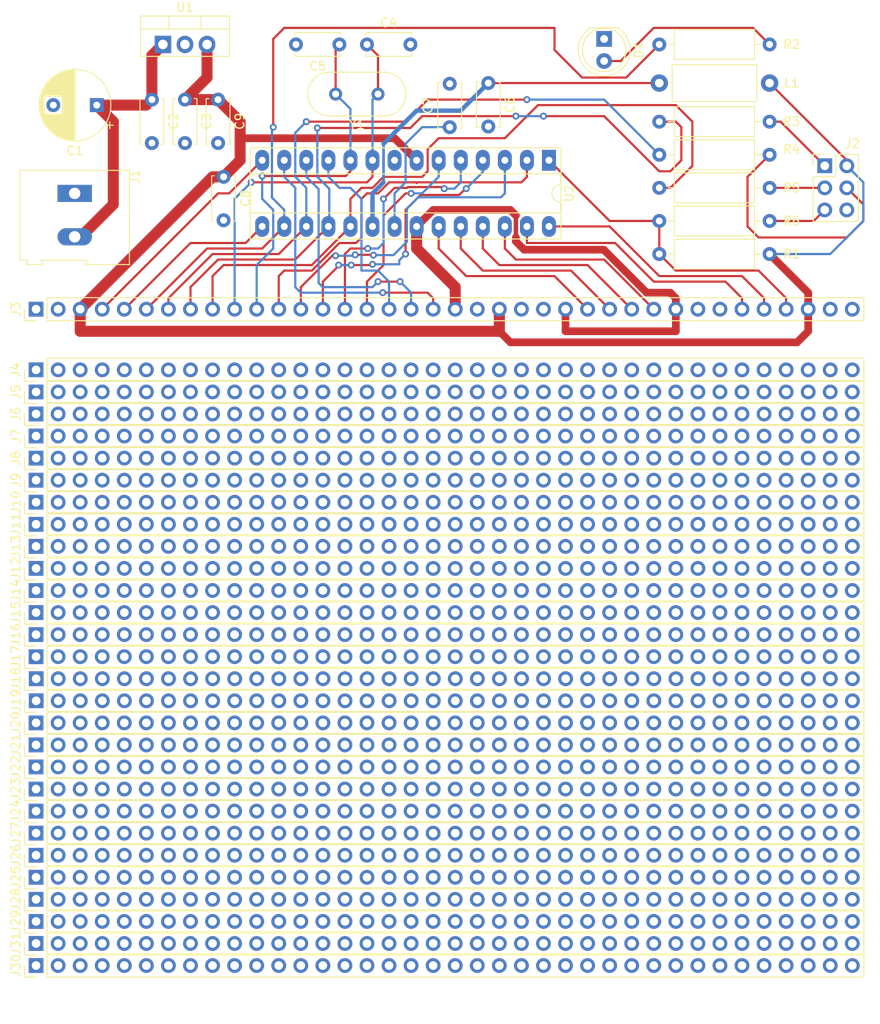
<source format=kicad_pcb>
(kicad_pcb (version 20171130) (host pcbnew 5.1.9+dfsg1-1)
  (layers (0 F.Cu signal) (31 B.Cu signal) (34 B.Paste user hide) (35 F.Paste user hide) (36 B.SilkS user) (37 F.SilkS user) (38 B.Mask user) (39 F.Mask user) (44 Edge.Cuts user))
  (net 0 "")
  (net 1 GND)
  (net 2 "Net-(C1-Pad1)")
  (net 3 +5V)
  (net 4 "Net-(C4-Pad1)")
  (net 5 "Net-(C5-Pad1)")
  (net 6 "Net-(C6-Pad1)")
  (net 7 "Net-(C7-Pad1)")
  (net 8 "Net-(D1-Pad2)")
  (net 9 "Net-(J2-Pad5)")
  (net 10 "Net-(J2-Pad4)")
  (net 11 "Net-(J2-Pad3)")
  (net 12 "Net-(J2-Pad1)")
  (net 13 "Net-(J3-Pad35)")
  (net 14 "Net-(J3-Pad34)")
  (net 15 "Net-(J3-Pad33)")
  (net 16 "Net-(J3-Pad29)")
  (net 17 "Net-(J3-Pad28)")
  (net 18 "Net-(J3-Pad27)")
  (net 19 "Net-(J3-Pad26)")
  (net 20 "Net-(J3-Pad24)")
  (net 21 "Net-(J3-Pad23)")
  (net 22 "Net-(J3-Pad21)")
  (net 23 "Net-(J3-Pad19)")
  (net 24 "Net-(J3-Pad18)")
  (net 25 "Net-(J3-Pad17)")
  (net 26 "Net-(J3-Pad16)")
  (net 27 "Net-(J3-Pad15)")
  (net 28 "Net-(J3-Pad14)")
  (net 29 "Net-(J3-Pad13)")
  (net 30 "Net-(J3-Pad12)")
  (net 31 "Net-(J3-Pad9)")
  (net 32 "Net-(J3-Pad8)")
  (net 33 "Net-(J3-Pad7)")
  (net 34 "Net-(J3-Pad6)")
  (net 35 "Net-(J3-Pad5)")
  (net 36 "Net-(J3-Pad4)")
  (net 37 "Net-(J4-Pad38)")
  (net 38 "Net-(J4-Pad37)")
  (net 39 "Net-(J4-Pad36)")
  (net 40 "Net-(J4-Pad35)")
  (net 41 "Net-(J4-Pad34)")
  (net 42 "Net-(J4-Pad33)")
  (net 43 "Net-(J4-Pad32)")
  (net 44 "Net-(J4-Pad31)")
  (net 45 "Net-(J4-Pad30)")
  (net 46 "Net-(J4-Pad29)")
  (net 47 "Net-(J4-Pad28)")
  (net 48 "Net-(J4-Pad27)")
  (net 49 "Net-(J4-Pad26)")
  (net 50 "Net-(J4-Pad25)")
  (net 51 "Net-(J4-Pad24)")
  (net 52 "Net-(J4-Pad23)")
  (net 53 "Net-(J4-Pad22)")
  (net 54 "Net-(J4-Pad21)")
  (net 55 "Net-(J4-Pad20)")
  (net 56 "Net-(J4-Pad19)")
  (net 57 "Net-(J4-Pad18)")
  (net 58 "Net-(J4-Pad17)")
  (net 59 "Net-(J4-Pad16)")
  (net 60 "Net-(J4-Pad15)")
  (net 61 "Net-(J4-Pad14)")
  (net 62 "Net-(J4-Pad13)")
  (net 63 "Net-(J4-Pad12)")
  (net 64 "Net-(J4-Pad11)")
  (net 65 "Net-(J4-Pad10)")
  (net 66 "Net-(J4-Pad9)")
  (net 67 "Net-(J4-Pad8)")
  (net 68 "Net-(J4-Pad7)")
  (net 69 "Net-(J4-Pad6)")
  (net 70 "Net-(J4-Pad5)")
  (net 71 "Net-(J4-Pad4)")
  (net 72 "Net-(J4-Pad3)")
  (net 73 "Net-(J4-Pad2)")
  (net 74 "Net-(J4-Pad1)")
  (net 75 "Net-(J7-Pad1)")
  (net 76 "Net-(J8-Pad1)")
  (net 77 "Net-(J10-Pad38)")
  (net 78 "Net-(J10-Pad37)")
  (net 79 "Net-(J10-Pad36)")
  (net 80 "Net-(J10-Pad35)")
  (net 81 "Net-(J10-Pad34)")
  (net 82 "Net-(J10-Pad33)")
  (net 83 "Net-(J10-Pad32)")
  (net 84 "Net-(J10-Pad31)")
  (net 85 "Net-(J10-Pad30)")
  (net 86 "Net-(J10-Pad29)")
  (net 87 "Net-(J10-Pad28)")
  (net 88 "Net-(J10-Pad27)")
  (net 89 "Net-(J10-Pad26)")
  (net 90 "Net-(J10-Pad25)")
  (net 91 "Net-(J10-Pad24)")
  (net 92 "Net-(J10-Pad23)")
  (net 93 "Net-(J10-Pad22)")
  (net 94 "Net-(J10-Pad21)")
  (net 95 "Net-(J10-Pad20)")
  (net 96 "Net-(J10-Pad19)")
  (net 97 "Net-(J10-Pad18)")
  (net 98 "Net-(J10-Pad17)")
  (net 99 "Net-(J10-Pad16)")
  (net 100 "Net-(J10-Pad15)")
  (net 101 "Net-(J10-Pad14)")
  (net 102 "Net-(J10-Pad13)")
  (net 103 "Net-(J10-Pad12)")
  (net 104 "Net-(J10-Pad11)")
  (net 105 "Net-(J10-Pad10)")
  (net 106 "Net-(J10-Pad9)")
  (net 107 "Net-(J10-Pad8)")
  (net 108 "Net-(J10-Pad7)")
  (net 109 "Net-(J10-Pad6)")
  (net 110 "Net-(J10-Pad5)")
  (net 111 "Net-(J10-Pad4)")
  (net 112 "Net-(J10-Pad3)")
  (net 113 "Net-(J10-Pad2)")
  (net 114 "Net-(J10-Pad1)")
  (net 115 "Net-(J12-Pad38)")
  (net 116 "Net-(J12-Pad37)")
  (net 117 "Net-(J12-Pad36)")
  (net 118 "Net-(J12-Pad35)")
  (net 119 "Net-(J12-Pad34)")
  (net 120 "Net-(J12-Pad33)")
  (net 121 "Net-(J12-Pad32)")
  (net 122 "Net-(J12-Pad31)")
  (net 123 "Net-(J12-Pad30)")
  (net 124 "Net-(J12-Pad29)")
  (net 125 "Net-(J12-Pad28)")
  (net 126 "Net-(J12-Pad27)")
  (net 127 "Net-(J12-Pad26)")
  (net 128 "Net-(J12-Pad25)")
  (net 129 "Net-(J12-Pad24)")
  (net 130 "Net-(J12-Pad23)")
  (net 131 "Net-(J12-Pad22)")
  (net 132 "Net-(J12-Pad21)")
  (net 133 "Net-(J12-Pad20)")
  (net 134 "Net-(J12-Pad19)")
  (net 135 "Net-(J12-Pad18)")
  (net 136 "Net-(J12-Pad17)")
  (net 137 "Net-(J12-Pad16)")
  (net 138 "Net-(J12-Pad15)")
  (net 139 "Net-(J12-Pad14)")
  (net 140 "Net-(J12-Pad13)")
  (net 141 "Net-(J12-Pad12)")
  (net 142 "Net-(J12-Pad11)")
  (net 143 "Net-(J12-Pad10)")
  (net 144 "Net-(J12-Pad9)")
  (net 145 "Net-(J12-Pad8)")
  (net 146 "Net-(J12-Pad7)")
  (net 147 "Net-(J12-Pad6)")
  (net 148 "Net-(J12-Pad5)")
  (net 149 "Net-(J12-Pad4)")
  (net 150 "Net-(J12-Pad3)")
  (net 151 "Net-(J12-Pad2)")
  (net 152 "Net-(J12-Pad1)")
  (net 153 "Net-(J14-Pad19)")
  (net 154 "Net-(J14-Pad12)")
  (net 155 "Net-(J14-Pad5)")
  (net 156 "Net-(J15-Pad1)")
  (net 157 "Net-(J16-Pad1)")
  (net 158 "Net-(J17-Pad38)")
  (net 159 "Net-(J17-Pad37)")
  (net 160 "Net-(J17-Pad36)")
  (net 161 "Net-(J17-Pad35)")
  (net 162 "Net-(J17-Pad34)")
  (net 163 "Net-(J17-Pad33)")
  (net 164 "Net-(J17-Pad32)")
  (net 165 "Net-(J17-Pad31)")
  (net 166 "Net-(J17-Pad30)")
  (net 167 "Net-(J17-Pad29)")
  (net 168 "Net-(J17-Pad28)")
  (net 169 "Net-(J17-Pad27)")
  (net 170 "Net-(J17-Pad26)")
  (net 171 "Net-(J17-Pad25)")
  (net 172 "Net-(J17-Pad24)")
  (net 173 "Net-(J17-Pad23)")
  (net 174 "Net-(J17-Pad22)")
  (net 175 "Net-(J17-Pad21)")
  (net 176 "Net-(J17-Pad20)")
  (net 177 "Net-(J17-Pad19)")
  (net 178 "Net-(J17-Pad18)")
  (net 179 "Net-(J17-Pad17)")
  (net 180 "Net-(J17-Pad16)")
  (net 181 "Net-(J17-Pad15)")
  (net 182 "Net-(J17-Pad14)")
  (net 183 "Net-(J17-Pad13)")
  (net 184 "Net-(J17-Pad12)")
  (net 185 "Net-(J17-Pad11)")
  (net 186 "Net-(J17-Pad10)")
  (net 187 "Net-(J17-Pad9)")
  (net 188 "Net-(J17-Pad8)")
  (net 189 "Net-(J17-Pad7)")
  (net 190 "Net-(J17-Pad6)")
  (net 191 "Net-(J17-Pad5)")
  (net 192 "Net-(J17-Pad4)")
  (net 193 "Net-(J17-Pad3)")
  (net 194 "Net-(J17-Pad2)")
  (net 195 "Net-(J17-Pad1)")
  (net 196 "Net-(J19-Pad33)")
  (net 197 "Net-(J19-Pad8)")
  (net 198 "Net-(J19-Pad3)")
  (net 199 "Net-(J20-Pad38)")
  (net 200 "Net-(J20-Pad37)")
  (net 201 "Net-(J20-Pad36)")
  (net 202 "Net-(J20-Pad35)")
  (net 203 "Net-(J20-Pad34)")
  (net 204 "Net-(J20-Pad33)")
  (net 205 "Net-(J20-Pad32)")
  (net 206 "Net-(J20-Pad31)")
  (net 207 "Net-(J20-Pad30)")
  (net 208 "Net-(J20-Pad29)")
  (net 209 "Net-(J20-Pad28)")
  (net 210 "Net-(J20-Pad27)")
  (net 211 "Net-(J20-Pad26)")
  (net 212 "Net-(J20-Pad25)")
  (net 213 "Net-(J20-Pad24)")
  (net 214 "Net-(J20-Pad23)")
  (net 215 "Net-(J20-Pad22)")
  (net 216 "Net-(J20-Pad21)")
  (net 217 "Net-(J20-Pad20)")
  (net 218 "Net-(J20-Pad19)")
  (net 219 "Net-(J20-Pad18)")
  (net 220 "Net-(J20-Pad17)")
  (net 221 "Net-(J20-Pad16)")
  (net 222 "Net-(J20-Pad15)")
  (net 223 "Net-(J20-Pad14)")
  (net 224 "Net-(J20-Pad13)")
  (net 225 "Net-(J20-Pad12)")
  (net 226 "Net-(J20-Pad11)")
  (net 227 "Net-(J20-Pad10)")
  (net 228 "Net-(J20-Pad9)")
  (net 229 "Net-(J20-Pad8)")
  (net 230 "Net-(J20-Pad7)")
  (net 231 "Net-(J20-Pad6)")
  (net 232 "Net-(J20-Pad5)")
  (net 233 "Net-(J20-Pad4)")
  (net 234 "Net-(J20-Pad3)")
  (net 235 "Net-(J20-Pad2)")
  (net 236 "Net-(J20-Pad1)")
  (net 237 "Net-(J22-Pad11)")
  (net 238 "Net-(J22-Pad7)")
  (net 239 "Net-(J23-Pad1)")
  (net 240 "Net-(J24-Pad1)")
  (net 241 "Net-(J25-Pad38)")
  (net 242 "Net-(J25-Pad37)")
  (net 243 "Net-(J25-Pad36)")
  (net 244 "Net-(J25-Pad35)")
  (net 245 "Net-(J25-Pad34)")
  (net 246 "Net-(J25-Pad33)")
  (net 247 "Net-(J25-Pad32)")
  (net 248 "Net-(J25-Pad31)")
  (net 249 "Net-(J25-Pad30)")
  (net 250 "Net-(J25-Pad29)")
  (net 251 "Net-(J25-Pad28)")
  (net 252 "Net-(J25-Pad27)")
  (net 253 "Net-(J25-Pad26)")
  (net 254 "Net-(J25-Pad25)")
  (net 255 "Net-(J25-Pad24)")
  (net 256 "Net-(J25-Pad23)")
  (net 257 "Net-(J25-Pad22)")
  (net 258 "Net-(J25-Pad21)")
  (net 259 "Net-(J25-Pad20)")
  (net 260 "Net-(J25-Pad19)")
  (net 261 "Net-(J25-Pad18)")
  (net 262 "Net-(J25-Pad17)")
  (net 263 "Net-(J25-Pad16)")
  (net 264 "Net-(J25-Pad15)")
  (net 265 "Net-(J25-Pad14)")
  (net 266 "Net-(J25-Pad13)")
  (net 267 "Net-(J25-Pad12)")
  (net 268 "Net-(J25-Pad11)")
  (net 269 "Net-(J25-Pad10)")
  (net 270 "Net-(J25-Pad9)")
  (net 271 "Net-(J25-Pad8)")
  (net 272 "Net-(J25-Pad7)")
  (net 273 "Net-(J25-Pad6)")
  (net 274 "Net-(J25-Pad5)")
  (net 275 "Net-(J25-Pad4)")
  (net 276 "Net-(J25-Pad3)")
  (net 277 "Net-(J25-Pad2)")
  (net 278 "Net-(J25-Pad1)")
  (net 279 "Net-(J28-Pad1)")
  (net 280 "Net-(J29-Pad1)")
  (net 281 "Net-(J30-Pad38)")
  (net 282 "Net-(J30-Pad37)")
  (net 283 "Net-(J30-Pad36)")
  (net 284 "Net-(J30-Pad35)")
  (net 285 "Net-(J30-Pad34)")
  (net 286 "Net-(J30-Pad33)")
  (net 287 "Net-(J30-Pad32)")
  (net 288 "Net-(J30-Pad31)")
  (net 289 "Net-(J30-Pad30)")
  (net 290 "Net-(J30-Pad29)")
  (net 291 "Net-(J30-Pad28)")
  (net 292 "Net-(J30-Pad27)")
  (net 293 "Net-(J30-Pad26)")
  (net 294 "Net-(J30-Pad25)")
  (net 295 "Net-(J30-Pad24)")
  (net 296 "Net-(J30-Pad23)")
  (net 297 "Net-(J30-Pad22)")
  (net 298 "Net-(J30-Pad21)")
  (net 299 "Net-(J30-Pad20)")
  (net 300 "Net-(J30-Pad19)")
  (net 301 "Net-(J30-Pad18)")
  (net 302 "Net-(J30-Pad17)")
  (net 303 "Net-(J30-Pad16)")
  (net 304 "Net-(J30-Pad15)")
  (net 305 "Net-(J30-Pad14)")
  (net 306 "Net-(J30-Pad13)")
  (net 307 "Net-(J30-Pad12)")
  (net 308 "Net-(J30-Pad11)")
  (net 309 "Net-(J30-Pad10)")
  (net 310 "Net-(J30-Pad9)")
  (net 311 "Net-(J30-Pad8)")
  (net 312 "Net-(J30-Pad7)")
  (net 313 "Net-(J30-Pad6)")
  (net 314 "Net-(J30-Pad5)")
  (net 315 "Net-(J30-Pad4)")
  (net 316 "Net-(J30-Pad3)")
  (net 317 "Net-(J30-Pad2)")
  (net 318 "Net-(J30-Pad1)")
  (module Package_DIP:DIP-28_W7.62mm_Socket_LongPads (layer F.Cu) (at 137.16 55.245 270)
    (fp_text reference U2 (at 3.81 -2.33 90) (layer F.SilkS))
    (fp_text value Atmega8_dip)
    (pad 28 thru_hole oval (at 7.62 0 270) (size 2.4 1.6) (drill 0.8) (layers *.Cu *.Mask) (net 14 "Net-(J3-Pad34)"))
    (pad 14 thru_hole oval (at 0 33.02 270) (size 2.4 1.6) (drill 0.8) (layers *.Cu *.Mask) (net 36 "Net-(J3-Pad4)"))
    (pad 27 thru_hole oval (at 7.62 2.54 270) (size 2.4 1.6) (drill 0.8) (layers *.Cu *.Mask) (net 15 "Net-(J3-Pad33)"))
    (pad 13 thru_hole oval (at 0 30.48 270) (size 2.4 1.6) (drill 0.8) (layers *.Cu *.Mask) (net 23 "Net-(J3-Pad19)"))
    (pad 26 thru_hole oval (at 7.62 5.08 270) (size 2.4 1.6) (drill 0.8) (layers *.Cu *.Mask) (net 16 "Net-(J3-Pad29)"))
    (pad 12 thru_hole oval (at 0 27.94 270) (size 2.4 1.6) (drill 0.8) (layers *.Cu *.Mask) (net 24 "Net-(J3-Pad18)"))
    (pad 25 thru_hole oval (at 7.62 7.62 270) (size 2.4 1.6) (drill 0.8) (layers *.Cu *.Mask) (net 17 "Net-(J3-Pad28)"))
    (pad 11 thru_hole oval (at 0 25.4 270) (size 2.4 1.6) (drill 0.8) (layers *.Cu *.Mask) (net 25 "Net-(J3-Pad17)"))
    (pad 24 thru_hole oval (at 7.62 10.16 270) (size 2.4 1.6) (drill 0.8) (layers *.Cu *.Mask) (net 18 "Net-(J3-Pad27)"))
    (pad 10 thru_hole oval (at 0 22.86 270) (size 2.4 1.6) (drill 0.8) (layers *.Cu *.Mask) (net 5 "Net-(C5-Pad1)"))
    (pad 23 thru_hole oval (at 7.62 12.7 270) (size 2.4 1.6) (drill 0.8) (layers *.Cu *.Mask) (net 19 "Net-(J3-Pad26)"))
    (pad 9 thru_hole oval (at 0 20.32 270) (size 2.4 1.6) (drill 0.8) (layers *.Cu *.Mask) (net 4 "Net-(C4-Pad1)"))
    (pad 22 thru_hole oval (at 7.62 15.24 270) (size 2.4 1.6) (drill 0.8) (layers *.Cu *.Mask) (net 1 GND))
    (pad 8 thru_hole oval (at 0 17.78 270) (size 2.4 1.6) (drill 0.8) (layers *.Cu *.Mask) (net 1 GND))
    (pad 21 thru_hole oval (at 7.62 17.78 270) (size 2.4 1.6) (drill 0.8) (layers *.Cu *.Mask) (net 7 "Net-(C7-Pad1)"))
    (pad 7 thru_hole oval (at 0 15.24 270) (size 2.4 1.6) (drill 0.8) (layers *.Cu *.Mask) (net 3 +5V))
    (pad 20 thru_hole oval (at 7.62 20.32 270) (size 2.4 1.6) (drill 0.8) (layers *.Cu *.Mask) (net 6 "Net-(C6-Pad1)"))
    (pad 6 thru_hole oval (at 0 12.7 270) (size 2.4 1.6) (drill 0.8) (layers *.Cu *.Mask) (net 26 "Net-(J3-Pad16)"))
    (pad 19 thru_hole oval (at 7.62 22.86 270) (size 2.4 1.6) (drill 0.8) (layers *.Cu *.Mask) (net 31 "Net-(J3-Pad9)"))
    (pad 5 thru_hole oval (at 0 10.16 270) (size 2.4 1.6) (drill 0.8) (layers *.Cu *.Mask) (net 27 "Net-(J3-Pad15)"))
    (pad 18 thru_hole oval (at 7.62 25.4 270) (size 2.4 1.6) (drill 0.8) (layers *.Cu *.Mask) (net 32 "Net-(J3-Pad8)"))
    (pad 4 thru_hole oval (at 0 7.62 270) (size 2.4 1.6) (drill 0.8) (layers *.Cu *.Mask) (net 28 "Net-(J3-Pad14)"))
    (pad 17 thru_hole oval (at 7.62 27.94 270) (size 2.4 1.6) (drill 0.8) (layers *.Cu *.Mask) (net 33 "Net-(J3-Pad7)"))
    (pad 3 thru_hole oval (at 0 5.08 270) (size 2.4 1.6) (drill 0.8) (layers *.Cu *.Mask) (net 29 "Net-(J3-Pad13)"))
    (pad 16 thru_hole oval (at 7.62 30.48 270) (size 2.4 1.6) (drill 0.8) (layers *.Cu *.Mask) (net 34 "Net-(J3-Pad6)"))
    (pad 2 thru_hole oval (at 0 2.54 270) (size 2.4 1.6) (drill 0.8) (layers *.Cu *.Mask) (net 30 "Net-(J3-Pad12)"))
    (pad 15 thru_hole oval (at 7.62 33.02 270) (size 2.4 1.6) (drill 0.8) (layers *.Cu *.Mask) (net 35 "Net-(J3-Pad5)"))
    (pad 1 thru_hole rect (at 0 0 270) (size 2.4 1.6) (drill 0.8) (layers *.Cu *.Mask) (net 13 "Net-(J3-Pad35)"))
  )
  (module Crystal:Crystal_HC49-U_Vertical (layer F.Cu) (at 117.475 47.625 180)
    (fp_text reference Y1 (at 2.44 -3.525) (layer F.SilkS))
    (fp_text value 16MHz)
    (pad 2 thru_hole circle (at 4.88 0 180) (size 1.5 1.5) (drill 0.8) (layers *.Cu *.Mask) (net 5 "Net-(C5-Pad1)"))
    (pad 1 thru_hole circle (at 0 0 180) (size 1.5 1.5) (drill 0.8) (layers *.Cu *.Mask) (net 4 "Net-(C4-Pad1)"))
  )
  (module Package_TO_SOT_THT:TO-220-3_Vertical (layer F.Cu) (at 92.71 41.91)
    (fp_text reference U1 (at 2.54 -4.27) (layer F.SilkS))
    (fp_text value LM7805_TO220)
    (pad 3 thru_hole oval (at 5.08 0) (size 1.905 2) (drill 1.1) (layers *.Cu *.Mask) (net 3 +5V))
    (pad 2 thru_hole oval (at 2.54 0) (size 1.905 2) (drill 1.1) (layers *.Cu *.Mask) (net 1 GND))
    (pad 1 thru_hole rect (at 0 0) (size 1.905 2) (drill 1.1) (layers *.Cu *.Mask) (net 2 "Net-(C1-Pad1)"))
  )
  (module Resistor_THT:R_Axial_DIN0309_L9.0mm_D3.2mm_P12.70mm_Horizontal (layer F.Cu) (at 149.86 62.23)
    (fp_text reference R6 (at 15.24 0) (layer F.SilkS))
    (fp_text value 1K)
    (pad 2 thru_hole oval (at 12.7 0) (size 1.6 1.6) (drill 0.8) (layers *.Cu *.Mask) (net 9 "Net-(J2-Pad5)"))
    (pad 1 thru_hole circle (at 0 0) (size 1.6 1.6) (drill 0.8) (layers *.Cu *.Mask) (net 13 "Net-(J3-Pad35)"))
  )
  (module Resistor_THT:R_Axial_DIN0309_L9.0mm_D3.2mm_P12.70mm_Horizontal (layer F.Cu) (at 149.86 58.42)
    (fp_text reference R5 (at 15.24 0) (layer F.SilkS))
    (fp_text value 1K)
    (pad 2 thru_hole oval (at 12.7 0) (size 1.6 1.6) (drill 0.8) (layers *.Cu *.Mask) (net 11 "Net-(J2-Pad3)"))
    (pad 1 thru_hole circle (at 0 0) (size 1.6 1.6) (drill 0.8) (layers *.Cu *.Mask) (net 31 "Net-(J3-Pad9)"))
  )
  (module Resistor_THT:R_Axial_DIN0309_L9.0mm_D3.2mm_P12.70mm_Horizontal (layer F.Cu) (at 149.86 54.61)
    (fp_text reference R4 (at 15.24 -0.635) (layer F.SilkS))
    (fp_text value 1K)
    (pad 2 thru_hole oval (at 12.7 0) (size 1.6 1.6) (drill 0.8) (layers *.Cu *.Mask) (net 10 "Net-(J2-Pad4)"))
    (pad 1 thru_hole circle (at 0 0) (size 1.6 1.6) (drill 0.8) (layers *.Cu *.Mask) (net 33 "Net-(J3-Pad7)"))
  )
  (module Resistor_THT:R_Axial_DIN0309_L9.0mm_D3.2mm_P12.70mm_Horizontal (layer F.Cu) (at 149.86 50.8)
    (fp_text reference R3 (at 15.24 0) (layer F.SilkS))
    (fp_text value 1K)
    (pad 2 thru_hole oval (at 12.7 0) (size 1.6 1.6) (drill 0.8) (layers *.Cu *.Mask) (net 12 "Net-(J2-Pad1)"))
    (pad 1 thru_hole circle (at 0 0) (size 1.6 1.6) (drill 0.8) (layers *.Cu *.Mask) (net 32 "Net-(J3-Pad8)"))
  )
  (module Resistor_THT:R_Axial_DIN0309_L9.0mm_D3.2mm_P12.70mm_Horizontal (layer F.Cu) (at 149.86 41.91)
    (fp_text reference R2 (at 15.24 0) (layer F.SilkS))
    (fp_text value 4K7)
    (pad 2 thru_hole oval (at 12.7 0) (size 1.6 1.6) (drill 0.8) (layers *.Cu *.Mask) (net 8 "Net-(D1-Pad2)"))
    (pad 1 thru_hole circle (at 0 0) (size 1.6 1.6) (drill 0.8) (layers *.Cu *.Mask) (net 34 "Net-(J3-Pad6)"))
  )
  (module Resistor_THT:R_Axial_DIN0309_L9.0mm_D3.2mm_P12.70mm_Horizontal (layer F.Cu) (at 162.56 66.04 180)
    (fp_text reference R1 (at -2.54 0) (layer F.SilkS))
    (fp_text value 10K)
    (pad 2 thru_hole oval (at 12.7 0 180) (size 1.6 1.6) (drill 0.8) (layers *.Cu *.Mask) (net 13 "Net-(J3-Pad35)"))
    (pad 1 thru_hole circle (at 0 0 180) (size 1.6 1.6) (drill 0.8) (layers *.Cu *.Mask) (net 3 +5V))
  )
  (module Inductor_THT:L_Axial_L9.5mm_D4.0mm_P12.70mm_Horizontal_Fastron_SMCC (layer F.Cu) (at 162.56 46.355 180)
    (fp_text reference L1 (at -2.54 0) (layer F.SilkS))
    (fp_text value 10uH)
    (pad 2 thru_hole oval (at 12.7 0 180) (size 2 2) (drill 1) (layers *.Cu *.Mask) (net 6 "Net-(C6-Pad1)"))
    (pad 1 thru_hole circle (at 0 0 180) (size 2 2) (drill 1) (layers *.Cu *.Mask) (net 3 +5V))
  )
  (module Connector_PinHeader_2.54mm:PinHeader_1x38_P2.54mm_Vertical (layer F.Cu) (at 78.105 145.415 90)
    (fp_text reference J31 (at 0 -2.33 90) (layer F.SilkS))
    (fp_text value Conn_01x38_Male)
    (pad 38 thru_hole oval (at 0 93.98 90) (size 1.7 1.7) (drill 1) (layers *.Cu *.Mask) (net 281 "Net-(J30-Pad38)"))
    (pad 37 thru_hole oval (at 0 91.44 90) (size 1.7 1.7) (drill 1) (layers *.Cu *.Mask) (net 282 "Net-(J30-Pad37)"))
    (pad 36 thru_hole oval (at 0 88.9 90) (size 1.7 1.7) (drill 1) (layers *.Cu *.Mask) (net 283 "Net-(J30-Pad36)"))
    (pad 35 thru_hole oval (at 0 86.36 90) (size 1.7 1.7) (drill 1) (layers *.Cu *.Mask) (net 284 "Net-(J30-Pad35)"))
    (pad 34 thru_hole oval (at 0 83.82 90) (size 1.7 1.7) (drill 1) (layers *.Cu *.Mask) (net 285 "Net-(J30-Pad34)"))
    (pad 33 thru_hole oval (at 0 81.28 90) (size 1.7 1.7) (drill 1) (layers *.Cu *.Mask) (net 286 "Net-(J30-Pad33)"))
    (pad 32 thru_hole oval (at 0 78.74 90) (size 1.7 1.7) (drill 1) (layers *.Cu *.Mask) (net 287 "Net-(J30-Pad32)"))
    (pad 31 thru_hole oval (at 0 76.2 90) (size 1.7 1.7) (drill 1) (layers *.Cu *.Mask) (net 288 "Net-(J30-Pad31)"))
    (pad 30 thru_hole oval (at 0 73.66 90) (size 1.7 1.7) (drill 1) (layers *.Cu *.Mask) (net 289 "Net-(J30-Pad30)"))
    (pad 29 thru_hole oval (at 0 71.12 90) (size 1.7 1.7) (drill 1) (layers *.Cu *.Mask) (net 290 "Net-(J30-Pad29)"))
    (pad 28 thru_hole oval (at 0 68.58 90) (size 1.7 1.7) (drill 1) (layers *.Cu *.Mask) (net 291 "Net-(J30-Pad28)"))
    (pad 27 thru_hole oval (at 0 66.04 90) (size 1.7 1.7) (drill 1) (layers *.Cu *.Mask) (net 292 "Net-(J30-Pad27)"))
    (pad 26 thru_hole oval (at 0 63.5 90) (size 1.7 1.7) (drill 1) (layers *.Cu *.Mask) (net 293 "Net-(J30-Pad26)"))
    (pad 25 thru_hole oval (at 0 60.96 90) (size 1.7 1.7) (drill 1) (layers *.Cu *.Mask) (net 294 "Net-(J30-Pad25)"))
    (pad 24 thru_hole oval (at 0 58.42 90) (size 1.7 1.7) (drill 1) (layers *.Cu *.Mask) (net 295 "Net-(J30-Pad24)"))
    (pad 23 thru_hole oval (at 0 55.88 90) (size 1.7 1.7) (drill 1) (layers *.Cu *.Mask) (net 296 "Net-(J30-Pad23)"))
    (pad 22 thru_hole oval (at 0 53.34 90) (size 1.7 1.7) (drill 1) (layers *.Cu *.Mask) (net 297 "Net-(J30-Pad22)"))
    (pad 21 thru_hole oval (at 0 50.8 90) (size 1.7 1.7) (drill 1) (layers *.Cu *.Mask) (net 298 "Net-(J30-Pad21)"))
    (pad 20 thru_hole oval (at 0 48.26 90) (size 1.7 1.7) (drill 1) (layers *.Cu *.Mask) (net 299 "Net-(J30-Pad20)"))
    (pad 19 thru_hole oval (at 0 45.72 90) (size 1.7 1.7) (drill 1) (layers *.Cu *.Mask) (net 300 "Net-(J30-Pad19)"))
    (pad 18 thru_hole oval (at 0 43.18 90) (size 1.7 1.7) (drill 1) (layers *.Cu *.Mask) (net 301 "Net-(J30-Pad18)"))
    (pad 17 thru_hole oval (at 0 40.64 90) (size 1.7 1.7) (drill 1) (layers *.Cu *.Mask) (net 302 "Net-(J30-Pad17)"))
    (pad 16 thru_hole oval (at 0 38.1 90) (size 1.7 1.7) (drill 1) (layers *.Cu *.Mask) (net 303 "Net-(J30-Pad16)"))
    (pad 15 thru_hole oval (at 0 35.56 90) (size 1.7 1.7) (drill 1) (layers *.Cu *.Mask) (net 304 "Net-(J30-Pad15)"))
    (pad 14 thru_hole oval (at 0 33.02 90) (size 1.7 1.7) (drill 1) (layers *.Cu *.Mask) (net 305 "Net-(J30-Pad14)"))
    (pad 13 thru_hole oval (at 0 30.48 90) (size 1.7 1.7) (drill 1) (layers *.Cu *.Mask) (net 306 "Net-(J30-Pad13)"))
    (pad 12 thru_hole oval (at 0 27.94 90) (size 1.7 1.7) (drill 1) (layers *.Cu *.Mask) (net 307 "Net-(J30-Pad12)"))
    (pad 11 thru_hole oval (at 0 25.4 90) (size 1.7 1.7) (drill 1) (layers *.Cu *.Mask) (net 308 "Net-(J30-Pad11)"))
    (pad 10 thru_hole oval (at 0 22.86 90) (size 1.7 1.7) (drill 1) (layers *.Cu *.Mask) (net 309 "Net-(J30-Pad10)"))
    (pad 9 thru_hole oval (at 0 20.32 90) (size 1.7 1.7) (drill 1) (layers *.Cu *.Mask) (net 310 "Net-(J30-Pad9)"))
    (pad 8 thru_hole oval (at 0 17.78 90) (size 1.7 1.7) (drill 1) (layers *.Cu *.Mask) (net 311 "Net-(J30-Pad8)"))
    (pad 7 thru_hole oval (at 0 15.24 90) (size 1.7 1.7) (drill 1) (layers *.Cu *.Mask) (net 312 "Net-(J30-Pad7)"))
    (pad 6 thru_hole oval (at 0 12.7 90) (size 1.7 1.7) (drill 1) (layers *.Cu *.Mask) (net 313 "Net-(J30-Pad6)"))
    (pad 5 thru_hole oval (at 0 10.16 90) (size 1.7 1.7) (drill 1) (layers *.Cu *.Mask) (net 314 "Net-(J30-Pad5)"))
    (pad 4 thru_hole oval (at 0 7.62 90) (size 1.7 1.7) (drill 1) (layers *.Cu *.Mask) (net 315 "Net-(J30-Pad4)"))
    (pad 3 thru_hole oval (at 0 5.08 90) (size 1.7 1.7) (drill 1) (layers *.Cu *.Mask) (net 316 "Net-(J30-Pad3)"))
    (pad 2 thru_hole oval (at 0 2.54 90) (size 1.7 1.7) (drill 1) (layers *.Cu *.Mask) (net 317 "Net-(J30-Pad2)"))
    (pad 1 thru_hole rect (at 0 0 90) (size 1.7 1.7) (drill 1) (layers *.Cu *.Mask) (net 318 "Net-(J30-Pad1)"))
  )
  (module Connector_PinHeader_2.54mm:PinHeader_1x38_P2.54mm_Vertical (layer F.Cu) (at 78.105 147.955 90)
    (fp_text reference J30 (at 0 -2.33 90) (layer F.SilkS))
    (fp_text value Conn_01x38_Male)
    (pad 38 thru_hole oval (at 0 93.98 90) (size 1.7 1.7) (drill 1) (layers *.Cu *.Mask) (net 281 "Net-(J30-Pad38)"))
    (pad 37 thru_hole oval (at 0 91.44 90) (size 1.7 1.7) (drill 1) (layers *.Cu *.Mask) (net 282 "Net-(J30-Pad37)"))
    (pad 36 thru_hole oval (at 0 88.9 90) (size 1.7 1.7) (drill 1) (layers *.Cu *.Mask) (net 283 "Net-(J30-Pad36)"))
    (pad 35 thru_hole oval (at 0 86.36 90) (size 1.7 1.7) (drill 1) (layers *.Cu *.Mask) (net 284 "Net-(J30-Pad35)"))
    (pad 34 thru_hole oval (at 0 83.82 90) (size 1.7 1.7) (drill 1) (layers *.Cu *.Mask) (net 285 "Net-(J30-Pad34)"))
    (pad 33 thru_hole oval (at 0 81.28 90) (size 1.7 1.7) (drill 1) (layers *.Cu *.Mask) (net 286 "Net-(J30-Pad33)"))
    (pad 32 thru_hole oval (at 0 78.74 90) (size 1.7 1.7) (drill 1) (layers *.Cu *.Mask) (net 287 "Net-(J30-Pad32)"))
    (pad 31 thru_hole oval (at 0 76.2 90) (size 1.7 1.7) (drill 1) (layers *.Cu *.Mask) (net 288 "Net-(J30-Pad31)"))
    (pad 30 thru_hole oval (at 0 73.66 90) (size 1.7 1.7) (drill 1) (layers *.Cu *.Mask) (net 289 "Net-(J30-Pad30)"))
    (pad 29 thru_hole oval (at 0 71.12 90) (size 1.7 1.7) (drill 1) (layers *.Cu *.Mask) (net 290 "Net-(J30-Pad29)"))
    (pad 28 thru_hole oval (at 0 68.58 90) (size 1.7 1.7) (drill 1) (layers *.Cu *.Mask) (net 291 "Net-(J30-Pad28)"))
    (pad 27 thru_hole oval (at 0 66.04 90) (size 1.7 1.7) (drill 1) (layers *.Cu *.Mask) (net 292 "Net-(J30-Pad27)"))
    (pad 26 thru_hole oval (at 0 63.5 90) (size 1.7 1.7) (drill 1) (layers *.Cu *.Mask) (net 293 "Net-(J30-Pad26)"))
    (pad 25 thru_hole oval (at 0 60.96 90) (size 1.7 1.7) (drill 1) (layers *.Cu *.Mask) (net 294 "Net-(J30-Pad25)"))
    (pad 24 thru_hole oval (at 0 58.42 90) (size 1.7 1.7) (drill 1) (layers *.Cu *.Mask) (net 295 "Net-(J30-Pad24)"))
    (pad 23 thru_hole oval (at 0 55.88 90) (size 1.7 1.7) (drill 1) (layers *.Cu *.Mask) (net 296 "Net-(J30-Pad23)"))
    (pad 22 thru_hole oval (at 0 53.34 90) (size 1.7 1.7) (drill 1) (layers *.Cu *.Mask) (net 297 "Net-(J30-Pad22)"))
    (pad 21 thru_hole oval (at 0 50.8 90) (size 1.7 1.7) (drill 1) (layers *.Cu *.Mask) (net 298 "Net-(J30-Pad21)"))
    (pad 20 thru_hole oval (at 0 48.26 90) (size 1.7 1.7) (drill 1) (layers *.Cu *.Mask) (net 299 "Net-(J30-Pad20)"))
    (pad 19 thru_hole oval (at 0 45.72 90) (size 1.7 1.7) (drill 1) (layers *.Cu *.Mask) (net 300 "Net-(J30-Pad19)"))
    (pad 18 thru_hole oval (at 0 43.18 90) (size 1.7 1.7) (drill 1) (layers *.Cu *.Mask) (net 301 "Net-(J30-Pad18)"))
    (pad 17 thru_hole oval (at 0 40.64 90) (size 1.7 1.7) (drill 1) (layers *.Cu *.Mask) (net 302 "Net-(J30-Pad17)"))
    (pad 16 thru_hole oval (at 0 38.1 90) (size 1.7 1.7) (drill 1) (layers *.Cu *.Mask) (net 303 "Net-(J30-Pad16)"))
    (pad 15 thru_hole oval (at 0 35.56 90) (size 1.7 1.7) (drill 1) (layers *.Cu *.Mask) (net 304 "Net-(J30-Pad15)"))
    (pad 14 thru_hole oval (at 0 33.02 90) (size 1.7 1.7) (drill 1) (layers *.Cu *.Mask) (net 305 "Net-(J30-Pad14)"))
    (pad 13 thru_hole oval (at 0 30.48 90) (size 1.7 1.7) (drill 1) (layers *.Cu *.Mask) (net 306 "Net-(J30-Pad13)"))
    (pad 12 thru_hole oval (at 0 27.94 90) (size 1.7 1.7) (drill 1) (layers *.Cu *.Mask) (net 307 "Net-(J30-Pad12)"))
    (pad 11 thru_hole oval (at 0 25.4 90) (size 1.7 1.7) (drill 1) (layers *.Cu *.Mask) (net 308 "Net-(J30-Pad11)"))
    (pad 10 thru_hole oval (at 0 22.86 90) (size 1.7 1.7) (drill 1) (layers *.Cu *.Mask) (net 309 "Net-(J30-Pad10)"))
    (pad 9 thru_hole oval (at 0 20.32 90) (size 1.7 1.7) (drill 1) (layers *.Cu *.Mask) (net 310 "Net-(J30-Pad9)"))
    (pad 8 thru_hole oval (at 0 17.78 90) (size 1.7 1.7) (drill 1) (layers *.Cu *.Mask) (net 311 "Net-(J30-Pad8)"))
    (pad 7 thru_hole oval (at 0 15.24 90) (size 1.7 1.7) (drill 1) (layers *.Cu *.Mask) (net 312 "Net-(J30-Pad7)"))
    (pad 6 thru_hole oval (at 0 12.7 90) (size 1.7 1.7) (drill 1) (layers *.Cu *.Mask) (net 313 "Net-(J30-Pad6)"))
    (pad 5 thru_hole oval (at 0 10.16 90) (size 1.7 1.7) (drill 1) (layers *.Cu *.Mask) (net 314 "Net-(J30-Pad5)"))
    (pad 4 thru_hole oval (at 0 7.62 90) (size 1.7 1.7) (drill 1) (layers *.Cu *.Mask) (net 315 "Net-(J30-Pad4)"))
    (pad 3 thru_hole oval (at 0 5.08 90) (size 1.7 1.7) (drill 1) (layers *.Cu *.Mask) (net 316 "Net-(J30-Pad3)"))
    (pad 2 thru_hole oval (at 0 2.54 90) (size 1.7 1.7) (drill 1) (layers *.Cu *.Mask) (net 317 "Net-(J30-Pad2)"))
    (pad 1 thru_hole rect (at 0 0 90) (size 1.7 1.7) (drill 1) (layers *.Cu *.Mask) (net 318 "Net-(J30-Pad1)"))
  )
  (module Connector_PinHeader_2.54mm:PinHeader_1x38_P2.54mm_Vertical (layer F.Cu) (at 78.105 142.875 90)
    (fp_text reference J29 (at 0 -2.33 90) (layer F.SilkS))
    (fp_text value Conn_01x38_Male)
    (pad 38 thru_hole oval (at 0 93.98 90) (size 1.7 1.7) (drill 1) (layers *.Cu *.Mask) (net 280 "Net-(J29-Pad1)"))
    (pad 37 thru_hole oval (at 0 91.44 90) (size 1.7 1.7) (drill 1) (layers *.Cu *.Mask) (net 280 "Net-(J29-Pad1)"))
    (pad 36 thru_hole oval (at 0 88.9 90) (size 1.7 1.7) (drill 1) (layers *.Cu *.Mask) (net 280 "Net-(J29-Pad1)"))
    (pad 35 thru_hole oval (at 0 86.36 90) (size 1.7 1.7) (drill 1) (layers *.Cu *.Mask) (net 280 "Net-(J29-Pad1)"))
    (pad 34 thru_hole oval (at 0 83.82 90) (size 1.7 1.7) (drill 1) (layers *.Cu *.Mask) (net 280 "Net-(J29-Pad1)"))
    (pad 33 thru_hole oval (at 0 81.28 90) (size 1.7 1.7) (drill 1) (layers *.Cu *.Mask) (net 280 "Net-(J29-Pad1)"))
    (pad 32 thru_hole oval (at 0 78.74 90) (size 1.7 1.7) (drill 1) (layers *.Cu *.Mask) (net 280 "Net-(J29-Pad1)"))
    (pad 31 thru_hole oval (at 0 76.2 90) (size 1.7 1.7) (drill 1) (layers *.Cu *.Mask) (net 280 "Net-(J29-Pad1)"))
    (pad 30 thru_hole oval (at 0 73.66 90) (size 1.7 1.7) (drill 1) (layers *.Cu *.Mask) (net 280 "Net-(J29-Pad1)"))
    (pad 29 thru_hole oval (at 0 71.12 90) (size 1.7 1.7) (drill 1) (layers *.Cu *.Mask) (net 280 "Net-(J29-Pad1)"))
    (pad 28 thru_hole oval (at 0 68.58 90) (size 1.7 1.7) (drill 1) (layers *.Cu *.Mask) (net 280 "Net-(J29-Pad1)"))
    (pad 27 thru_hole oval (at 0 66.04 90) (size 1.7 1.7) (drill 1) (layers *.Cu *.Mask) (net 280 "Net-(J29-Pad1)"))
    (pad 26 thru_hole oval (at 0 63.5 90) (size 1.7 1.7) (drill 1) (layers *.Cu *.Mask) (net 280 "Net-(J29-Pad1)"))
    (pad 25 thru_hole oval (at 0 60.96 90) (size 1.7 1.7) (drill 1) (layers *.Cu *.Mask) (net 280 "Net-(J29-Pad1)"))
    (pad 24 thru_hole oval (at 0 58.42 90) (size 1.7 1.7) (drill 1) (layers *.Cu *.Mask) (net 280 "Net-(J29-Pad1)"))
    (pad 23 thru_hole oval (at 0 55.88 90) (size 1.7 1.7) (drill 1) (layers *.Cu *.Mask) (net 280 "Net-(J29-Pad1)"))
    (pad 22 thru_hole oval (at 0 53.34 90) (size 1.7 1.7) (drill 1) (layers *.Cu *.Mask) (net 280 "Net-(J29-Pad1)"))
    (pad 21 thru_hole oval (at 0 50.8 90) (size 1.7 1.7) (drill 1) (layers *.Cu *.Mask) (net 280 "Net-(J29-Pad1)"))
    (pad 20 thru_hole oval (at 0 48.26 90) (size 1.7 1.7) (drill 1) (layers *.Cu *.Mask) (net 280 "Net-(J29-Pad1)"))
    (pad 19 thru_hole oval (at 0 45.72 90) (size 1.7 1.7) (drill 1) (layers *.Cu *.Mask) (net 280 "Net-(J29-Pad1)"))
    (pad 18 thru_hole oval (at 0 43.18 90) (size 1.7 1.7) (drill 1) (layers *.Cu *.Mask) (net 280 "Net-(J29-Pad1)"))
    (pad 17 thru_hole oval (at 0 40.64 90) (size 1.7 1.7) (drill 1) (layers *.Cu *.Mask) (net 280 "Net-(J29-Pad1)"))
    (pad 16 thru_hole oval (at 0 38.1 90) (size 1.7 1.7) (drill 1) (layers *.Cu *.Mask) (net 280 "Net-(J29-Pad1)"))
    (pad 15 thru_hole oval (at 0 35.56 90) (size 1.7 1.7) (drill 1) (layers *.Cu *.Mask) (net 280 "Net-(J29-Pad1)"))
    (pad 14 thru_hole oval (at 0 33.02 90) (size 1.7 1.7) (drill 1) (layers *.Cu *.Mask) (net 280 "Net-(J29-Pad1)"))
    (pad 13 thru_hole oval (at 0 30.48 90) (size 1.7 1.7) (drill 1) (layers *.Cu *.Mask) (net 280 "Net-(J29-Pad1)"))
    (pad 12 thru_hole oval (at 0 27.94 90) (size 1.7 1.7) (drill 1) (layers *.Cu *.Mask) (net 280 "Net-(J29-Pad1)"))
    (pad 11 thru_hole oval (at 0 25.4 90) (size 1.7 1.7) (drill 1) (layers *.Cu *.Mask) (net 280 "Net-(J29-Pad1)"))
    (pad 10 thru_hole oval (at 0 22.86 90) (size 1.7 1.7) (drill 1) (layers *.Cu *.Mask) (net 280 "Net-(J29-Pad1)"))
    (pad 9 thru_hole oval (at 0 20.32 90) (size 1.7 1.7) (drill 1) (layers *.Cu *.Mask) (net 280 "Net-(J29-Pad1)"))
    (pad 8 thru_hole oval (at 0 17.78 90) (size 1.7 1.7) (drill 1) (layers *.Cu *.Mask) (net 280 "Net-(J29-Pad1)"))
    (pad 7 thru_hole oval (at 0 15.24 90) (size 1.7 1.7) (drill 1) (layers *.Cu *.Mask) (net 280 "Net-(J29-Pad1)"))
    (pad 6 thru_hole oval (at 0 12.7 90) (size 1.7 1.7) (drill 1) (layers *.Cu *.Mask) (net 280 "Net-(J29-Pad1)"))
    (pad 5 thru_hole oval (at 0 10.16 90) (size 1.7 1.7) (drill 1) (layers *.Cu *.Mask) (net 280 "Net-(J29-Pad1)"))
    (pad 4 thru_hole oval (at 0 7.62 90) (size 1.7 1.7) (drill 1) (layers *.Cu *.Mask) (net 280 "Net-(J29-Pad1)"))
    (pad 3 thru_hole oval (at 0 5.08 90) (size 1.7 1.7) (drill 1) (layers *.Cu *.Mask) (net 280 "Net-(J29-Pad1)"))
    (pad 2 thru_hole oval (at 0 2.54 90) (size 1.7 1.7) (drill 1) (layers *.Cu *.Mask) (net 280 "Net-(J29-Pad1)"))
    (pad 1 thru_hole rect (at 0 0 90) (size 1.7 1.7) (drill 1) (layers *.Cu *.Mask) (net 280 "Net-(J29-Pad1)"))
  )
  (module Connector_PinHeader_2.54mm:PinHeader_1x38_P2.54mm_Vertical (layer F.Cu) (at 78.105 140.335 90)
    (fp_text reference J28 (at 0 -2.33 90) (layer F.SilkS))
    (fp_text value Conn_01x38_Male)
    (pad 38 thru_hole oval (at 0 93.98 90) (size 1.7 1.7) (drill 1) (layers *.Cu *.Mask) (net 279 "Net-(J28-Pad1)"))
    (pad 37 thru_hole oval (at 0 91.44 90) (size 1.7 1.7) (drill 1) (layers *.Cu *.Mask) (net 279 "Net-(J28-Pad1)"))
    (pad 36 thru_hole oval (at 0 88.9 90) (size 1.7 1.7) (drill 1) (layers *.Cu *.Mask) (net 279 "Net-(J28-Pad1)"))
    (pad 35 thru_hole oval (at 0 86.36 90) (size 1.7 1.7) (drill 1) (layers *.Cu *.Mask) (net 279 "Net-(J28-Pad1)"))
    (pad 34 thru_hole oval (at 0 83.82 90) (size 1.7 1.7) (drill 1) (layers *.Cu *.Mask) (net 279 "Net-(J28-Pad1)"))
    (pad 33 thru_hole oval (at 0 81.28 90) (size 1.7 1.7) (drill 1) (layers *.Cu *.Mask) (net 279 "Net-(J28-Pad1)"))
    (pad 32 thru_hole oval (at 0 78.74 90) (size 1.7 1.7) (drill 1) (layers *.Cu *.Mask) (net 279 "Net-(J28-Pad1)"))
    (pad 31 thru_hole oval (at 0 76.2 90) (size 1.7 1.7) (drill 1) (layers *.Cu *.Mask) (net 279 "Net-(J28-Pad1)"))
    (pad 30 thru_hole oval (at 0 73.66 90) (size 1.7 1.7) (drill 1) (layers *.Cu *.Mask) (net 279 "Net-(J28-Pad1)"))
    (pad 29 thru_hole oval (at 0 71.12 90) (size 1.7 1.7) (drill 1) (layers *.Cu *.Mask) (net 279 "Net-(J28-Pad1)"))
    (pad 28 thru_hole oval (at 0 68.58 90) (size 1.7 1.7) (drill 1) (layers *.Cu *.Mask) (net 279 "Net-(J28-Pad1)"))
    (pad 27 thru_hole oval (at 0 66.04 90) (size 1.7 1.7) (drill 1) (layers *.Cu *.Mask) (net 279 "Net-(J28-Pad1)"))
    (pad 26 thru_hole oval (at 0 63.5 90) (size 1.7 1.7) (drill 1) (layers *.Cu *.Mask) (net 279 "Net-(J28-Pad1)"))
    (pad 25 thru_hole oval (at 0 60.96 90) (size 1.7 1.7) (drill 1) (layers *.Cu *.Mask) (net 279 "Net-(J28-Pad1)"))
    (pad 24 thru_hole oval (at 0 58.42 90) (size 1.7 1.7) (drill 1) (layers *.Cu *.Mask) (net 279 "Net-(J28-Pad1)"))
    (pad 23 thru_hole oval (at 0 55.88 90) (size 1.7 1.7) (drill 1) (layers *.Cu *.Mask) (net 279 "Net-(J28-Pad1)"))
    (pad 22 thru_hole oval (at 0 53.34 90) (size 1.7 1.7) (drill 1) (layers *.Cu *.Mask) (net 279 "Net-(J28-Pad1)"))
    (pad 21 thru_hole oval (at 0 50.8 90) (size 1.7 1.7) (drill 1) (layers *.Cu *.Mask) (net 279 "Net-(J28-Pad1)"))
    (pad 20 thru_hole oval (at 0 48.26 90) (size 1.7 1.7) (drill 1) (layers *.Cu *.Mask) (net 279 "Net-(J28-Pad1)"))
    (pad 19 thru_hole oval (at 0 45.72 90) (size 1.7 1.7) (drill 1) (layers *.Cu *.Mask) (net 279 "Net-(J28-Pad1)"))
    (pad 18 thru_hole oval (at 0 43.18 90) (size 1.7 1.7) (drill 1) (layers *.Cu *.Mask) (net 279 "Net-(J28-Pad1)"))
    (pad 17 thru_hole oval (at 0 40.64 90) (size 1.7 1.7) (drill 1) (layers *.Cu *.Mask) (net 279 "Net-(J28-Pad1)"))
    (pad 16 thru_hole oval (at 0 38.1 90) (size 1.7 1.7) (drill 1) (layers *.Cu *.Mask) (net 279 "Net-(J28-Pad1)"))
    (pad 15 thru_hole oval (at 0 35.56 90) (size 1.7 1.7) (drill 1) (layers *.Cu *.Mask) (net 279 "Net-(J28-Pad1)"))
    (pad 14 thru_hole oval (at 0 33.02 90) (size 1.7 1.7) (drill 1) (layers *.Cu *.Mask) (net 279 "Net-(J28-Pad1)"))
    (pad 13 thru_hole oval (at 0 30.48 90) (size 1.7 1.7) (drill 1) (layers *.Cu *.Mask) (net 279 "Net-(J28-Pad1)"))
    (pad 12 thru_hole oval (at 0 27.94 90) (size 1.7 1.7) (drill 1) (layers *.Cu *.Mask) (net 279 "Net-(J28-Pad1)"))
    (pad 11 thru_hole oval (at 0 25.4 90) (size 1.7 1.7) (drill 1) (layers *.Cu *.Mask) (net 279 "Net-(J28-Pad1)"))
    (pad 10 thru_hole oval (at 0 22.86 90) (size 1.7 1.7) (drill 1) (layers *.Cu *.Mask) (net 279 "Net-(J28-Pad1)"))
    (pad 9 thru_hole oval (at 0 20.32 90) (size 1.7 1.7) (drill 1) (layers *.Cu *.Mask) (net 279 "Net-(J28-Pad1)"))
    (pad 8 thru_hole oval (at 0 17.78 90) (size 1.7 1.7) (drill 1) (layers *.Cu *.Mask) (net 279 "Net-(J28-Pad1)"))
    (pad 7 thru_hole oval (at 0 15.24 90) (size 1.7 1.7) (drill 1) (layers *.Cu *.Mask) (net 279 "Net-(J28-Pad1)"))
    (pad 6 thru_hole oval (at 0 12.7 90) (size 1.7 1.7) (drill 1) (layers *.Cu *.Mask) (net 279 "Net-(J28-Pad1)"))
    (pad 5 thru_hole oval (at 0 10.16 90) (size 1.7 1.7) (drill 1) (layers *.Cu *.Mask) (net 279 "Net-(J28-Pad1)"))
    (pad 4 thru_hole oval (at 0 7.62 90) (size 1.7 1.7) (drill 1) (layers *.Cu *.Mask) (net 279 "Net-(J28-Pad1)"))
    (pad 3 thru_hole oval (at 0 5.08 90) (size 1.7 1.7) (drill 1) (layers *.Cu *.Mask) (net 279 "Net-(J28-Pad1)"))
    (pad 2 thru_hole oval (at 0 2.54 90) (size 1.7 1.7) (drill 1) (layers *.Cu *.Mask) (net 279 "Net-(J28-Pad1)"))
    (pad 1 thru_hole rect (at 0 0 90) (size 1.7 1.7) (drill 1) (layers *.Cu *.Mask) (net 279 "Net-(J28-Pad1)"))
  )
  (module Connector_PinHeader_2.54mm:PinHeader_1x38_P2.54mm_Vertical (layer F.Cu) (at 78.105 132.715 90)
    (fp_text reference J27 (at 0 -2.33 90) (layer F.SilkS))
    (fp_text value Conn_01x38_Male)
    (pad 38 thru_hole oval (at 0 93.98 90) (size 1.7 1.7) (drill 1) (layers *.Cu *.Mask) (net 241 "Net-(J25-Pad38)"))
    (pad 37 thru_hole oval (at 0 91.44 90) (size 1.7 1.7) (drill 1) (layers *.Cu *.Mask) (net 242 "Net-(J25-Pad37)"))
    (pad 36 thru_hole oval (at 0 88.9 90) (size 1.7 1.7) (drill 1) (layers *.Cu *.Mask) (net 243 "Net-(J25-Pad36)"))
    (pad 35 thru_hole oval (at 0 86.36 90) (size 1.7 1.7) (drill 1) (layers *.Cu *.Mask) (net 244 "Net-(J25-Pad35)"))
    (pad 34 thru_hole oval (at 0 83.82 90) (size 1.7 1.7) (drill 1) (layers *.Cu *.Mask) (net 245 "Net-(J25-Pad34)"))
    (pad 33 thru_hole oval (at 0 81.28 90) (size 1.7 1.7) (drill 1) (layers *.Cu *.Mask) (net 246 "Net-(J25-Pad33)"))
    (pad 32 thru_hole oval (at 0 78.74 90) (size 1.7 1.7) (drill 1) (layers *.Cu *.Mask) (net 247 "Net-(J25-Pad32)"))
    (pad 31 thru_hole oval (at 0 76.2 90) (size 1.7 1.7) (drill 1) (layers *.Cu *.Mask) (net 248 "Net-(J25-Pad31)"))
    (pad 30 thru_hole oval (at 0 73.66 90) (size 1.7 1.7) (drill 1) (layers *.Cu *.Mask) (net 249 "Net-(J25-Pad30)"))
    (pad 29 thru_hole oval (at 0 71.12 90) (size 1.7 1.7) (drill 1) (layers *.Cu *.Mask) (net 250 "Net-(J25-Pad29)"))
    (pad 28 thru_hole oval (at 0 68.58 90) (size 1.7 1.7) (drill 1) (layers *.Cu *.Mask) (net 251 "Net-(J25-Pad28)"))
    (pad 27 thru_hole oval (at 0 66.04 90) (size 1.7 1.7) (drill 1) (layers *.Cu *.Mask) (net 252 "Net-(J25-Pad27)"))
    (pad 26 thru_hole oval (at 0 63.5 90) (size 1.7 1.7) (drill 1) (layers *.Cu *.Mask) (net 253 "Net-(J25-Pad26)"))
    (pad 25 thru_hole oval (at 0 60.96 90) (size 1.7 1.7) (drill 1) (layers *.Cu *.Mask) (net 254 "Net-(J25-Pad25)"))
    (pad 24 thru_hole oval (at 0 58.42 90) (size 1.7 1.7) (drill 1) (layers *.Cu *.Mask) (net 255 "Net-(J25-Pad24)"))
    (pad 23 thru_hole oval (at 0 55.88 90) (size 1.7 1.7) (drill 1) (layers *.Cu *.Mask) (net 256 "Net-(J25-Pad23)"))
    (pad 22 thru_hole oval (at 0 53.34 90) (size 1.7 1.7) (drill 1) (layers *.Cu *.Mask) (net 257 "Net-(J25-Pad22)"))
    (pad 21 thru_hole oval (at 0 50.8 90) (size 1.7 1.7) (drill 1) (layers *.Cu *.Mask) (net 258 "Net-(J25-Pad21)"))
    (pad 20 thru_hole oval (at 0 48.26 90) (size 1.7 1.7) (drill 1) (layers *.Cu *.Mask) (net 259 "Net-(J25-Pad20)"))
    (pad 19 thru_hole oval (at 0 45.72 90) (size 1.7 1.7) (drill 1) (layers *.Cu *.Mask) (net 260 "Net-(J25-Pad19)"))
    (pad 18 thru_hole oval (at 0 43.18 90) (size 1.7 1.7) (drill 1) (layers *.Cu *.Mask) (net 261 "Net-(J25-Pad18)"))
    (pad 17 thru_hole oval (at 0 40.64 90) (size 1.7 1.7) (drill 1) (layers *.Cu *.Mask) (net 262 "Net-(J25-Pad17)"))
    (pad 16 thru_hole oval (at 0 38.1 90) (size 1.7 1.7) (drill 1) (layers *.Cu *.Mask) (net 263 "Net-(J25-Pad16)"))
    (pad 15 thru_hole oval (at 0 35.56 90) (size 1.7 1.7) (drill 1) (layers *.Cu *.Mask) (net 264 "Net-(J25-Pad15)"))
    (pad 14 thru_hole oval (at 0 33.02 90) (size 1.7 1.7) (drill 1) (layers *.Cu *.Mask) (net 265 "Net-(J25-Pad14)"))
    (pad 13 thru_hole oval (at 0 30.48 90) (size 1.7 1.7) (drill 1) (layers *.Cu *.Mask) (net 266 "Net-(J25-Pad13)"))
    (pad 12 thru_hole oval (at 0 27.94 90) (size 1.7 1.7) (drill 1) (layers *.Cu *.Mask) (net 267 "Net-(J25-Pad12)"))
    (pad 11 thru_hole oval (at 0 25.4 90) (size 1.7 1.7) (drill 1) (layers *.Cu *.Mask) (net 268 "Net-(J25-Pad11)"))
    (pad 10 thru_hole oval (at 0 22.86 90) (size 1.7 1.7) (drill 1) (layers *.Cu *.Mask) (net 269 "Net-(J25-Pad10)"))
    (pad 9 thru_hole oval (at 0 20.32 90) (size 1.7 1.7) (drill 1) (layers *.Cu *.Mask) (net 270 "Net-(J25-Pad9)"))
    (pad 8 thru_hole oval (at 0 17.78 90) (size 1.7 1.7) (drill 1) (layers *.Cu *.Mask) (net 271 "Net-(J25-Pad8)"))
    (pad 7 thru_hole oval (at 0 15.24 90) (size 1.7 1.7) (drill 1) (layers *.Cu *.Mask) (net 272 "Net-(J25-Pad7)"))
    (pad 6 thru_hole oval (at 0 12.7 90) (size 1.7 1.7) (drill 1) (layers *.Cu *.Mask) (net 273 "Net-(J25-Pad6)"))
    (pad 5 thru_hole oval (at 0 10.16 90) (size 1.7 1.7) (drill 1) (layers *.Cu *.Mask) (net 274 "Net-(J25-Pad5)"))
    (pad 4 thru_hole oval (at 0 7.62 90) (size 1.7 1.7) (drill 1) (layers *.Cu *.Mask) (net 275 "Net-(J25-Pad4)"))
    (pad 3 thru_hole oval (at 0 5.08 90) (size 1.7 1.7) (drill 1) (layers *.Cu *.Mask) (net 276 "Net-(J25-Pad3)"))
    (pad 2 thru_hole oval (at 0 2.54 90) (size 1.7 1.7) (drill 1) (layers *.Cu *.Mask) (net 277 "Net-(J25-Pad2)"))
    (pad 1 thru_hole rect (at 0 0 90) (size 1.7 1.7) (drill 1) (layers *.Cu *.Mask) (net 278 "Net-(J25-Pad1)"))
  )
  (module Connector_PinHeader_2.54mm:PinHeader_1x38_P2.54mm_Vertical (layer F.Cu) (at 78.105 135.255 90)
    (fp_text reference J26 (at 0 -2.33 90) (layer F.SilkS))
    (fp_text value Conn_01x38_Male)
    (pad 38 thru_hole oval (at 0 93.98 90) (size 1.7 1.7) (drill 1) (layers *.Cu *.Mask) (net 241 "Net-(J25-Pad38)"))
    (pad 37 thru_hole oval (at 0 91.44 90) (size 1.7 1.7) (drill 1) (layers *.Cu *.Mask) (net 242 "Net-(J25-Pad37)"))
    (pad 36 thru_hole oval (at 0 88.9 90) (size 1.7 1.7) (drill 1) (layers *.Cu *.Mask) (net 243 "Net-(J25-Pad36)"))
    (pad 35 thru_hole oval (at 0 86.36 90) (size 1.7 1.7) (drill 1) (layers *.Cu *.Mask) (net 244 "Net-(J25-Pad35)"))
    (pad 34 thru_hole oval (at 0 83.82 90) (size 1.7 1.7) (drill 1) (layers *.Cu *.Mask) (net 245 "Net-(J25-Pad34)"))
    (pad 33 thru_hole oval (at 0 81.28 90) (size 1.7 1.7) (drill 1) (layers *.Cu *.Mask) (net 246 "Net-(J25-Pad33)"))
    (pad 32 thru_hole oval (at 0 78.74 90) (size 1.7 1.7) (drill 1) (layers *.Cu *.Mask) (net 247 "Net-(J25-Pad32)"))
    (pad 31 thru_hole oval (at 0 76.2 90) (size 1.7 1.7) (drill 1) (layers *.Cu *.Mask) (net 248 "Net-(J25-Pad31)"))
    (pad 30 thru_hole oval (at 0 73.66 90) (size 1.7 1.7) (drill 1) (layers *.Cu *.Mask) (net 249 "Net-(J25-Pad30)"))
    (pad 29 thru_hole oval (at 0 71.12 90) (size 1.7 1.7) (drill 1) (layers *.Cu *.Mask) (net 250 "Net-(J25-Pad29)"))
    (pad 28 thru_hole oval (at 0 68.58 90) (size 1.7 1.7) (drill 1) (layers *.Cu *.Mask) (net 251 "Net-(J25-Pad28)"))
    (pad 27 thru_hole oval (at 0 66.04 90) (size 1.7 1.7) (drill 1) (layers *.Cu *.Mask) (net 252 "Net-(J25-Pad27)"))
    (pad 26 thru_hole oval (at 0 63.5 90) (size 1.7 1.7) (drill 1) (layers *.Cu *.Mask) (net 253 "Net-(J25-Pad26)"))
    (pad 25 thru_hole oval (at 0 60.96 90) (size 1.7 1.7) (drill 1) (layers *.Cu *.Mask) (net 254 "Net-(J25-Pad25)"))
    (pad 24 thru_hole oval (at 0 58.42 90) (size 1.7 1.7) (drill 1) (layers *.Cu *.Mask) (net 255 "Net-(J25-Pad24)"))
    (pad 23 thru_hole oval (at 0 55.88 90) (size 1.7 1.7) (drill 1) (layers *.Cu *.Mask) (net 256 "Net-(J25-Pad23)"))
    (pad 22 thru_hole oval (at 0 53.34 90) (size 1.7 1.7) (drill 1) (layers *.Cu *.Mask) (net 257 "Net-(J25-Pad22)"))
    (pad 21 thru_hole oval (at 0 50.8 90) (size 1.7 1.7) (drill 1) (layers *.Cu *.Mask) (net 258 "Net-(J25-Pad21)"))
    (pad 20 thru_hole oval (at 0 48.26 90) (size 1.7 1.7) (drill 1) (layers *.Cu *.Mask) (net 259 "Net-(J25-Pad20)"))
    (pad 19 thru_hole oval (at 0 45.72 90) (size 1.7 1.7) (drill 1) (layers *.Cu *.Mask) (net 260 "Net-(J25-Pad19)"))
    (pad 18 thru_hole oval (at 0 43.18 90) (size 1.7 1.7) (drill 1) (layers *.Cu *.Mask) (net 261 "Net-(J25-Pad18)"))
    (pad 17 thru_hole oval (at 0 40.64 90) (size 1.7 1.7) (drill 1) (layers *.Cu *.Mask) (net 262 "Net-(J25-Pad17)"))
    (pad 16 thru_hole oval (at 0 38.1 90) (size 1.7 1.7) (drill 1) (layers *.Cu *.Mask) (net 263 "Net-(J25-Pad16)"))
    (pad 15 thru_hole oval (at 0 35.56 90) (size 1.7 1.7) (drill 1) (layers *.Cu *.Mask) (net 264 "Net-(J25-Pad15)"))
    (pad 14 thru_hole oval (at 0 33.02 90) (size 1.7 1.7) (drill 1) (layers *.Cu *.Mask) (net 265 "Net-(J25-Pad14)"))
    (pad 13 thru_hole oval (at 0 30.48 90) (size 1.7 1.7) (drill 1) (layers *.Cu *.Mask) (net 266 "Net-(J25-Pad13)"))
    (pad 12 thru_hole oval (at 0 27.94 90) (size 1.7 1.7) (drill 1) (layers *.Cu *.Mask) (net 267 "Net-(J25-Pad12)"))
    (pad 11 thru_hole oval (at 0 25.4 90) (size 1.7 1.7) (drill 1) (layers *.Cu *.Mask) (net 268 "Net-(J25-Pad11)"))
    (pad 10 thru_hole oval (at 0 22.86 90) (size 1.7 1.7) (drill 1) (layers *.Cu *.Mask) (net 269 "Net-(J25-Pad10)"))
    (pad 9 thru_hole oval (at 0 20.32 90) (size 1.7 1.7) (drill 1) (layers *.Cu *.Mask) (net 270 "Net-(J25-Pad9)"))
    (pad 8 thru_hole oval (at 0 17.78 90) (size 1.7 1.7) (drill 1) (layers *.Cu *.Mask) (net 271 "Net-(J25-Pad8)"))
    (pad 7 thru_hole oval (at 0 15.24 90) (size 1.7 1.7) (drill 1) (layers *.Cu *.Mask) (net 272 "Net-(J25-Pad7)"))
    (pad 6 thru_hole oval (at 0 12.7 90) (size 1.7 1.7) (drill 1) (layers *.Cu *.Mask) (net 273 "Net-(J25-Pad6)"))
    (pad 5 thru_hole oval (at 0 10.16 90) (size 1.7 1.7) (drill 1) (layers *.Cu *.Mask) (net 274 "Net-(J25-Pad5)"))
    (pad 4 thru_hole oval (at 0 7.62 90) (size 1.7 1.7) (drill 1) (layers *.Cu *.Mask) (net 275 "Net-(J25-Pad4)"))
    (pad 3 thru_hole oval (at 0 5.08 90) (size 1.7 1.7) (drill 1) (layers *.Cu *.Mask) (net 276 "Net-(J25-Pad3)"))
    (pad 2 thru_hole oval (at 0 2.54 90) (size 1.7 1.7) (drill 1) (layers *.Cu *.Mask) (net 277 "Net-(J25-Pad2)"))
    (pad 1 thru_hole rect (at 0 0 90) (size 1.7 1.7) (drill 1) (layers *.Cu *.Mask) (net 278 "Net-(J25-Pad1)"))
  )
  (module Connector_PinHeader_2.54mm:PinHeader_1x38_P2.54mm_Vertical (layer F.Cu) (at 78.105 137.795 90)
    (fp_text reference J25 (at 0 -2.33 90) (layer F.SilkS))
    (fp_text value Conn_01x38_Male)
    (pad 38 thru_hole oval (at 0 93.98 90) (size 1.7 1.7) (drill 1) (layers *.Cu *.Mask) (net 241 "Net-(J25-Pad38)"))
    (pad 37 thru_hole oval (at 0 91.44 90) (size 1.7 1.7) (drill 1) (layers *.Cu *.Mask) (net 242 "Net-(J25-Pad37)"))
    (pad 36 thru_hole oval (at 0 88.9 90) (size 1.7 1.7) (drill 1) (layers *.Cu *.Mask) (net 243 "Net-(J25-Pad36)"))
    (pad 35 thru_hole oval (at 0 86.36 90) (size 1.7 1.7) (drill 1) (layers *.Cu *.Mask) (net 244 "Net-(J25-Pad35)"))
    (pad 34 thru_hole oval (at 0 83.82 90) (size 1.7 1.7) (drill 1) (layers *.Cu *.Mask) (net 245 "Net-(J25-Pad34)"))
    (pad 33 thru_hole oval (at 0 81.28 90) (size 1.7 1.7) (drill 1) (layers *.Cu *.Mask) (net 246 "Net-(J25-Pad33)"))
    (pad 32 thru_hole oval (at 0 78.74 90) (size 1.7 1.7) (drill 1) (layers *.Cu *.Mask) (net 247 "Net-(J25-Pad32)"))
    (pad 31 thru_hole oval (at 0 76.2 90) (size 1.7 1.7) (drill 1) (layers *.Cu *.Mask) (net 248 "Net-(J25-Pad31)"))
    (pad 30 thru_hole oval (at 0 73.66 90) (size 1.7 1.7) (drill 1) (layers *.Cu *.Mask) (net 249 "Net-(J25-Pad30)"))
    (pad 29 thru_hole oval (at 0 71.12 90) (size 1.7 1.7) (drill 1) (layers *.Cu *.Mask) (net 250 "Net-(J25-Pad29)"))
    (pad 28 thru_hole oval (at 0 68.58 90) (size 1.7 1.7) (drill 1) (layers *.Cu *.Mask) (net 251 "Net-(J25-Pad28)"))
    (pad 27 thru_hole oval (at 0 66.04 90) (size 1.7 1.7) (drill 1) (layers *.Cu *.Mask) (net 252 "Net-(J25-Pad27)"))
    (pad 26 thru_hole oval (at 0 63.5 90) (size 1.7 1.7) (drill 1) (layers *.Cu *.Mask) (net 253 "Net-(J25-Pad26)"))
    (pad 25 thru_hole oval (at 0 60.96 90) (size 1.7 1.7) (drill 1) (layers *.Cu *.Mask) (net 254 "Net-(J25-Pad25)"))
    (pad 24 thru_hole oval (at 0 58.42 90) (size 1.7 1.7) (drill 1) (layers *.Cu *.Mask) (net 255 "Net-(J25-Pad24)"))
    (pad 23 thru_hole oval (at 0 55.88 90) (size 1.7 1.7) (drill 1) (layers *.Cu *.Mask) (net 256 "Net-(J25-Pad23)"))
    (pad 22 thru_hole oval (at 0 53.34 90) (size 1.7 1.7) (drill 1) (layers *.Cu *.Mask) (net 257 "Net-(J25-Pad22)"))
    (pad 21 thru_hole oval (at 0 50.8 90) (size 1.7 1.7) (drill 1) (layers *.Cu *.Mask) (net 258 "Net-(J25-Pad21)"))
    (pad 20 thru_hole oval (at 0 48.26 90) (size 1.7 1.7) (drill 1) (layers *.Cu *.Mask) (net 259 "Net-(J25-Pad20)"))
    (pad 19 thru_hole oval (at 0 45.72 90) (size 1.7 1.7) (drill 1) (layers *.Cu *.Mask) (net 260 "Net-(J25-Pad19)"))
    (pad 18 thru_hole oval (at 0 43.18 90) (size 1.7 1.7) (drill 1) (layers *.Cu *.Mask) (net 261 "Net-(J25-Pad18)"))
    (pad 17 thru_hole oval (at 0 40.64 90) (size 1.7 1.7) (drill 1) (layers *.Cu *.Mask) (net 262 "Net-(J25-Pad17)"))
    (pad 16 thru_hole oval (at 0 38.1 90) (size 1.7 1.7) (drill 1) (layers *.Cu *.Mask) (net 263 "Net-(J25-Pad16)"))
    (pad 15 thru_hole oval (at 0 35.56 90) (size 1.7 1.7) (drill 1) (layers *.Cu *.Mask) (net 264 "Net-(J25-Pad15)"))
    (pad 14 thru_hole oval (at 0 33.02 90) (size 1.7 1.7) (drill 1) (layers *.Cu *.Mask) (net 265 "Net-(J25-Pad14)"))
    (pad 13 thru_hole oval (at 0 30.48 90) (size 1.7 1.7) (drill 1) (layers *.Cu *.Mask) (net 266 "Net-(J25-Pad13)"))
    (pad 12 thru_hole oval (at 0 27.94 90) (size 1.7 1.7) (drill 1) (layers *.Cu *.Mask) (net 267 "Net-(J25-Pad12)"))
    (pad 11 thru_hole oval (at 0 25.4 90) (size 1.7 1.7) (drill 1) (layers *.Cu *.Mask) (net 268 "Net-(J25-Pad11)"))
    (pad 10 thru_hole oval (at 0 22.86 90) (size 1.7 1.7) (drill 1) (layers *.Cu *.Mask) (net 269 "Net-(J25-Pad10)"))
    (pad 9 thru_hole oval (at 0 20.32 90) (size 1.7 1.7) (drill 1) (layers *.Cu *.Mask) (net 270 "Net-(J25-Pad9)"))
    (pad 8 thru_hole oval (at 0 17.78 90) (size 1.7 1.7) (drill 1) (layers *.Cu *.Mask) (net 271 "Net-(J25-Pad8)"))
    (pad 7 thru_hole oval (at 0 15.24 90) (size 1.7 1.7) (drill 1) (layers *.Cu *.Mask) (net 272 "Net-(J25-Pad7)"))
    (pad 6 thru_hole oval (at 0 12.7 90) (size 1.7 1.7) (drill 1) (layers *.Cu *.Mask) (net 273 "Net-(J25-Pad6)"))
    (pad 5 thru_hole oval (at 0 10.16 90) (size 1.7 1.7) (drill 1) (layers *.Cu *.Mask) (net 274 "Net-(J25-Pad5)"))
    (pad 4 thru_hole oval (at 0 7.62 90) (size 1.7 1.7) (drill 1) (layers *.Cu *.Mask) (net 275 "Net-(J25-Pad4)"))
    (pad 3 thru_hole oval (at 0 5.08 90) (size 1.7 1.7) (drill 1) (layers *.Cu *.Mask) (net 276 "Net-(J25-Pad3)"))
    (pad 2 thru_hole oval (at 0 2.54 90) (size 1.7 1.7) (drill 1) (layers *.Cu *.Mask) (net 277 "Net-(J25-Pad2)"))
    (pad 1 thru_hole rect (at 0 0 90) (size 1.7 1.7) (drill 1) (layers *.Cu *.Mask) (net 278 "Net-(J25-Pad1)"))
  )
  (module Connector_PinHeader_2.54mm:PinHeader_1x38_P2.54mm_Vertical (layer F.Cu) (at 78.105 130.175 90)
    (fp_text reference J24 (at 0 -2.33 90) (layer F.SilkS))
    (fp_text value Conn_01x38_Male)
    (pad 38 thru_hole oval (at 0 93.98 90) (size 1.7 1.7) (drill 1) (layers *.Cu *.Mask) (net 240 "Net-(J24-Pad1)"))
    (pad 37 thru_hole oval (at 0 91.44 90) (size 1.7 1.7) (drill 1) (layers *.Cu *.Mask) (net 240 "Net-(J24-Pad1)"))
    (pad 36 thru_hole oval (at 0 88.9 90) (size 1.7 1.7) (drill 1) (layers *.Cu *.Mask) (net 240 "Net-(J24-Pad1)"))
    (pad 35 thru_hole oval (at 0 86.36 90) (size 1.7 1.7) (drill 1) (layers *.Cu *.Mask) (net 240 "Net-(J24-Pad1)"))
    (pad 34 thru_hole oval (at 0 83.82 90) (size 1.7 1.7) (drill 1) (layers *.Cu *.Mask) (net 240 "Net-(J24-Pad1)"))
    (pad 33 thru_hole oval (at 0 81.28 90) (size 1.7 1.7) (drill 1) (layers *.Cu *.Mask) (net 240 "Net-(J24-Pad1)"))
    (pad 32 thru_hole oval (at 0 78.74 90) (size 1.7 1.7) (drill 1) (layers *.Cu *.Mask) (net 240 "Net-(J24-Pad1)"))
    (pad 31 thru_hole oval (at 0 76.2 90) (size 1.7 1.7) (drill 1) (layers *.Cu *.Mask) (net 240 "Net-(J24-Pad1)"))
    (pad 30 thru_hole oval (at 0 73.66 90) (size 1.7 1.7) (drill 1) (layers *.Cu *.Mask) (net 240 "Net-(J24-Pad1)"))
    (pad 29 thru_hole oval (at 0 71.12 90) (size 1.7 1.7) (drill 1) (layers *.Cu *.Mask) (net 240 "Net-(J24-Pad1)"))
    (pad 28 thru_hole oval (at 0 68.58 90) (size 1.7 1.7) (drill 1) (layers *.Cu *.Mask) (net 240 "Net-(J24-Pad1)"))
    (pad 27 thru_hole oval (at 0 66.04 90) (size 1.7 1.7) (drill 1) (layers *.Cu *.Mask) (net 240 "Net-(J24-Pad1)"))
    (pad 26 thru_hole oval (at 0 63.5 90) (size 1.7 1.7) (drill 1) (layers *.Cu *.Mask) (net 240 "Net-(J24-Pad1)"))
    (pad 25 thru_hole oval (at 0 60.96 90) (size 1.7 1.7) (drill 1) (layers *.Cu *.Mask) (net 240 "Net-(J24-Pad1)"))
    (pad 24 thru_hole oval (at 0 58.42 90) (size 1.7 1.7) (drill 1) (layers *.Cu *.Mask) (net 240 "Net-(J24-Pad1)"))
    (pad 23 thru_hole oval (at 0 55.88 90) (size 1.7 1.7) (drill 1) (layers *.Cu *.Mask) (net 240 "Net-(J24-Pad1)"))
    (pad 22 thru_hole oval (at 0 53.34 90) (size 1.7 1.7) (drill 1) (layers *.Cu *.Mask) (net 240 "Net-(J24-Pad1)"))
    (pad 21 thru_hole oval (at 0 50.8 90) (size 1.7 1.7) (drill 1) (layers *.Cu *.Mask) (net 240 "Net-(J24-Pad1)"))
    (pad 20 thru_hole oval (at 0 48.26 90) (size 1.7 1.7) (drill 1) (layers *.Cu *.Mask) (net 240 "Net-(J24-Pad1)"))
    (pad 19 thru_hole oval (at 0 45.72 90) (size 1.7 1.7) (drill 1) (layers *.Cu *.Mask) (net 240 "Net-(J24-Pad1)"))
    (pad 18 thru_hole oval (at 0 43.18 90) (size 1.7 1.7) (drill 1) (layers *.Cu *.Mask) (net 240 "Net-(J24-Pad1)"))
    (pad 17 thru_hole oval (at 0 40.64 90) (size 1.7 1.7) (drill 1) (layers *.Cu *.Mask) (net 240 "Net-(J24-Pad1)"))
    (pad 16 thru_hole oval (at 0 38.1 90) (size 1.7 1.7) (drill 1) (layers *.Cu *.Mask) (net 240 "Net-(J24-Pad1)"))
    (pad 15 thru_hole oval (at 0 35.56 90) (size 1.7 1.7) (drill 1) (layers *.Cu *.Mask) (net 240 "Net-(J24-Pad1)"))
    (pad 14 thru_hole oval (at 0 33.02 90) (size 1.7 1.7) (drill 1) (layers *.Cu *.Mask) (net 240 "Net-(J24-Pad1)"))
    (pad 13 thru_hole oval (at 0 30.48 90) (size 1.7 1.7) (drill 1) (layers *.Cu *.Mask) (net 240 "Net-(J24-Pad1)"))
    (pad 12 thru_hole oval (at 0 27.94 90) (size 1.7 1.7) (drill 1) (layers *.Cu *.Mask) (net 240 "Net-(J24-Pad1)"))
    (pad 11 thru_hole oval (at 0 25.4 90) (size 1.7 1.7) (drill 1) (layers *.Cu *.Mask) (net 240 "Net-(J24-Pad1)"))
    (pad 10 thru_hole oval (at 0 22.86 90) (size 1.7 1.7) (drill 1) (layers *.Cu *.Mask) (net 240 "Net-(J24-Pad1)"))
    (pad 9 thru_hole oval (at 0 20.32 90) (size 1.7 1.7) (drill 1) (layers *.Cu *.Mask) (net 240 "Net-(J24-Pad1)"))
    (pad 8 thru_hole oval (at 0 17.78 90) (size 1.7 1.7) (drill 1) (layers *.Cu *.Mask) (net 240 "Net-(J24-Pad1)"))
    (pad 7 thru_hole oval (at 0 15.24 90) (size 1.7 1.7) (drill 1) (layers *.Cu *.Mask) (net 240 "Net-(J24-Pad1)"))
    (pad 6 thru_hole oval (at 0 12.7 90) (size 1.7 1.7) (drill 1) (layers *.Cu *.Mask) (net 240 "Net-(J24-Pad1)"))
    (pad 5 thru_hole oval (at 0 10.16 90) (size 1.7 1.7) (drill 1) (layers *.Cu *.Mask) (net 240 "Net-(J24-Pad1)"))
    (pad 4 thru_hole oval (at 0 7.62 90) (size 1.7 1.7) (drill 1) (layers *.Cu *.Mask) (net 240 "Net-(J24-Pad1)"))
    (pad 3 thru_hole oval (at 0 5.08 90) (size 1.7 1.7) (drill 1) (layers *.Cu *.Mask) (net 240 "Net-(J24-Pad1)"))
    (pad 2 thru_hole oval (at 0 2.54 90) (size 1.7 1.7) (drill 1) (layers *.Cu *.Mask) (net 240 "Net-(J24-Pad1)"))
    (pad 1 thru_hole rect (at 0 0 90) (size 1.7 1.7) (drill 1) (layers *.Cu *.Mask) (net 240 "Net-(J24-Pad1)"))
  )
  (module Connector_PinHeader_2.54mm:PinHeader_1x38_P2.54mm_Vertical (layer F.Cu) (at 78.105 127.635 90)
    (fp_text reference J23 (at 0 -2.33 90) (layer F.SilkS))
    (fp_text value Conn_01x38_Male)
    (pad 38 thru_hole oval (at 0 93.98 90) (size 1.7 1.7) (drill 1) (layers *.Cu *.Mask) (net 239 "Net-(J23-Pad1)"))
    (pad 37 thru_hole oval (at 0 91.44 90) (size 1.7 1.7) (drill 1) (layers *.Cu *.Mask) (net 239 "Net-(J23-Pad1)"))
    (pad 36 thru_hole oval (at 0 88.9 90) (size 1.7 1.7) (drill 1) (layers *.Cu *.Mask) (net 239 "Net-(J23-Pad1)"))
    (pad 35 thru_hole oval (at 0 86.36 90) (size 1.7 1.7) (drill 1) (layers *.Cu *.Mask) (net 239 "Net-(J23-Pad1)"))
    (pad 34 thru_hole oval (at 0 83.82 90) (size 1.7 1.7) (drill 1) (layers *.Cu *.Mask) (net 239 "Net-(J23-Pad1)"))
    (pad 33 thru_hole oval (at 0 81.28 90) (size 1.7 1.7) (drill 1) (layers *.Cu *.Mask) (net 239 "Net-(J23-Pad1)"))
    (pad 32 thru_hole oval (at 0 78.74 90) (size 1.7 1.7) (drill 1) (layers *.Cu *.Mask) (net 239 "Net-(J23-Pad1)"))
    (pad 31 thru_hole oval (at 0 76.2 90) (size 1.7 1.7) (drill 1) (layers *.Cu *.Mask) (net 239 "Net-(J23-Pad1)"))
    (pad 30 thru_hole oval (at 0 73.66 90) (size 1.7 1.7) (drill 1) (layers *.Cu *.Mask) (net 239 "Net-(J23-Pad1)"))
    (pad 29 thru_hole oval (at 0 71.12 90) (size 1.7 1.7) (drill 1) (layers *.Cu *.Mask) (net 239 "Net-(J23-Pad1)"))
    (pad 28 thru_hole oval (at 0 68.58 90) (size 1.7 1.7) (drill 1) (layers *.Cu *.Mask) (net 239 "Net-(J23-Pad1)"))
    (pad 27 thru_hole oval (at 0 66.04 90) (size 1.7 1.7) (drill 1) (layers *.Cu *.Mask) (net 239 "Net-(J23-Pad1)"))
    (pad 26 thru_hole oval (at 0 63.5 90) (size 1.7 1.7) (drill 1) (layers *.Cu *.Mask) (net 239 "Net-(J23-Pad1)"))
    (pad 25 thru_hole oval (at 0 60.96 90) (size 1.7 1.7) (drill 1) (layers *.Cu *.Mask) (net 239 "Net-(J23-Pad1)"))
    (pad 24 thru_hole oval (at 0 58.42 90) (size 1.7 1.7) (drill 1) (layers *.Cu *.Mask) (net 239 "Net-(J23-Pad1)"))
    (pad 23 thru_hole oval (at 0 55.88 90) (size 1.7 1.7) (drill 1) (layers *.Cu *.Mask) (net 239 "Net-(J23-Pad1)"))
    (pad 22 thru_hole oval (at 0 53.34 90) (size 1.7 1.7) (drill 1) (layers *.Cu *.Mask) (net 239 "Net-(J23-Pad1)"))
    (pad 21 thru_hole oval (at 0 50.8 90) (size 1.7 1.7) (drill 1) (layers *.Cu *.Mask) (net 239 "Net-(J23-Pad1)"))
    (pad 20 thru_hole oval (at 0 48.26 90) (size 1.7 1.7) (drill 1) (layers *.Cu *.Mask) (net 239 "Net-(J23-Pad1)"))
    (pad 19 thru_hole oval (at 0 45.72 90) (size 1.7 1.7) (drill 1) (layers *.Cu *.Mask) (net 239 "Net-(J23-Pad1)"))
    (pad 18 thru_hole oval (at 0 43.18 90) (size 1.7 1.7) (drill 1) (layers *.Cu *.Mask) (net 239 "Net-(J23-Pad1)"))
    (pad 17 thru_hole oval (at 0 40.64 90) (size 1.7 1.7) (drill 1) (layers *.Cu *.Mask) (net 239 "Net-(J23-Pad1)"))
    (pad 16 thru_hole oval (at 0 38.1 90) (size 1.7 1.7) (drill 1) (layers *.Cu *.Mask) (net 239 "Net-(J23-Pad1)"))
    (pad 15 thru_hole oval (at 0 35.56 90) (size 1.7 1.7) (drill 1) (layers *.Cu *.Mask) (net 239 "Net-(J23-Pad1)"))
    (pad 14 thru_hole oval (at 0 33.02 90) (size 1.7 1.7) (drill 1) (layers *.Cu *.Mask) (net 239 "Net-(J23-Pad1)"))
    (pad 13 thru_hole oval (at 0 30.48 90) (size 1.7 1.7) (drill 1) (layers *.Cu *.Mask) (net 239 "Net-(J23-Pad1)"))
    (pad 12 thru_hole oval (at 0 27.94 90) (size 1.7 1.7) (drill 1) (layers *.Cu *.Mask) (net 239 "Net-(J23-Pad1)"))
    (pad 11 thru_hole oval (at 0 25.4 90) (size 1.7 1.7) (drill 1) (layers *.Cu *.Mask) (net 239 "Net-(J23-Pad1)"))
    (pad 10 thru_hole oval (at 0 22.86 90) (size 1.7 1.7) (drill 1) (layers *.Cu *.Mask) (net 239 "Net-(J23-Pad1)"))
    (pad 9 thru_hole oval (at 0 20.32 90) (size 1.7 1.7) (drill 1) (layers *.Cu *.Mask) (net 239 "Net-(J23-Pad1)"))
    (pad 8 thru_hole oval (at 0 17.78 90) (size 1.7 1.7) (drill 1) (layers *.Cu *.Mask) (net 239 "Net-(J23-Pad1)"))
    (pad 7 thru_hole oval (at 0 15.24 90) (size 1.7 1.7) (drill 1) (layers *.Cu *.Mask) (net 239 "Net-(J23-Pad1)"))
    (pad 6 thru_hole oval (at 0 12.7 90) (size 1.7 1.7) (drill 1) (layers *.Cu *.Mask) (net 239 "Net-(J23-Pad1)"))
    (pad 5 thru_hole oval (at 0 10.16 90) (size 1.7 1.7) (drill 1) (layers *.Cu *.Mask) (net 239 "Net-(J23-Pad1)"))
    (pad 4 thru_hole oval (at 0 7.62 90) (size 1.7 1.7) (drill 1) (layers *.Cu *.Mask) (net 239 "Net-(J23-Pad1)"))
    (pad 3 thru_hole oval (at 0 5.08 90) (size 1.7 1.7) (drill 1) (layers *.Cu *.Mask) (net 239 "Net-(J23-Pad1)"))
    (pad 2 thru_hole oval (at 0 2.54 90) (size 1.7 1.7) (drill 1) (layers *.Cu *.Mask) (net 239 "Net-(J23-Pad1)"))
    (pad 1 thru_hole rect (at 0 0 90) (size 1.7 1.7) (drill 1) (layers *.Cu *.Mask) (net 239 "Net-(J23-Pad1)"))
  )
  (module Connector_PinHeader_2.54mm:PinHeader_1x38_P2.54mm_Vertical (layer F.Cu) (at 78.105 125.095 90)
    (fp_text reference J22 (at 0 -2.33 90) (layer F.SilkS))
    (fp_text value Conn_01x38_Male)
    (pad 38 thru_hole oval (at 0 93.98 90) (size 1.7 1.7) (drill 1) (layers *.Cu *.Mask) (net 199 "Net-(J20-Pad38)"))
    (pad 37 thru_hole oval (at 0 91.44 90) (size 1.7 1.7) (drill 1) (layers *.Cu *.Mask) (net 200 "Net-(J20-Pad37)"))
    (pad 36 thru_hole oval (at 0 88.9 90) (size 1.7 1.7) (drill 1) (layers *.Cu *.Mask) (net 201 "Net-(J20-Pad36)"))
    (pad 35 thru_hole oval (at 0 86.36 90) (size 1.7 1.7) (drill 1) (layers *.Cu *.Mask) (net 202 "Net-(J20-Pad35)"))
    (pad 34 thru_hole oval (at 0 83.82 90) (size 1.7 1.7) (drill 1) (layers *.Cu *.Mask) (net 203 "Net-(J20-Pad34)"))
    (pad 33 thru_hole oval (at 0 81.28 90) (size 1.7 1.7) (drill 1) (layers *.Cu *.Mask) (net 204 "Net-(J20-Pad33)"))
    (pad 32 thru_hole oval (at 0 78.74 90) (size 1.7 1.7) (drill 1) (layers *.Cu *.Mask) (net 205 "Net-(J20-Pad32)"))
    (pad 31 thru_hole oval (at 0 76.2 90) (size 1.7 1.7) (drill 1) (layers *.Cu *.Mask) (net 206 "Net-(J20-Pad31)"))
    (pad 30 thru_hole oval (at 0 73.66 90) (size 1.7 1.7) (drill 1) (layers *.Cu *.Mask) (net 207 "Net-(J20-Pad30)"))
    (pad 29 thru_hole oval (at 0 71.12 90) (size 1.7 1.7) (drill 1) (layers *.Cu *.Mask) (net 208 "Net-(J20-Pad29)"))
    (pad 28 thru_hole oval (at 0 68.58 90) (size 1.7 1.7) (drill 1) (layers *.Cu *.Mask) (net 209 "Net-(J20-Pad28)"))
    (pad 27 thru_hole oval (at 0 66.04 90) (size 1.7 1.7) (drill 1) (layers *.Cu *.Mask) (net 210 "Net-(J20-Pad27)"))
    (pad 26 thru_hole oval (at 0 63.5 90) (size 1.7 1.7) (drill 1) (layers *.Cu *.Mask) (net 211 "Net-(J20-Pad26)"))
    (pad 25 thru_hole oval (at 0 60.96 90) (size 1.7 1.7) (drill 1) (layers *.Cu *.Mask) (net 212 "Net-(J20-Pad25)"))
    (pad 24 thru_hole oval (at 0 58.42 90) (size 1.7 1.7) (drill 1) (layers *.Cu *.Mask) (net 213 "Net-(J20-Pad24)"))
    (pad 23 thru_hole oval (at 0 55.88 90) (size 1.7 1.7) (drill 1) (layers *.Cu *.Mask) (net 214 "Net-(J20-Pad23)"))
    (pad 22 thru_hole oval (at 0 53.34 90) (size 1.7 1.7) (drill 1) (layers *.Cu *.Mask) (net 215 "Net-(J20-Pad22)"))
    (pad 21 thru_hole oval (at 0 50.8 90) (size 1.7 1.7) (drill 1) (layers *.Cu *.Mask) (net 216 "Net-(J20-Pad21)"))
    (pad 20 thru_hole oval (at 0 48.26 90) (size 1.7 1.7) (drill 1) (layers *.Cu *.Mask) (net 217 "Net-(J20-Pad20)"))
    (pad 19 thru_hole oval (at 0 45.72 90) (size 1.7 1.7) (drill 1) (layers *.Cu *.Mask) (net 218 "Net-(J20-Pad19)"))
    (pad 18 thru_hole oval (at 0 43.18 90) (size 1.7 1.7) (drill 1) (layers *.Cu *.Mask) (net 219 "Net-(J20-Pad18)"))
    (pad 17 thru_hole oval (at 0 40.64 90) (size 1.7 1.7) (drill 1) (layers *.Cu *.Mask) (net 220 "Net-(J20-Pad17)"))
    (pad 16 thru_hole oval (at 0 38.1 90) (size 1.7 1.7) (drill 1) (layers *.Cu *.Mask) (net 221 "Net-(J20-Pad16)"))
    (pad 15 thru_hole oval (at 0 35.56 90) (size 1.7 1.7) (drill 1) (layers *.Cu *.Mask) (net 222 "Net-(J20-Pad15)"))
    (pad 14 thru_hole oval (at 0 33.02 90) (size 1.7 1.7) (drill 1) (layers *.Cu *.Mask) (net 223 "Net-(J20-Pad14)"))
    (pad 13 thru_hole oval (at 0 30.48 90) (size 1.7 1.7) (drill 1) (layers *.Cu *.Mask) (net 224 "Net-(J20-Pad13)"))
    (pad 12 thru_hole oval (at 0 27.94 90) (size 1.7 1.7) (drill 1) (layers *.Cu *.Mask) (net 225 "Net-(J20-Pad12)"))
    (pad 11 thru_hole oval (at 0 25.4 90) (size 1.7 1.7) (drill 1) (layers *.Cu *.Mask) (net 237 "Net-(J22-Pad11)"))
    (pad 10 thru_hole oval (at 0 22.86 90) (size 1.7 1.7) (drill 1) (layers *.Cu *.Mask) (net 227 "Net-(J20-Pad10)"))
    (pad 9 thru_hole oval (at 0 20.32 90) (size 1.7 1.7) (drill 1) (layers *.Cu *.Mask) (net 228 "Net-(J20-Pad9)"))
    (pad 8 thru_hole oval (at 0 17.78 90) (size 1.7 1.7) (drill 1) (layers *.Cu *.Mask) (net 229 "Net-(J20-Pad8)"))
    (pad 7 thru_hole oval (at 0 15.24 90) (size 1.7 1.7) (drill 1) (layers *.Cu *.Mask) (net 238 "Net-(J22-Pad7)"))
    (pad 6 thru_hole oval (at 0 12.7 90) (size 1.7 1.7) (drill 1) (layers *.Cu *.Mask) (net 231 "Net-(J20-Pad6)"))
    (pad 5 thru_hole oval (at 0 10.16 90) (size 1.7 1.7) (drill 1) (layers *.Cu *.Mask) (net 232 "Net-(J20-Pad5)"))
    (pad 4 thru_hole oval (at 0 7.62 90) (size 1.7 1.7) (drill 1) (layers *.Cu *.Mask) (net 233 "Net-(J20-Pad4)"))
    (pad 3 thru_hole oval (at 0 5.08 90) (size 1.7 1.7) (drill 1) (layers *.Cu *.Mask) (net 234 "Net-(J20-Pad3)"))
    (pad 2 thru_hole oval (at 0 2.54 90) (size 1.7 1.7) (drill 1) (layers *.Cu *.Mask) (net 235 "Net-(J20-Pad2)"))
    (pad 1 thru_hole rect (at 0 0 90) (size 1.7 1.7) (drill 1) (layers *.Cu *.Mask) (net 236 "Net-(J20-Pad1)"))
  )
  (module Connector_PinHeader_2.54mm:PinHeader_1x38_P2.54mm_Vertical (layer F.Cu) (at 78.105 122.555 90)
    (fp_text reference J21 (at 0 -2.33 90) (layer F.SilkS))
    (fp_text value Conn_01x38_Male)
    (pad 38 thru_hole oval (at 0 93.98 90) (size 1.7 1.7) (drill 1) (layers *.Cu *.Mask) (net 199 "Net-(J20-Pad38)"))
    (pad 37 thru_hole oval (at 0 91.44 90) (size 1.7 1.7) (drill 1) (layers *.Cu *.Mask) (net 200 "Net-(J20-Pad37)"))
    (pad 36 thru_hole oval (at 0 88.9 90) (size 1.7 1.7) (drill 1) (layers *.Cu *.Mask) (net 201 "Net-(J20-Pad36)"))
    (pad 35 thru_hole oval (at 0 86.36 90) (size 1.7 1.7) (drill 1) (layers *.Cu *.Mask) (net 202 "Net-(J20-Pad35)"))
    (pad 34 thru_hole oval (at 0 83.82 90) (size 1.7 1.7) (drill 1) (layers *.Cu *.Mask) (net 203 "Net-(J20-Pad34)"))
    (pad 33 thru_hole oval (at 0 81.28 90) (size 1.7 1.7) (drill 1) (layers *.Cu *.Mask) (net 204 "Net-(J20-Pad33)"))
    (pad 32 thru_hole oval (at 0 78.74 90) (size 1.7 1.7) (drill 1) (layers *.Cu *.Mask) (net 205 "Net-(J20-Pad32)"))
    (pad 31 thru_hole oval (at 0 76.2 90) (size 1.7 1.7) (drill 1) (layers *.Cu *.Mask) (net 206 "Net-(J20-Pad31)"))
    (pad 30 thru_hole oval (at 0 73.66 90) (size 1.7 1.7) (drill 1) (layers *.Cu *.Mask) (net 207 "Net-(J20-Pad30)"))
    (pad 29 thru_hole oval (at 0 71.12 90) (size 1.7 1.7) (drill 1) (layers *.Cu *.Mask) (net 208 "Net-(J20-Pad29)"))
    (pad 28 thru_hole oval (at 0 68.58 90) (size 1.7 1.7) (drill 1) (layers *.Cu *.Mask) (net 209 "Net-(J20-Pad28)"))
    (pad 27 thru_hole oval (at 0 66.04 90) (size 1.7 1.7) (drill 1) (layers *.Cu *.Mask) (net 210 "Net-(J20-Pad27)"))
    (pad 26 thru_hole oval (at 0 63.5 90) (size 1.7 1.7) (drill 1) (layers *.Cu *.Mask) (net 211 "Net-(J20-Pad26)"))
    (pad 25 thru_hole oval (at 0 60.96 90) (size 1.7 1.7) (drill 1) (layers *.Cu *.Mask) (net 212 "Net-(J20-Pad25)"))
    (pad 24 thru_hole oval (at 0 58.42 90) (size 1.7 1.7) (drill 1) (layers *.Cu *.Mask) (net 213 "Net-(J20-Pad24)"))
    (pad 23 thru_hole oval (at 0 55.88 90) (size 1.7 1.7) (drill 1) (layers *.Cu *.Mask) (net 214 "Net-(J20-Pad23)"))
    (pad 22 thru_hole oval (at 0 53.34 90) (size 1.7 1.7) (drill 1) (layers *.Cu *.Mask) (net 215 "Net-(J20-Pad22)"))
    (pad 21 thru_hole oval (at 0 50.8 90) (size 1.7 1.7) (drill 1) (layers *.Cu *.Mask) (net 216 "Net-(J20-Pad21)"))
    (pad 20 thru_hole oval (at 0 48.26 90) (size 1.7 1.7) (drill 1) (layers *.Cu *.Mask) (net 217 "Net-(J20-Pad20)"))
    (pad 19 thru_hole oval (at 0 45.72 90) (size 1.7 1.7) (drill 1) (layers *.Cu *.Mask) (net 218 "Net-(J20-Pad19)"))
    (pad 18 thru_hole oval (at 0 43.18 90) (size 1.7 1.7) (drill 1) (layers *.Cu *.Mask) (net 219 "Net-(J20-Pad18)"))
    (pad 17 thru_hole oval (at 0 40.64 90) (size 1.7 1.7) (drill 1) (layers *.Cu *.Mask) (net 220 "Net-(J20-Pad17)"))
    (pad 16 thru_hole oval (at 0 38.1 90) (size 1.7 1.7) (drill 1) (layers *.Cu *.Mask) (net 221 "Net-(J20-Pad16)"))
    (pad 15 thru_hole oval (at 0 35.56 90) (size 1.7 1.7) (drill 1) (layers *.Cu *.Mask) (net 222 "Net-(J20-Pad15)"))
    (pad 14 thru_hole oval (at 0 33.02 90) (size 1.7 1.7) (drill 1) (layers *.Cu *.Mask) (net 223 "Net-(J20-Pad14)"))
    (pad 13 thru_hole oval (at 0 30.48 90) (size 1.7 1.7) (drill 1) (layers *.Cu *.Mask) (net 224 "Net-(J20-Pad13)"))
    (pad 12 thru_hole oval (at 0 27.94 90) (size 1.7 1.7) (drill 1) (layers *.Cu *.Mask) (net 225 "Net-(J20-Pad12)"))
    (pad 11 thru_hole oval (at 0 25.4 90) (size 1.7 1.7) (drill 1) (layers *.Cu *.Mask) (net 226 "Net-(J20-Pad11)"))
    (pad 10 thru_hole oval (at 0 22.86 90) (size 1.7 1.7) (drill 1) (layers *.Cu *.Mask) (net 227 "Net-(J20-Pad10)"))
    (pad 9 thru_hole oval (at 0 20.32 90) (size 1.7 1.7) (drill 1) (layers *.Cu *.Mask) (net 228 "Net-(J20-Pad9)"))
    (pad 8 thru_hole oval (at 0 17.78 90) (size 1.7 1.7) (drill 1) (layers *.Cu *.Mask) (net 229 "Net-(J20-Pad8)"))
    (pad 7 thru_hole oval (at 0 15.24 90) (size 1.7 1.7) (drill 1) (layers *.Cu *.Mask) (net 230 "Net-(J20-Pad7)"))
    (pad 6 thru_hole oval (at 0 12.7 90) (size 1.7 1.7) (drill 1) (layers *.Cu *.Mask) (net 231 "Net-(J20-Pad6)"))
    (pad 5 thru_hole oval (at 0 10.16 90) (size 1.7 1.7) (drill 1) (layers *.Cu *.Mask) (net 232 "Net-(J20-Pad5)"))
    (pad 4 thru_hole oval (at 0 7.62 90) (size 1.7 1.7) (drill 1) (layers *.Cu *.Mask) (net 233 "Net-(J20-Pad4)"))
    (pad 3 thru_hole oval (at 0 5.08 90) (size 1.7 1.7) (drill 1) (layers *.Cu *.Mask) (net 234 "Net-(J20-Pad3)"))
    (pad 2 thru_hole oval (at 0 2.54 90) (size 1.7 1.7) (drill 1) (layers *.Cu *.Mask) (net 235 "Net-(J20-Pad2)"))
    (pad 1 thru_hole rect (at 0 0 90) (size 1.7 1.7) (drill 1) (layers *.Cu *.Mask) (net 236 "Net-(J20-Pad1)"))
  )
  (module Connector_PinHeader_2.54mm:PinHeader_1x38_P2.54mm_Vertical (layer F.Cu) (at 78.105 120.015 90)
    (fp_text reference J20 (at 0 -2.33 90) (layer F.SilkS))
    (fp_text value Conn_01x38_Male)
    (pad 38 thru_hole oval (at 0 93.98 90) (size 1.7 1.7) (drill 1) (layers *.Cu *.Mask) (net 199 "Net-(J20-Pad38)"))
    (pad 37 thru_hole oval (at 0 91.44 90) (size 1.7 1.7) (drill 1) (layers *.Cu *.Mask) (net 200 "Net-(J20-Pad37)"))
    (pad 36 thru_hole oval (at 0 88.9 90) (size 1.7 1.7) (drill 1) (layers *.Cu *.Mask) (net 201 "Net-(J20-Pad36)"))
    (pad 35 thru_hole oval (at 0 86.36 90) (size 1.7 1.7) (drill 1) (layers *.Cu *.Mask) (net 202 "Net-(J20-Pad35)"))
    (pad 34 thru_hole oval (at 0 83.82 90) (size 1.7 1.7) (drill 1) (layers *.Cu *.Mask) (net 203 "Net-(J20-Pad34)"))
    (pad 33 thru_hole oval (at 0 81.28 90) (size 1.7 1.7) (drill 1) (layers *.Cu *.Mask) (net 204 "Net-(J20-Pad33)"))
    (pad 32 thru_hole oval (at 0 78.74 90) (size 1.7 1.7) (drill 1) (layers *.Cu *.Mask) (net 205 "Net-(J20-Pad32)"))
    (pad 31 thru_hole oval (at 0 76.2 90) (size 1.7 1.7) (drill 1) (layers *.Cu *.Mask) (net 206 "Net-(J20-Pad31)"))
    (pad 30 thru_hole oval (at 0 73.66 90) (size 1.7 1.7) (drill 1) (layers *.Cu *.Mask) (net 207 "Net-(J20-Pad30)"))
    (pad 29 thru_hole oval (at 0 71.12 90) (size 1.7 1.7) (drill 1) (layers *.Cu *.Mask) (net 208 "Net-(J20-Pad29)"))
    (pad 28 thru_hole oval (at 0 68.58 90) (size 1.7 1.7) (drill 1) (layers *.Cu *.Mask) (net 209 "Net-(J20-Pad28)"))
    (pad 27 thru_hole oval (at 0 66.04 90) (size 1.7 1.7) (drill 1) (layers *.Cu *.Mask) (net 210 "Net-(J20-Pad27)"))
    (pad 26 thru_hole oval (at 0 63.5 90) (size 1.7 1.7) (drill 1) (layers *.Cu *.Mask) (net 211 "Net-(J20-Pad26)"))
    (pad 25 thru_hole oval (at 0 60.96 90) (size 1.7 1.7) (drill 1) (layers *.Cu *.Mask) (net 212 "Net-(J20-Pad25)"))
    (pad 24 thru_hole oval (at 0 58.42 90) (size 1.7 1.7) (drill 1) (layers *.Cu *.Mask) (net 213 "Net-(J20-Pad24)"))
    (pad 23 thru_hole oval (at 0 55.88 90) (size 1.7 1.7) (drill 1) (layers *.Cu *.Mask) (net 214 "Net-(J20-Pad23)"))
    (pad 22 thru_hole oval (at 0 53.34 90) (size 1.7 1.7) (drill 1) (layers *.Cu *.Mask) (net 215 "Net-(J20-Pad22)"))
    (pad 21 thru_hole oval (at 0 50.8 90) (size 1.7 1.7) (drill 1) (layers *.Cu *.Mask) (net 216 "Net-(J20-Pad21)"))
    (pad 20 thru_hole oval (at 0 48.26 90) (size 1.7 1.7) (drill 1) (layers *.Cu *.Mask) (net 217 "Net-(J20-Pad20)"))
    (pad 19 thru_hole oval (at 0 45.72 90) (size 1.7 1.7) (drill 1) (layers *.Cu *.Mask) (net 218 "Net-(J20-Pad19)"))
    (pad 18 thru_hole oval (at 0 43.18 90) (size 1.7 1.7) (drill 1) (layers *.Cu *.Mask) (net 219 "Net-(J20-Pad18)"))
    (pad 17 thru_hole oval (at 0 40.64 90) (size 1.7 1.7) (drill 1) (layers *.Cu *.Mask) (net 220 "Net-(J20-Pad17)"))
    (pad 16 thru_hole oval (at 0 38.1 90) (size 1.7 1.7) (drill 1) (layers *.Cu *.Mask) (net 221 "Net-(J20-Pad16)"))
    (pad 15 thru_hole oval (at 0 35.56 90) (size 1.7 1.7) (drill 1) (layers *.Cu *.Mask) (net 222 "Net-(J20-Pad15)"))
    (pad 14 thru_hole oval (at 0 33.02 90) (size 1.7 1.7) (drill 1) (layers *.Cu *.Mask) (net 223 "Net-(J20-Pad14)"))
    (pad 13 thru_hole oval (at 0 30.48 90) (size 1.7 1.7) (drill 1) (layers *.Cu *.Mask) (net 224 "Net-(J20-Pad13)"))
    (pad 12 thru_hole oval (at 0 27.94 90) (size 1.7 1.7) (drill 1) (layers *.Cu *.Mask) (net 225 "Net-(J20-Pad12)"))
    (pad 11 thru_hole oval (at 0 25.4 90) (size 1.7 1.7) (drill 1) (layers *.Cu *.Mask) (net 226 "Net-(J20-Pad11)"))
    (pad 10 thru_hole oval (at 0 22.86 90) (size 1.7 1.7) (drill 1) (layers *.Cu *.Mask) (net 227 "Net-(J20-Pad10)"))
    (pad 9 thru_hole oval (at 0 20.32 90) (size 1.7 1.7) (drill 1) (layers *.Cu *.Mask) (net 228 "Net-(J20-Pad9)"))
    (pad 8 thru_hole oval (at 0 17.78 90) (size 1.7 1.7) (drill 1) (layers *.Cu *.Mask) (net 229 "Net-(J20-Pad8)"))
    (pad 7 thru_hole oval (at 0 15.24 90) (size 1.7 1.7) (drill 1) (layers *.Cu *.Mask) (net 230 "Net-(J20-Pad7)"))
    (pad 6 thru_hole oval (at 0 12.7 90) (size 1.7 1.7) (drill 1) (layers *.Cu *.Mask) (net 231 "Net-(J20-Pad6)"))
    (pad 5 thru_hole oval (at 0 10.16 90) (size 1.7 1.7) (drill 1) (layers *.Cu *.Mask) (net 232 "Net-(J20-Pad5)"))
    (pad 4 thru_hole oval (at 0 7.62 90) (size 1.7 1.7) (drill 1) (layers *.Cu *.Mask) (net 233 "Net-(J20-Pad4)"))
    (pad 3 thru_hole oval (at 0 5.08 90) (size 1.7 1.7) (drill 1) (layers *.Cu *.Mask) (net 234 "Net-(J20-Pad3)"))
    (pad 2 thru_hole oval (at 0 2.54 90) (size 1.7 1.7) (drill 1) (layers *.Cu *.Mask) (net 235 "Net-(J20-Pad2)"))
    (pad 1 thru_hole rect (at 0 0 90) (size 1.7 1.7) (drill 1) (layers *.Cu *.Mask) (net 236 "Net-(J20-Pad1)"))
  )
  (module Connector_PinHeader_2.54mm:PinHeader_1x38_P2.54mm_Vertical (layer F.Cu) (at 78.115 117.475 90)
    (fp_text reference J19 (at 0 -2.33 90) (layer F.SilkS))
    (fp_text value Conn_01x38_Male)
    (pad 38 thru_hole oval (at 0 93.98 90) (size 1.7 1.7) (drill 1) (layers *.Cu *.Mask) (net 158 "Net-(J17-Pad38)"))
    (pad 37 thru_hole oval (at 0 91.44 90) (size 1.7 1.7) (drill 1) (layers *.Cu *.Mask) (net 159 "Net-(J17-Pad37)"))
    (pad 36 thru_hole oval (at 0 88.9 90) (size 1.7 1.7) (drill 1) (layers *.Cu *.Mask) (net 160 "Net-(J17-Pad36)"))
    (pad 35 thru_hole oval (at 0 86.36 90) (size 1.7 1.7) (drill 1) (layers *.Cu *.Mask) (net 161 "Net-(J17-Pad35)"))
    (pad 34 thru_hole oval (at 0 83.82 90) (size 1.7 1.7) (drill 1) (layers *.Cu *.Mask) (net 162 "Net-(J17-Pad34)"))
    (pad 33 thru_hole oval (at 0 81.28 90) (size 1.7 1.7) (drill 1) (layers *.Cu *.Mask) (net 196 "Net-(J19-Pad33)"))
    (pad 32 thru_hole oval (at 0 78.74 90) (size 1.7 1.7) (drill 1) (layers *.Cu *.Mask) (net 164 "Net-(J17-Pad32)"))
    (pad 31 thru_hole oval (at 0 76.2 90) (size 1.7 1.7) (drill 1) (layers *.Cu *.Mask) (net 165 "Net-(J17-Pad31)"))
    (pad 30 thru_hole oval (at 0 73.66 90) (size 1.7 1.7) (drill 1) (layers *.Cu *.Mask) (net 166 "Net-(J17-Pad30)"))
    (pad 29 thru_hole oval (at 0 71.12 90) (size 1.7 1.7) (drill 1) (layers *.Cu *.Mask) (net 167 "Net-(J17-Pad29)"))
    (pad 28 thru_hole oval (at 0 68.58 90) (size 1.7 1.7) (drill 1) (layers *.Cu *.Mask) (net 168 "Net-(J17-Pad28)"))
    (pad 27 thru_hole oval (at 0 66.04 90) (size 1.7 1.7) (drill 1) (layers *.Cu *.Mask) (net 169 "Net-(J17-Pad27)"))
    (pad 26 thru_hole oval (at 0 63.5 90) (size 1.7 1.7) (drill 1) (layers *.Cu *.Mask) (net 170 "Net-(J17-Pad26)"))
    (pad 25 thru_hole oval (at 0 60.96 90) (size 1.7 1.7) (drill 1) (layers *.Cu *.Mask) (net 171 "Net-(J17-Pad25)"))
    (pad 24 thru_hole oval (at 0 58.42 90) (size 1.7 1.7) (drill 1) (layers *.Cu *.Mask) (net 172 "Net-(J17-Pad24)"))
    (pad 23 thru_hole oval (at 0 55.88 90) (size 1.7 1.7) (drill 1) (layers *.Cu *.Mask) (net 173 "Net-(J17-Pad23)"))
    (pad 22 thru_hole oval (at 0 53.34 90) (size 1.7 1.7) (drill 1) (layers *.Cu *.Mask) (net 174 "Net-(J17-Pad22)"))
    (pad 21 thru_hole oval (at 0 50.8 90) (size 1.7 1.7) (drill 1) (layers *.Cu *.Mask) (net 175 "Net-(J17-Pad21)"))
    (pad 20 thru_hole oval (at 0 48.26 90) (size 1.7 1.7) (drill 1) (layers *.Cu *.Mask) (net 176 "Net-(J17-Pad20)"))
    (pad 19 thru_hole oval (at 0 45.72 90) (size 1.7 1.7) (drill 1) (layers *.Cu *.Mask) (net 177 "Net-(J17-Pad19)"))
    (pad 18 thru_hole oval (at 0 43.18 90) (size 1.7 1.7) (drill 1) (layers *.Cu *.Mask) (net 178 "Net-(J17-Pad18)"))
    (pad 17 thru_hole oval (at 0 40.64 90) (size 1.7 1.7) (drill 1) (layers *.Cu *.Mask) (net 179 "Net-(J17-Pad17)"))
    (pad 16 thru_hole oval (at 0 38.1 90) (size 1.7 1.7) (drill 1) (layers *.Cu *.Mask) (net 180 "Net-(J17-Pad16)"))
    (pad 15 thru_hole oval (at 0 35.56 90) (size 1.7 1.7) (drill 1) (layers *.Cu *.Mask) (net 181 "Net-(J17-Pad15)"))
    (pad 14 thru_hole oval (at 0 33.02 90) (size 1.7 1.7) (drill 1) (layers *.Cu *.Mask) (net 182 "Net-(J17-Pad14)"))
    (pad 13 thru_hole oval (at 0 30.48 90) (size 1.7 1.7) (drill 1) (layers *.Cu *.Mask) (net 183 "Net-(J17-Pad13)"))
    (pad 12 thru_hole oval (at 0 27.94 90) (size 1.7 1.7) (drill 1) (layers *.Cu *.Mask) (net 184 "Net-(J17-Pad12)"))
    (pad 11 thru_hole oval (at 0 25.4 90) (size 1.7 1.7) (drill 1) (layers *.Cu *.Mask) (net 185 "Net-(J17-Pad11)"))
    (pad 10 thru_hole oval (at 0 22.86 90) (size 1.7 1.7) (drill 1) (layers *.Cu *.Mask) (net 186 "Net-(J17-Pad10)"))
    (pad 9 thru_hole oval (at 0 20.32 90) (size 1.7 1.7) (drill 1) (layers *.Cu *.Mask) (net 187 "Net-(J17-Pad9)"))
    (pad 8 thru_hole oval (at 0 17.78 90) (size 1.7 1.7) (drill 1) (layers *.Cu *.Mask) (net 197 "Net-(J19-Pad8)"))
    (pad 7 thru_hole oval (at 0 15.24 90) (size 1.7 1.7) (drill 1) (layers *.Cu *.Mask) (net 189 "Net-(J17-Pad7)"))
    (pad 6 thru_hole oval (at 0 12.7 90) (size 1.7 1.7) (drill 1) (layers *.Cu *.Mask) (net 190 "Net-(J17-Pad6)"))
    (pad 5 thru_hole oval (at 0 10.16 90) (size 1.7 1.7) (drill 1) (layers *.Cu *.Mask) (net 191 "Net-(J17-Pad5)"))
    (pad 4 thru_hole oval (at 0 7.62 90) (size 1.7 1.7) (drill 1) (layers *.Cu *.Mask) (net 192 "Net-(J17-Pad4)"))
    (pad 3 thru_hole oval (at 0 5.08 90) (size 1.7 1.7) (drill 1) (layers *.Cu *.Mask) (net 198 "Net-(J19-Pad3)"))
    (pad 2 thru_hole oval (at 0 2.54 90) (size 1.7 1.7) (drill 1) (layers *.Cu *.Mask) (net 194 "Net-(J17-Pad2)"))
    (pad 1 thru_hole rect (at 0 0 90) (size 1.7 1.7) (drill 1) (layers *.Cu *.Mask) (net 195 "Net-(J17-Pad1)"))
  )
  (module Connector_PinHeader_2.54mm:PinHeader_1x38_P2.54mm_Vertical (layer F.Cu) (at 78.115 114.935 90)
    (fp_text reference J18 (at 0 -2.33 90) (layer F.SilkS))
    (fp_text value Conn_01x38_Male)
    (pad 38 thru_hole oval (at 0 93.98 90) (size 1.7 1.7) (drill 1) (layers *.Cu *.Mask) (net 158 "Net-(J17-Pad38)"))
    (pad 37 thru_hole oval (at 0 91.44 90) (size 1.7 1.7) (drill 1) (layers *.Cu *.Mask) (net 159 "Net-(J17-Pad37)"))
    (pad 36 thru_hole oval (at 0 88.9 90) (size 1.7 1.7) (drill 1) (layers *.Cu *.Mask) (net 160 "Net-(J17-Pad36)"))
    (pad 35 thru_hole oval (at 0 86.36 90) (size 1.7 1.7) (drill 1) (layers *.Cu *.Mask) (net 161 "Net-(J17-Pad35)"))
    (pad 34 thru_hole oval (at 0 83.82 90) (size 1.7 1.7) (drill 1) (layers *.Cu *.Mask) (net 162 "Net-(J17-Pad34)"))
    (pad 33 thru_hole oval (at 0 81.28 90) (size 1.7 1.7) (drill 1) (layers *.Cu *.Mask) (net 163 "Net-(J17-Pad33)"))
    (pad 32 thru_hole oval (at 0 78.74 90) (size 1.7 1.7) (drill 1) (layers *.Cu *.Mask) (net 164 "Net-(J17-Pad32)"))
    (pad 31 thru_hole oval (at 0 76.2 90) (size 1.7 1.7) (drill 1) (layers *.Cu *.Mask) (net 165 "Net-(J17-Pad31)"))
    (pad 30 thru_hole oval (at 0 73.66 90) (size 1.7 1.7) (drill 1) (layers *.Cu *.Mask) (net 166 "Net-(J17-Pad30)"))
    (pad 29 thru_hole oval (at 0 71.12 90) (size 1.7 1.7) (drill 1) (layers *.Cu *.Mask) (net 167 "Net-(J17-Pad29)"))
    (pad 28 thru_hole oval (at 0 68.58 90) (size 1.7 1.7) (drill 1) (layers *.Cu *.Mask) (net 168 "Net-(J17-Pad28)"))
    (pad 27 thru_hole oval (at 0 66.04 90) (size 1.7 1.7) (drill 1) (layers *.Cu *.Mask) (net 169 "Net-(J17-Pad27)"))
    (pad 26 thru_hole oval (at 0 63.5 90) (size 1.7 1.7) (drill 1) (layers *.Cu *.Mask) (net 170 "Net-(J17-Pad26)"))
    (pad 25 thru_hole oval (at 0 60.96 90) (size 1.7 1.7) (drill 1) (layers *.Cu *.Mask) (net 171 "Net-(J17-Pad25)"))
    (pad 24 thru_hole oval (at 0 58.42 90) (size 1.7 1.7) (drill 1) (layers *.Cu *.Mask) (net 172 "Net-(J17-Pad24)"))
    (pad 23 thru_hole oval (at 0 55.88 90) (size 1.7 1.7) (drill 1) (layers *.Cu *.Mask) (net 173 "Net-(J17-Pad23)"))
    (pad 22 thru_hole oval (at 0 53.34 90) (size 1.7 1.7) (drill 1) (layers *.Cu *.Mask) (net 174 "Net-(J17-Pad22)"))
    (pad 21 thru_hole oval (at 0 50.8 90) (size 1.7 1.7) (drill 1) (layers *.Cu *.Mask) (net 175 "Net-(J17-Pad21)"))
    (pad 20 thru_hole oval (at 0 48.26 90) (size 1.7 1.7) (drill 1) (layers *.Cu *.Mask) (net 176 "Net-(J17-Pad20)"))
    (pad 19 thru_hole oval (at 0 45.72 90) (size 1.7 1.7) (drill 1) (layers *.Cu *.Mask) (net 177 "Net-(J17-Pad19)"))
    (pad 18 thru_hole oval (at 0 43.18 90) (size 1.7 1.7) (drill 1) (layers *.Cu *.Mask) (net 178 "Net-(J17-Pad18)"))
    (pad 17 thru_hole oval (at 0 40.64 90) (size 1.7 1.7) (drill 1) (layers *.Cu *.Mask) (net 179 "Net-(J17-Pad17)"))
    (pad 16 thru_hole oval (at 0 38.1 90) (size 1.7 1.7) (drill 1) (layers *.Cu *.Mask) (net 180 "Net-(J17-Pad16)"))
    (pad 15 thru_hole oval (at 0 35.56 90) (size 1.7 1.7) (drill 1) (layers *.Cu *.Mask) (net 181 "Net-(J17-Pad15)"))
    (pad 14 thru_hole oval (at 0 33.02 90) (size 1.7 1.7) (drill 1) (layers *.Cu *.Mask) (net 182 "Net-(J17-Pad14)"))
    (pad 13 thru_hole oval (at 0 30.48 90) (size 1.7 1.7) (drill 1) (layers *.Cu *.Mask) (net 183 "Net-(J17-Pad13)"))
    (pad 12 thru_hole oval (at 0 27.94 90) (size 1.7 1.7) (drill 1) (layers *.Cu *.Mask) (net 184 "Net-(J17-Pad12)"))
    (pad 11 thru_hole oval (at 0 25.4 90) (size 1.7 1.7) (drill 1) (layers *.Cu *.Mask) (net 185 "Net-(J17-Pad11)"))
    (pad 10 thru_hole oval (at 0 22.86 90) (size 1.7 1.7) (drill 1) (layers *.Cu *.Mask) (net 186 "Net-(J17-Pad10)"))
    (pad 9 thru_hole oval (at 0 20.32 90) (size 1.7 1.7) (drill 1) (layers *.Cu *.Mask) (net 187 "Net-(J17-Pad9)"))
    (pad 8 thru_hole oval (at 0 17.78 90) (size 1.7 1.7) (drill 1) (layers *.Cu *.Mask) (net 188 "Net-(J17-Pad8)"))
    (pad 7 thru_hole oval (at 0 15.24 90) (size 1.7 1.7) (drill 1) (layers *.Cu *.Mask) (net 189 "Net-(J17-Pad7)"))
    (pad 6 thru_hole oval (at 0 12.7 90) (size 1.7 1.7) (drill 1) (layers *.Cu *.Mask) (net 190 "Net-(J17-Pad6)"))
    (pad 5 thru_hole oval (at 0 10.16 90) (size 1.7 1.7) (drill 1) (layers *.Cu *.Mask) (net 191 "Net-(J17-Pad5)"))
    (pad 4 thru_hole oval (at 0 7.62 90) (size 1.7 1.7) (drill 1) (layers *.Cu *.Mask) (net 192 "Net-(J17-Pad4)"))
    (pad 3 thru_hole oval (at 0 5.08 90) (size 1.7 1.7) (drill 1) (layers *.Cu *.Mask) (net 193 "Net-(J17-Pad3)"))
    (pad 2 thru_hole oval (at 0 2.54 90) (size 1.7 1.7) (drill 1) (layers *.Cu *.Mask) (net 194 "Net-(J17-Pad2)"))
    (pad 1 thru_hole rect (at 0 0 90) (size 1.7 1.7) (drill 1) (layers *.Cu *.Mask) (net 195 "Net-(J17-Pad1)"))
  )
  (module Connector_PinHeader_2.54mm:PinHeader_1x38_P2.54mm_Vertical (layer F.Cu) (at 78.105 112.395 90)
    (fp_text reference J17 (at 0 -2.33 90) (layer F.SilkS))
    (fp_text value Conn_01x38_Male)
    (pad 38 thru_hole oval (at 0 93.98 90) (size 1.7 1.7) (drill 1) (layers *.Cu *.Mask) (net 158 "Net-(J17-Pad38)"))
    (pad 37 thru_hole oval (at 0 91.44 90) (size 1.7 1.7) (drill 1) (layers *.Cu *.Mask) (net 159 "Net-(J17-Pad37)"))
    (pad 36 thru_hole oval (at 0 88.9 90) (size 1.7 1.7) (drill 1) (layers *.Cu *.Mask) (net 160 "Net-(J17-Pad36)"))
    (pad 35 thru_hole oval (at 0 86.36 90) (size 1.7 1.7) (drill 1) (layers *.Cu *.Mask) (net 161 "Net-(J17-Pad35)"))
    (pad 34 thru_hole oval (at 0 83.82 90) (size 1.7 1.7) (drill 1) (layers *.Cu *.Mask) (net 162 "Net-(J17-Pad34)"))
    (pad 33 thru_hole oval (at 0 81.28 90) (size 1.7 1.7) (drill 1) (layers *.Cu *.Mask) (net 163 "Net-(J17-Pad33)"))
    (pad 32 thru_hole oval (at 0 78.74 90) (size 1.7 1.7) (drill 1) (layers *.Cu *.Mask) (net 164 "Net-(J17-Pad32)"))
    (pad 31 thru_hole oval (at 0 76.2 90) (size 1.7 1.7) (drill 1) (layers *.Cu *.Mask) (net 165 "Net-(J17-Pad31)"))
    (pad 30 thru_hole oval (at 0 73.66 90) (size 1.7 1.7) (drill 1) (layers *.Cu *.Mask) (net 166 "Net-(J17-Pad30)"))
    (pad 29 thru_hole oval (at 0 71.12 90) (size 1.7 1.7) (drill 1) (layers *.Cu *.Mask) (net 167 "Net-(J17-Pad29)"))
    (pad 28 thru_hole oval (at 0 68.58 90) (size 1.7 1.7) (drill 1) (layers *.Cu *.Mask) (net 168 "Net-(J17-Pad28)"))
    (pad 27 thru_hole oval (at 0 66.04 90) (size 1.7 1.7) (drill 1) (layers *.Cu *.Mask) (net 169 "Net-(J17-Pad27)"))
    (pad 26 thru_hole oval (at 0 63.5 90) (size 1.7 1.7) (drill 1) (layers *.Cu *.Mask) (net 170 "Net-(J17-Pad26)"))
    (pad 25 thru_hole oval (at 0 60.96 90) (size 1.7 1.7) (drill 1) (layers *.Cu *.Mask) (net 171 "Net-(J17-Pad25)"))
    (pad 24 thru_hole oval (at 0 58.42 90) (size 1.7 1.7) (drill 1) (layers *.Cu *.Mask) (net 172 "Net-(J17-Pad24)"))
    (pad 23 thru_hole oval (at 0 55.88 90) (size 1.7 1.7) (drill 1) (layers *.Cu *.Mask) (net 173 "Net-(J17-Pad23)"))
    (pad 22 thru_hole oval (at 0 53.34 90) (size 1.7 1.7) (drill 1) (layers *.Cu *.Mask) (net 174 "Net-(J17-Pad22)"))
    (pad 21 thru_hole oval (at 0 50.8 90) (size 1.7 1.7) (drill 1) (layers *.Cu *.Mask) (net 175 "Net-(J17-Pad21)"))
    (pad 20 thru_hole oval (at 0 48.26 90) (size 1.7 1.7) (drill 1) (layers *.Cu *.Mask) (net 176 "Net-(J17-Pad20)"))
    (pad 19 thru_hole oval (at 0 45.72 90) (size 1.7 1.7) (drill 1) (layers *.Cu *.Mask) (net 177 "Net-(J17-Pad19)"))
    (pad 18 thru_hole oval (at 0 43.18 90) (size 1.7 1.7) (drill 1) (layers *.Cu *.Mask) (net 178 "Net-(J17-Pad18)"))
    (pad 17 thru_hole oval (at 0 40.64 90) (size 1.7 1.7) (drill 1) (layers *.Cu *.Mask) (net 179 "Net-(J17-Pad17)"))
    (pad 16 thru_hole oval (at 0 38.1 90) (size 1.7 1.7) (drill 1) (layers *.Cu *.Mask) (net 180 "Net-(J17-Pad16)"))
    (pad 15 thru_hole oval (at 0 35.56 90) (size 1.7 1.7) (drill 1) (layers *.Cu *.Mask) (net 181 "Net-(J17-Pad15)"))
    (pad 14 thru_hole oval (at 0 33.02 90) (size 1.7 1.7) (drill 1) (layers *.Cu *.Mask) (net 182 "Net-(J17-Pad14)"))
    (pad 13 thru_hole oval (at 0 30.48 90) (size 1.7 1.7) (drill 1) (layers *.Cu *.Mask) (net 183 "Net-(J17-Pad13)"))
    (pad 12 thru_hole oval (at 0 27.94 90) (size 1.7 1.7) (drill 1) (layers *.Cu *.Mask) (net 184 "Net-(J17-Pad12)"))
    (pad 11 thru_hole oval (at 0 25.4 90) (size 1.7 1.7) (drill 1) (layers *.Cu *.Mask) (net 185 "Net-(J17-Pad11)"))
    (pad 10 thru_hole oval (at 0 22.86 90) (size 1.7 1.7) (drill 1) (layers *.Cu *.Mask) (net 186 "Net-(J17-Pad10)"))
    (pad 9 thru_hole oval (at 0 20.32 90) (size 1.7 1.7) (drill 1) (layers *.Cu *.Mask) (net 187 "Net-(J17-Pad9)"))
    (pad 8 thru_hole oval (at 0 17.78 90) (size 1.7 1.7) (drill 1) (layers *.Cu *.Mask) (net 188 "Net-(J17-Pad8)"))
    (pad 7 thru_hole oval (at 0 15.24 90) (size 1.7 1.7) (drill 1) (layers *.Cu *.Mask) (net 189 "Net-(J17-Pad7)"))
    (pad 6 thru_hole oval (at 0 12.7 90) (size 1.7 1.7) (drill 1) (layers *.Cu *.Mask) (net 190 "Net-(J17-Pad6)"))
    (pad 5 thru_hole oval (at 0 10.16 90) (size 1.7 1.7) (drill 1) (layers *.Cu *.Mask) (net 191 "Net-(J17-Pad5)"))
    (pad 4 thru_hole oval (at 0 7.62 90) (size 1.7 1.7) (drill 1) (layers *.Cu *.Mask) (net 192 "Net-(J17-Pad4)"))
    (pad 3 thru_hole oval (at 0 5.08 90) (size 1.7 1.7) (drill 1) (layers *.Cu *.Mask) (net 193 "Net-(J17-Pad3)"))
    (pad 2 thru_hole oval (at 0 2.54 90) (size 1.7 1.7) (drill 1) (layers *.Cu *.Mask) (net 194 "Net-(J17-Pad2)"))
    (pad 1 thru_hole rect (at 0 0 90) (size 1.7 1.7) (drill 1) (layers *.Cu *.Mask) (net 195 "Net-(J17-Pad1)"))
  )
  (module Connector_PinHeader_2.54mm:PinHeader_1x38_P2.54mm_Vertical (layer F.Cu) (at 78.105 109.855 90)
    (fp_text reference J16 (at 0 -2.33 90) (layer F.SilkS))
    (fp_text value Conn_01x38_Male)
    (pad 38 thru_hole oval (at 0 93.98 90) (size 1.7 1.7) (drill 1) (layers *.Cu *.Mask) (net 157 "Net-(J16-Pad1)"))
    (pad 37 thru_hole oval (at 0 91.44 90) (size 1.7 1.7) (drill 1) (layers *.Cu *.Mask) (net 157 "Net-(J16-Pad1)"))
    (pad 36 thru_hole oval (at 0 88.9 90) (size 1.7 1.7) (drill 1) (layers *.Cu *.Mask) (net 157 "Net-(J16-Pad1)"))
    (pad 35 thru_hole oval (at 0 86.36 90) (size 1.7 1.7) (drill 1) (layers *.Cu *.Mask) (net 157 "Net-(J16-Pad1)"))
    (pad 34 thru_hole oval (at 0 83.82 90) (size 1.7 1.7) (drill 1) (layers *.Cu *.Mask) (net 157 "Net-(J16-Pad1)"))
    (pad 33 thru_hole oval (at 0 81.28 90) (size 1.7 1.7) (drill 1) (layers *.Cu *.Mask) (net 157 "Net-(J16-Pad1)"))
    (pad 32 thru_hole oval (at 0 78.74 90) (size 1.7 1.7) (drill 1) (layers *.Cu *.Mask) (net 157 "Net-(J16-Pad1)"))
    (pad 31 thru_hole oval (at 0 76.2 90) (size 1.7 1.7) (drill 1) (layers *.Cu *.Mask) (net 157 "Net-(J16-Pad1)"))
    (pad 30 thru_hole oval (at 0 73.66 90) (size 1.7 1.7) (drill 1) (layers *.Cu *.Mask) (net 157 "Net-(J16-Pad1)"))
    (pad 29 thru_hole oval (at 0 71.12 90) (size 1.7 1.7) (drill 1) (layers *.Cu *.Mask) (net 157 "Net-(J16-Pad1)"))
    (pad 28 thru_hole oval (at 0 68.58 90) (size 1.7 1.7) (drill 1) (layers *.Cu *.Mask) (net 157 "Net-(J16-Pad1)"))
    (pad 27 thru_hole oval (at 0 66.04 90) (size 1.7 1.7) (drill 1) (layers *.Cu *.Mask) (net 157 "Net-(J16-Pad1)"))
    (pad 26 thru_hole oval (at 0 63.5 90) (size 1.7 1.7) (drill 1) (layers *.Cu *.Mask) (net 157 "Net-(J16-Pad1)"))
    (pad 25 thru_hole oval (at 0 60.96 90) (size 1.7 1.7) (drill 1) (layers *.Cu *.Mask) (net 157 "Net-(J16-Pad1)"))
    (pad 24 thru_hole oval (at 0 58.42 90) (size 1.7 1.7) (drill 1) (layers *.Cu *.Mask) (net 157 "Net-(J16-Pad1)"))
    (pad 23 thru_hole oval (at 0 55.88 90) (size 1.7 1.7) (drill 1) (layers *.Cu *.Mask) (net 157 "Net-(J16-Pad1)"))
    (pad 22 thru_hole oval (at 0 53.34 90) (size 1.7 1.7) (drill 1) (layers *.Cu *.Mask) (net 157 "Net-(J16-Pad1)"))
    (pad 21 thru_hole oval (at 0 50.8 90) (size 1.7 1.7) (drill 1) (layers *.Cu *.Mask) (net 157 "Net-(J16-Pad1)"))
    (pad 20 thru_hole oval (at 0 48.26 90) (size 1.7 1.7) (drill 1) (layers *.Cu *.Mask) (net 157 "Net-(J16-Pad1)"))
    (pad 19 thru_hole oval (at 0 45.72 90) (size 1.7 1.7) (drill 1) (layers *.Cu *.Mask) (net 157 "Net-(J16-Pad1)"))
    (pad 18 thru_hole oval (at 0 43.18 90) (size 1.7 1.7) (drill 1) (layers *.Cu *.Mask) (net 157 "Net-(J16-Pad1)"))
    (pad 17 thru_hole oval (at 0 40.64 90) (size 1.7 1.7) (drill 1) (layers *.Cu *.Mask) (net 157 "Net-(J16-Pad1)"))
    (pad 16 thru_hole oval (at 0 38.1 90) (size 1.7 1.7) (drill 1) (layers *.Cu *.Mask) (net 157 "Net-(J16-Pad1)"))
    (pad 15 thru_hole oval (at 0 35.56 90) (size 1.7 1.7) (drill 1) (layers *.Cu *.Mask) (net 157 "Net-(J16-Pad1)"))
    (pad 14 thru_hole oval (at 0 33.02 90) (size 1.7 1.7) (drill 1) (layers *.Cu *.Mask) (net 157 "Net-(J16-Pad1)"))
    (pad 13 thru_hole oval (at 0 30.48 90) (size 1.7 1.7) (drill 1) (layers *.Cu *.Mask) (net 157 "Net-(J16-Pad1)"))
    (pad 12 thru_hole oval (at 0 27.94 90) (size 1.7 1.7) (drill 1) (layers *.Cu *.Mask) (net 157 "Net-(J16-Pad1)"))
    (pad 11 thru_hole oval (at 0 25.4 90) (size 1.7 1.7) (drill 1) (layers *.Cu *.Mask) (net 157 "Net-(J16-Pad1)"))
    (pad 10 thru_hole oval (at 0 22.86 90) (size 1.7 1.7) (drill 1) (layers *.Cu *.Mask) (net 157 "Net-(J16-Pad1)"))
    (pad 9 thru_hole oval (at 0 20.32 90) (size 1.7 1.7) (drill 1) (layers *.Cu *.Mask) (net 157 "Net-(J16-Pad1)"))
    (pad 8 thru_hole oval (at 0 17.78 90) (size 1.7 1.7) (drill 1) (layers *.Cu *.Mask) (net 157 "Net-(J16-Pad1)"))
    (pad 7 thru_hole oval (at 0 15.24 90) (size 1.7 1.7) (drill 1) (layers *.Cu *.Mask) (net 157 "Net-(J16-Pad1)"))
    (pad 6 thru_hole oval (at 0 12.7 90) (size 1.7 1.7) (drill 1) (layers *.Cu *.Mask) (net 157 "Net-(J16-Pad1)"))
    (pad 5 thru_hole oval (at 0 10.16 90) (size 1.7 1.7) (drill 1) (layers *.Cu *.Mask) (net 157 "Net-(J16-Pad1)"))
    (pad 4 thru_hole oval (at 0 7.62 90) (size 1.7 1.7) (drill 1) (layers *.Cu *.Mask) (net 157 "Net-(J16-Pad1)"))
    (pad 3 thru_hole oval (at 0 5.08 90) (size 1.7 1.7) (drill 1) (layers *.Cu *.Mask) (net 157 "Net-(J16-Pad1)"))
    (pad 2 thru_hole oval (at 0 2.54 90) (size 1.7 1.7) (drill 1) (layers *.Cu *.Mask) (net 157 "Net-(J16-Pad1)"))
    (pad 1 thru_hole rect (at 0 0 90) (size 1.7 1.7) (drill 1) (layers *.Cu *.Mask) (net 157 "Net-(J16-Pad1)"))
  )
  (module Connector_PinHeader_2.54mm:PinHeader_1x38_P2.54mm_Vertical (layer F.Cu) (at 78.105 107.315 90)
    (fp_text reference J15 (at 0 -2.33 90) (layer F.SilkS))
    (fp_text value Conn_01x38_Male)
    (pad 38 thru_hole oval (at 0 93.98 90) (size 1.7 1.7) (drill 1) (layers *.Cu *.Mask) (net 156 "Net-(J15-Pad1)"))
    (pad 37 thru_hole oval (at 0 91.44 90) (size 1.7 1.7) (drill 1) (layers *.Cu *.Mask) (net 156 "Net-(J15-Pad1)"))
    (pad 36 thru_hole oval (at 0 88.9 90) (size 1.7 1.7) (drill 1) (layers *.Cu *.Mask) (net 156 "Net-(J15-Pad1)"))
    (pad 35 thru_hole oval (at 0 86.36 90) (size 1.7 1.7) (drill 1) (layers *.Cu *.Mask) (net 156 "Net-(J15-Pad1)"))
    (pad 34 thru_hole oval (at 0 83.82 90) (size 1.7 1.7) (drill 1) (layers *.Cu *.Mask) (net 156 "Net-(J15-Pad1)"))
    (pad 33 thru_hole oval (at 0 81.28 90) (size 1.7 1.7) (drill 1) (layers *.Cu *.Mask) (net 156 "Net-(J15-Pad1)"))
    (pad 32 thru_hole oval (at 0 78.74 90) (size 1.7 1.7) (drill 1) (layers *.Cu *.Mask) (net 156 "Net-(J15-Pad1)"))
    (pad 31 thru_hole oval (at 0 76.2 90) (size 1.7 1.7) (drill 1) (layers *.Cu *.Mask) (net 156 "Net-(J15-Pad1)"))
    (pad 30 thru_hole oval (at 0 73.66 90) (size 1.7 1.7) (drill 1) (layers *.Cu *.Mask) (net 156 "Net-(J15-Pad1)"))
    (pad 29 thru_hole oval (at 0 71.12 90) (size 1.7 1.7) (drill 1) (layers *.Cu *.Mask) (net 156 "Net-(J15-Pad1)"))
    (pad 28 thru_hole oval (at 0 68.58 90) (size 1.7 1.7) (drill 1) (layers *.Cu *.Mask) (net 156 "Net-(J15-Pad1)"))
    (pad 27 thru_hole oval (at 0 66.04 90) (size 1.7 1.7) (drill 1) (layers *.Cu *.Mask) (net 156 "Net-(J15-Pad1)"))
    (pad 26 thru_hole oval (at 0 63.5 90) (size 1.7 1.7) (drill 1) (layers *.Cu *.Mask) (net 156 "Net-(J15-Pad1)"))
    (pad 25 thru_hole oval (at 0 60.96 90) (size 1.7 1.7) (drill 1) (layers *.Cu *.Mask) (net 156 "Net-(J15-Pad1)"))
    (pad 24 thru_hole oval (at 0 58.42 90) (size 1.7 1.7) (drill 1) (layers *.Cu *.Mask) (net 156 "Net-(J15-Pad1)"))
    (pad 23 thru_hole oval (at 0 55.88 90) (size 1.7 1.7) (drill 1) (layers *.Cu *.Mask) (net 156 "Net-(J15-Pad1)"))
    (pad 22 thru_hole oval (at 0 53.34 90) (size 1.7 1.7) (drill 1) (layers *.Cu *.Mask) (net 156 "Net-(J15-Pad1)"))
    (pad 21 thru_hole oval (at 0 50.8 90) (size 1.7 1.7) (drill 1) (layers *.Cu *.Mask) (net 156 "Net-(J15-Pad1)"))
    (pad 20 thru_hole oval (at 0 48.26 90) (size 1.7 1.7) (drill 1) (layers *.Cu *.Mask) (net 156 "Net-(J15-Pad1)"))
    (pad 19 thru_hole oval (at 0 45.72 90) (size 1.7 1.7) (drill 1) (layers *.Cu *.Mask) (net 156 "Net-(J15-Pad1)"))
    (pad 18 thru_hole oval (at 0 43.18 90) (size 1.7 1.7) (drill 1) (layers *.Cu *.Mask) (net 156 "Net-(J15-Pad1)"))
    (pad 17 thru_hole oval (at 0 40.64 90) (size 1.7 1.7) (drill 1) (layers *.Cu *.Mask) (net 156 "Net-(J15-Pad1)"))
    (pad 16 thru_hole oval (at 0 38.1 90) (size 1.7 1.7) (drill 1) (layers *.Cu *.Mask) (net 156 "Net-(J15-Pad1)"))
    (pad 15 thru_hole oval (at 0 35.56 90) (size 1.7 1.7) (drill 1) (layers *.Cu *.Mask) (net 156 "Net-(J15-Pad1)"))
    (pad 14 thru_hole oval (at 0 33.02 90) (size 1.7 1.7) (drill 1) (layers *.Cu *.Mask) (net 156 "Net-(J15-Pad1)"))
    (pad 13 thru_hole oval (at 0 30.48 90) (size 1.7 1.7) (drill 1) (layers *.Cu *.Mask) (net 156 "Net-(J15-Pad1)"))
    (pad 12 thru_hole oval (at 0 27.94 90) (size 1.7 1.7) (drill 1) (layers *.Cu *.Mask) (net 156 "Net-(J15-Pad1)"))
    (pad 11 thru_hole oval (at 0 25.4 90) (size 1.7 1.7) (drill 1) (layers *.Cu *.Mask) (net 156 "Net-(J15-Pad1)"))
    (pad 10 thru_hole oval (at 0 22.86 90) (size 1.7 1.7) (drill 1) (layers *.Cu *.Mask) (net 156 "Net-(J15-Pad1)"))
    (pad 9 thru_hole oval (at 0 20.32 90) (size 1.7 1.7) (drill 1) (layers *.Cu *.Mask) (net 156 "Net-(J15-Pad1)"))
    (pad 8 thru_hole oval (at 0 17.78 90) (size 1.7 1.7) (drill 1) (layers *.Cu *.Mask) (net 156 "Net-(J15-Pad1)"))
    (pad 7 thru_hole oval (at 0 15.24 90) (size 1.7 1.7) (drill 1) (layers *.Cu *.Mask) (net 156 "Net-(J15-Pad1)"))
    (pad 6 thru_hole oval (at 0 12.7 90) (size 1.7 1.7) (drill 1) (layers *.Cu *.Mask) (net 156 "Net-(J15-Pad1)"))
    (pad 5 thru_hole oval (at 0 10.16 90) (size 1.7 1.7) (drill 1) (layers *.Cu *.Mask) (net 156 "Net-(J15-Pad1)"))
    (pad 4 thru_hole oval (at 0 7.62 90) (size 1.7 1.7) (drill 1) (layers *.Cu *.Mask) (net 156 "Net-(J15-Pad1)"))
    (pad 3 thru_hole oval (at 0 5.08 90) (size 1.7 1.7) (drill 1) (layers *.Cu *.Mask) (net 156 "Net-(J15-Pad1)"))
    (pad 2 thru_hole oval (at 0 2.54 90) (size 1.7 1.7) (drill 1) (layers *.Cu *.Mask) (net 156 "Net-(J15-Pad1)"))
    (pad 1 thru_hole rect (at 0 0 90) (size 1.7 1.7) (drill 1) (layers *.Cu *.Mask) (net 156 "Net-(J15-Pad1)"))
  )
  (module Connector_PinHeader_2.54mm:PinHeader_1x38_P2.54mm_Vertical (layer F.Cu) (at 78.105 104.775 90)
    (fp_text reference J14 (at 0 -2.33 90) (layer F.SilkS))
    (fp_text value Conn_01x38_Male)
    (pad 38 thru_hole oval (at 0 93.98 90) (size 1.7 1.7) (drill 1) (layers *.Cu *.Mask) (net 115 "Net-(J12-Pad38)"))
    (pad 37 thru_hole oval (at 0 91.44 90) (size 1.7 1.7) (drill 1) (layers *.Cu *.Mask) (net 116 "Net-(J12-Pad37)"))
    (pad 36 thru_hole oval (at 0 88.9 90) (size 1.7 1.7) (drill 1) (layers *.Cu *.Mask) (net 117 "Net-(J12-Pad36)"))
    (pad 35 thru_hole oval (at 0 86.36 90) (size 1.7 1.7) (drill 1) (layers *.Cu *.Mask) (net 118 "Net-(J12-Pad35)"))
    (pad 34 thru_hole oval (at 0 83.82 90) (size 1.7 1.7) (drill 1) (layers *.Cu *.Mask) (net 119 "Net-(J12-Pad34)"))
    (pad 33 thru_hole oval (at 0 81.28 90) (size 1.7 1.7) (drill 1) (layers *.Cu *.Mask) (net 120 "Net-(J12-Pad33)"))
    (pad 32 thru_hole oval (at 0 78.74 90) (size 1.7 1.7) (drill 1) (layers *.Cu *.Mask) (net 121 "Net-(J12-Pad32)"))
    (pad 31 thru_hole oval (at 0 76.2 90) (size 1.7 1.7) (drill 1) (layers *.Cu *.Mask) (net 122 "Net-(J12-Pad31)"))
    (pad 30 thru_hole oval (at 0 73.66 90) (size 1.7 1.7) (drill 1) (layers *.Cu *.Mask) (net 123 "Net-(J12-Pad30)"))
    (pad 29 thru_hole oval (at 0 71.12 90) (size 1.7 1.7) (drill 1) (layers *.Cu *.Mask) (net 124 "Net-(J12-Pad29)"))
    (pad 28 thru_hole oval (at 0 68.58 90) (size 1.7 1.7) (drill 1) (layers *.Cu *.Mask) (net 125 "Net-(J12-Pad28)"))
    (pad 27 thru_hole oval (at 0 66.04 90) (size 1.7 1.7) (drill 1) (layers *.Cu *.Mask) (net 126 "Net-(J12-Pad27)"))
    (pad 26 thru_hole oval (at 0 63.5 90) (size 1.7 1.7) (drill 1) (layers *.Cu *.Mask) (net 127 "Net-(J12-Pad26)"))
    (pad 25 thru_hole oval (at 0 60.96 90) (size 1.7 1.7) (drill 1) (layers *.Cu *.Mask) (net 128 "Net-(J12-Pad25)"))
    (pad 24 thru_hole oval (at 0 58.42 90) (size 1.7 1.7) (drill 1) (layers *.Cu *.Mask) (net 129 "Net-(J12-Pad24)"))
    (pad 23 thru_hole oval (at 0 55.88 90) (size 1.7 1.7) (drill 1) (layers *.Cu *.Mask) (net 130 "Net-(J12-Pad23)"))
    (pad 22 thru_hole oval (at 0 53.34 90) (size 1.7 1.7) (drill 1) (layers *.Cu *.Mask) (net 131 "Net-(J12-Pad22)"))
    (pad 21 thru_hole oval (at 0 50.8 90) (size 1.7 1.7) (drill 1) (layers *.Cu *.Mask) (net 132 "Net-(J12-Pad21)"))
    (pad 20 thru_hole oval (at 0 48.26 90) (size 1.7 1.7) (drill 1) (layers *.Cu *.Mask) (net 133 "Net-(J12-Pad20)"))
    (pad 19 thru_hole oval (at 0 45.72 90) (size 1.7 1.7) (drill 1) (layers *.Cu *.Mask) (net 153 "Net-(J14-Pad19)"))
    (pad 18 thru_hole oval (at 0 43.18 90) (size 1.7 1.7) (drill 1) (layers *.Cu *.Mask) (net 135 "Net-(J12-Pad18)"))
    (pad 17 thru_hole oval (at 0 40.64 90) (size 1.7 1.7) (drill 1) (layers *.Cu *.Mask) (net 136 "Net-(J12-Pad17)"))
    (pad 16 thru_hole oval (at 0 38.1 90) (size 1.7 1.7) (drill 1) (layers *.Cu *.Mask) (net 137 "Net-(J12-Pad16)"))
    (pad 15 thru_hole oval (at 0 35.56 90) (size 1.7 1.7) (drill 1) (layers *.Cu *.Mask) (net 138 "Net-(J12-Pad15)"))
    (pad 14 thru_hole oval (at 0 33.02 90) (size 1.7 1.7) (drill 1) (layers *.Cu *.Mask) (net 139 "Net-(J12-Pad14)"))
    (pad 13 thru_hole oval (at 0 30.48 90) (size 1.7 1.7) (drill 1) (layers *.Cu *.Mask) (net 140 "Net-(J12-Pad13)"))
    (pad 12 thru_hole oval (at 0 27.94 90) (size 1.7 1.7) (drill 1) (layers *.Cu *.Mask) (net 154 "Net-(J14-Pad12)"))
    (pad 11 thru_hole oval (at 0 25.4 90) (size 1.7 1.7) (drill 1) (layers *.Cu *.Mask) (net 142 "Net-(J12-Pad11)"))
    (pad 10 thru_hole oval (at 0 22.86 90) (size 1.7 1.7) (drill 1) (layers *.Cu *.Mask) (net 143 "Net-(J12-Pad10)"))
    (pad 9 thru_hole oval (at 0 20.32 90) (size 1.7 1.7) (drill 1) (layers *.Cu *.Mask) (net 144 "Net-(J12-Pad9)"))
    (pad 8 thru_hole oval (at 0 17.78 90) (size 1.7 1.7) (drill 1) (layers *.Cu *.Mask) (net 145 "Net-(J12-Pad8)"))
    (pad 7 thru_hole oval (at 0 15.24 90) (size 1.7 1.7) (drill 1) (layers *.Cu *.Mask) (net 146 "Net-(J12-Pad7)"))
    (pad 6 thru_hole oval (at 0 12.7 90) (size 1.7 1.7) (drill 1) (layers *.Cu *.Mask) (net 147 "Net-(J12-Pad6)"))
    (pad 5 thru_hole oval (at 0 10.16 90) (size 1.7 1.7) (drill 1) (layers *.Cu *.Mask) (net 155 "Net-(J14-Pad5)"))
    (pad 4 thru_hole oval (at 0 7.62 90) (size 1.7 1.7) (drill 1) (layers *.Cu *.Mask) (net 149 "Net-(J12-Pad4)"))
    (pad 3 thru_hole oval (at 0 5.08 90) (size 1.7 1.7) (drill 1) (layers *.Cu *.Mask) (net 150 "Net-(J12-Pad3)"))
    (pad 2 thru_hole oval (at 0 2.54 90) (size 1.7 1.7) (drill 1) (layers *.Cu *.Mask) (net 151 "Net-(J12-Pad2)"))
    (pad 1 thru_hole rect (at 0 0 90) (size 1.7 1.7) (drill 1) (layers *.Cu *.Mask) (net 152 "Net-(J12-Pad1)"))
  )
  (module Connector_PinHeader_2.54mm:PinHeader_1x38_P2.54mm_Vertical (layer F.Cu) (at 78.105 99.695 90)
    (fp_text reference J13 (at 0 -2.33 90) (layer F.SilkS))
    (fp_text value Conn_01x38_Male)
    (pad 38 thru_hole oval (at 0 93.98 90) (size 1.7 1.7) (drill 1) (layers *.Cu *.Mask) (net 115 "Net-(J12-Pad38)"))
    (pad 37 thru_hole oval (at 0 91.44 90) (size 1.7 1.7) (drill 1) (layers *.Cu *.Mask) (net 116 "Net-(J12-Pad37)"))
    (pad 36 thru_hole oval (at 0 88.9 90) (size 1.7 1.7) (drill 1) (layers *.Cu *.Mask) (net 117 "Net-(J12-Pad36)"))
    (pad 35 thru_hole oval (at 0 86.36 90) (size 1.7 1.7) (drill 1) (layers *.Cu *.Mask) (net 118 "Net-(J12-Pad35)"))
    (pad 34 thru_hole oval (at 0 83.82 90) (size 1.7 1.7) (drill 1) (layers *.Cu *.Mask) (net 119 "Net-(J12-Pad34)"))
    (pad 33 thru_hole oval (at 0 81.28 90) (size 1.7 1.7) (drill 1) (layers *.Cu *.Mask) (net 120 "Net-(J12-Pad33)"))
    (pad 32 thru_hole oval (at 0 78.74 90) (size 1.7 1.7) (drill 1) (layers *.Cu *.Mask) (net 121 "Net-(J12-Pad32)"))
    (pad 31 thru_hole oval (at 0 76.2 90) (size 1.7 1.7) (drill 1) (layers *.Cu *.Mask) (net 122 "Net-(J12-Pad31)"))
    (pad 30 thru_hole oval (at 0 73.66 90) (size 1.7 1.7) (drill 1) (layers *.Cu *.Mask) (net 123 "Net-(J12-Pad30)"))
    (pad 29 thru_hole oval (at 0 71.12 90) (size 1.7 1.7) (drill 1) (layers *.Cu *.Mask) (net 124 "Net-(J12-Pad29)"))
    (pad 28 thru_hole oval (at 0 68.58 90) (size 1.7 1.7) (drill 1) (layers *.Cu *.Mask) (net 125 "Net-(J12-Pad28)"))
    (pad 27 thru_hole oval (at 0 66.04 90) (size 1.7 1.7) (drill 1) (layers *.Cu *.Mask) (net 126 "Net-(J12-Pad27)"))
    (pad 26 thru_hole oval (at 0 63.5 90) (size 1.7 1.7) (drill 1) (layers *.Cu *.Mask) (net 127 "Net-(J12-Pad26)"))
    (pad 25 thru_hole oval (at 0 60.96 90) (size 1.7 1.7) (drill 1) (layers *.Cu *.Mask) (net 128 "Net-(J12-Pad25)"))
    (pad 24 thru_hole oval (at 0 58.42 90) (size 1.7 1.7) (drill 1) (layers *.Cu *.Mask) (net 129 "Net-(J12-Pad24)"))
    (pad 23 thru_hole oval (at 0 55.88 90) (size 1.7 1.7) (drill 1) (layers *.Cu *.Mask) (net 130 "Net-(J12-Pad23)"))
    (pad 22 thru_hole oval (at 0 53.34 90) (size 1.7 1.7) (drill 1) (layers *.Cu *.Mask) (net 131 "Net-(J12-Pad22)"))
    (pad 21 thru_hole oval (at 0 50.8 90) (size 1.7 1.7) (drill 1) (layers *.Cu *.Mask) (net 132 "Net-(J12-Pad21)"))
    (pad 20 thru_hole oval (at 0 48.26 90) (size 1.7 1.7) (drill 1) (layers *.Cu *.Mask) (net 133 "Net-(J12-Pad20)"))
    (pad 19 thru_hole oval (at 0 45.72 90) (size 1.7 1.7) (drill 1) (layers *.Cu *.Mask) (net 134 "Net-(J12-Pad19)"))
    (pad 18 thru_hole oval (at 0 43.18 90) (size 1.7 1.7) (drill 1) (layers *.Cu *.Mask) (net 135 "Net-(J12-Pad18)"))
    (pad 17 thru_hole oval (at 0 40.64 90) (size 1.7 1.7) (drill 1) (layers *.Cu *.Mask) (net 136 "Net-(J12-Pad17)"))
    (pad 16 thru_hole oval (at 0 38.1 90) (size 1.7 1.7) (drill 1) (layers *.Cu *.Mask) (net 137 "Net-(J12-Pad16)"))
    (pad 15 thru_hole oval (at 0 35.56 90) (size 1.7 1.7) (drill 1) (layers *.Cu *.Mask) (net 138 "Net-(J12-Pad15)"))
    (pad 14 thru_hole oval (at 0 33.02 90) (size 1.7 1.7) (drill 1) (layers *.Cu *.Mask) (net 139 "Net-(J12-Pad14)"))
    (pad 13 thru_hole oval (at 0 30.48 90) (size 1.7 1.7) (drill 1) (layers *.Cu *.Mask) (net 140 "Net-(J12-Pad13)"))
    (pad 12 thru_hole oval (at 0 27.94 90) (size 1.7 1.7) (drill 1) (layers *.Cu *.Mask) (net 141 "Net-(J12-Pad12)"))
    (pad 11 thru_hole oval (at 0 25.4 90) (size 1.7 1.7) (drill 1) (layers *.Cu *.Mask) (net 142 "Net-(J12-Pad11)"))
    (pad 10 thru_hole oval (at 0 22.86 90) (size 1.7 1.7) (drill 1) (layers *.Cu *.Mask) (net 143 "Net-(J12-Pad10)"))
    (pad 9 thru_hole oval (at 0 20.32 90) (size 1.7 1.7) (drill 1) (layers *.Cu *.Mask) (net 144 "Net-(J12-Pad9)"))
    (pad 8 thru_hole oval (at 0 17.78 90) (size 1.7 1.7) (drill 1) (layers *.Cu *.Mask) (net 145 "Net-(J12-Pad8)"))
    (pad 7 thru_hole oval (at 0 15.24 90) (size 1.7 1.7) (drill 1) (layers *.Cu *.Mask) (net 146 "Net-(J12-Pad7)"))
    (pad 6 thru_hole oval (at 0 12.7 90) (size 1.7 1.7) (drill 1) (layers *.Cu *.Mask) (net 147 "Net-(J12-Pad6)"))
    (pad 5 thru_hole oval (at 0 10.16 90) (size 1.7 1.7) (drill 1) (layers *.Cu *.Mask) (net 148 "Net-(J12-Pad5)"))
    (pad 4 thru_hole oval (at 0 7.62 90) (size 1.7 1.7) (drill 1) (layers *.Cu *.Mask) (net 149 "Net-(J12-Pad4)"))
    (pad 3 thru_hole oval (at 0 5.08 90) (size 1.7 1.7) (drill 1) (layers *.Cu *.Mask) (net 150 "Net-(J12-Pad3)"))
    (pad 2 thru_hole oval (at 0 2.54 90) (size 1.7 1.7) (drill 1) (layers *.Cu *.Mask) (net 151 "Net-(J12-Pad2)"))
    (pad 1 thru_hole rect (at 0 0 90) (size 1.7 1.7) (drill 1) (layers *.Cu *.Mask) (net 152 "Net-(J12-Pad1)"))
  )
  (module Connector_PinHeader_2.54mm:PinHeader_1x38_P2.54mm_Vertical (layer F.Cu) (at 78.105 102.235 90)
    (fp_text reference J12 (at 0 -2.33 90) (layer F.SilkS))
    (fp_text value Conn_01x38_Male)
    (pad 38 thru_hole oval (at 0 93.98 90) (size 1.7 1.7) (drill 1) (layers *.Cu *.Mask) (net 115 "Net-(J12-Pad38)"))
    (pad 37 thru_hole oval (at 0 91.44 90) (size 1.7 1.7) (drill 1) (layers *.Cu *.Mask) (net 116 "Net-(J12-Pad37)"))
    (pad 36 thru_hole oval (at 0 88.9 90) (size 1.7 1.7) (drill 1) (layers *.Cu *.Mask) (net 117 "Net-(J12-Pad36)"))
    (pad 35 thru_hole oval (at 0 86.36 90) (size 1.7 1.7) (drill 1) (layers *.Cu *.Mask) (net 118 "Net-(J12-Pad35)"))
    (pad 34 thru_hole oval (at 0 83.82 90) (size 1.7 1.7) (drill 1) (layers *.Cu *.Mask) (net 119 "Net-(J12-Pad34)"))
    (pad 33 thru_hole oval (at 0 81.28 90) (size 1.7 1.7) (drill 1) (layers *.Cu *.Mask) (net 120 "Net-(J12-Pad33)"))
    (pad 32 thru_hole oval (at 0 78.74 90) (size 1.7 1.7) (drill 1) (layers *.Cu *.Mask) (net 121 "Net-(J12-Pad32)"))
    (pad 31 thru_hole oval (at 0 76.2 90) (size 1.7 1.7) (drill 1) (layers *.Cu *.Mask) (net 122 "Net-(J12-Pad31)"))
    (pad 30 thru_hole oval (at 0 73.66 90) (size 1.7 1.7) (drill 1) (layers *.Cu *.Mask) (net 123 "Net-(J12-Pad30)"))
    (pad 29 thru_hole oval (at 0 71.12 90) (size 1.7 1.7) (drill 1) (layers *.Cu *.Mask) (net 124 "Net-(J12-Pad29)"))
    (pad 28 thru_hole oval (at 0 68.58 90) (size 1.7 1.7) (drill 1) (layers *.Cu *.Mask) (net 125 "Net-(J12-Pad28)"))
    (pad 27 thru_hole oval (at 0 66.04 90) (size 1.7 1.7) (drill 1) (layers *.Cu *.Mask) (net 126 "Net-(J12-Pad27)"))
    (pad 26 thru_hole oval (at 0 63.5 90) (size 1.7 1.7) (drill 1) (layers *.Cu *.Mask) (net 127 "Net-(J12-Pad26)"))
    (pad 25 thru_hole oval (at 0 60.96 90) (size 1.7 1.7) (drill 1) (layers *.Cu *.Mask) (net 128 "Net-(J12-Pad25)"))
    (pad 24 thru_hole oval (at 0 58.42 90) (size 1.7 1.7) (drill 1) (layers *.Cu *.Mask) (net 129 "Net-(J12-Pad24)"))
    (pad 23 thru_hole oval (at 0 55.88 90) (size 1.7 1.7) (drill 1) (layers *.Cu *.Mask) (net 130 "Net-(J12-Pad23)"))
    (pad 22 thru_hole oval (at 0 53.34 90) (size 1.7 1.7) (drill 1) (layers *.Cu *.Mask) (net 131 "Net-(J12-Pad22)"))
    (pad 21 thru_hole oval (at 0 50.8 90) (size 1.7 1.7) (drill 1) (layers *.Cu *.Mask) (net 132 "Net-(J12-Pad21)"))
    (pad 20 thru_hole oval (at 0 48.26 90) (size 1.7 1.7) (drill 1) (layers *.Cu *.Mask) (net 133 "Net-(J12-Pad20)"))
    (pad 19 thru_hole oval (at 0 45.72 90) (size 1.7 1.7) (drill 1) (layers *.Cu *.Mask) (net 134 "Net-(J12-Pad19)"))
    (pad 18 thru_hole oval (at 0 43.18 90) (size 1.7 1.7) (drill 1) (layers *.Cu *.Mask) (net 135 "Net-(J12-Pad18)"))
    (pad 17 thru_hole oval (at 0 40.64 90) (size 1.7 1.7) (drill 1) (layers *.Cu *.Mask) (net 136 "Net-(J12-Pad17)"))
    (pad 16 thru_hole oval (at 0 38.1 90) (size 1.7 1.7) (drill 1) (layers *.Cu *.Mask) (net 137 "Net-(J12-Pad16)"))
    (pad 15 thru_hole oval (at 0 35.56 90) (size 1.7 1.7) (drill 1) (layers *.Cu *.Mask) (net 138 "Net-(J12-Pad15)"))
    (pad 14 thru_hole oval (at 0 33.02 90) (size 1.7 1.7) (drill 1) (layers *.Cu *.Mask) (net 139 "Net-(J12-Pad14)"))
    (pad 13 thru_hole oval (at 0 30.48 90) (size 1.7 1.7) (drill 1) (layers *.Cu *.Mask) (net 140 "Net-(J12-Pad13)"))
    (pad 12 thru_hole oval (at 0 27.94 90) (size 1.7 1.7) (drill 1) (layers *.Cu *.Mask) (net 141 "Net-(J12-Pad12)"))
    (pad 11 thru_hole oval (at 0 25.4 90) (size 1.7 1.7) (drill 1) (layers *.Cu *.Mask) (net 142 "Net-(J12-Pad11)"))
    (pad 10 thru_hole oval (at 0 22.86 90) (size 1.7 1.7) (drill 1) (layers *.Cu *.Mask) (net 143 "Net-(J12-Pad10)"))
    (pad 9 thru_hole oval (at 0 20.32 90) (size 1.7 1.7) (drill 1) (layers *.Cu *.Mask) (net 144 "Net-(J12-Pad9)"))
    (pad 8 thru_hole oval (at 0 17.78 90) (size 1.7 1.7) (drill 1) (layers *.Cu *.Mask) (net 145 "Net-(J12-Pad8)"))
    (pad 7 thru_hole oval (at 0 15.24 90) (size 1.7 1.7) (drill 1) (layers *.Cu *.Mask) (net 146 "Net-(J12-Pad7)"))
    (pad 6 thru_hole oval (at 0 12.7 90) (size 1.7 1.7) (drill 1) (layers *.Cu *.Mask) (net 147 "Net-(J12-Pad6)"))
    (pad 5 thru_hole oval (at 0 10.16 90) (size 1.7 1.7) (drill 1) (layers *.Cu *.Mask) (net 148 "Net-(J12-Pad5)"))
    (pad 4 thru_hole oval (at 0 7.62 90) (size 1.7 1.7) (drill 1) (layers *.Cu *.Mask) (net 149 "Net-(J12-Pad4)"))
    (pad 3 thru_hole oval (at 0 5.08 90) (size 1.7 1.7) (drill 1) (layers *.Cu *.Mask) (net 150 "Net-(J12-Pad3)"))
    (pad 2 thru_hole oval (at 0 2.54 90) (size 1.7 1.7) (drill 1) (layers *.Cu *.Mask) (net 151 "Net-(J12-Pad2)"))
    (pad 1 thru_hole rect (at 0 0 90) (size 1.7 1.7) (drill 1) (layers *.Cu *.Mask) (net 152 "Net-(J12-Pad1)"))
  )
  (module Connector_PinHeader_2.54mm:PinHeader_1x38_P2.54mm_Vertical (layer F.Cu) (at 78.105 97.155 90)
    (fp_text reference J11 (at 0 -2.33 90) (layer F.SilkS))
    (fp_text value Conn_01x38_Male)
    (pad 38 thru_hole oval (at 0 93.98 90) (size 1.7 1.7) (drill 1) (layers *.Cu *.Mask) (net 77 "Net-(J10-Pad38)"))
    (pad 37 thru_hole oval (at 0 91.44 90) (size 1.7 1.7) (drill 1) (layers *.Cu *.Mask) (net 78 "Net-(J10-Pad37)"))
    (pad 36 thru_hole oval (at 0 88.9 90) (size 1.7 1.7) (drill 1) (layers *.Cu *.Mask) (net 79 "Net-(J10-Pad36)"))
    (pad 35 thru_hole oval (at 0 86.36 90) (size 1.7 1.7) (drill 1) (layers *.Cu *.Mask) (net 80 "Net-(J10-Pad35)"))
    (pad 34 thru_hole oval (at 0 83.82 90) (size 1.7 1.7) (drill 1) (layers *.Cu *.Mask) (net 81 "Net-(J10-Pad34)"))
    (pad 33 thru_hole oval (at 0 81.28 90) (size 1.7 1.7) (drill 1) (layers *.Cu *.Mask) (net 82 "Net-(J10-Pad33)"))
    (pad 32 thru_hole oval (at 0 78.74 90) (size 1.7 1.7) (drill 1) (layers *.Cu *.Mask) (net 83 "Net-(J10-Pad32)"))
    (pad 31 thru_hole oval (at 0 76.2 90) (size 1.7 1.7) (drill 1) (layers *.Cu *.Mask) (net 84 "Net-(J10-Pad31)"))
    (pad 30 thru_hole oval (at 0 73.66 90) (size 1.7 1.7) (drill 1) (layers *.Cu *.Mask) (net 85 "Net-(J10-Pad30)"))
    (pad 29 thru_hole oval (at 0 71.12 90) (size 1.7 1.7) (drill 1) (layers *.Cu *.Mask) (net 86 "Net-(J10-Pad29)"))
    (pad 28 thru_hole oval (at 0 68.58 90) (size 1.7 1.7) (drill 1) (layers *.Cu *.Mask) (net 87 "Net-(J10-Pad28)"))
    (pad 27 thru_hole oval (at 0 66.04 90) (size 1.7 1.7) (drill 1) (layers *.Cu *.Mask) (net 88 "Net-(J10-Pad27)"))
    (pad 26 thru_hole oval (at 0 63.5 90) (size 1.7 1.7) (drill 1) (layers *.Cu *.Mask) (net 89 "Net-(J10-Pad26)"))
    (pad 25 thru_hole oval (at 0 60.96 90) (size 1.7 1.7) (drill 1) (layers *.Cu *.Mask) (net 90 "Net-(J10-Pad25)"))
    (pad 24 thru_hole oval (at 0 58.42 90) (size 1.7 1.7) (drill 1) (layers *.Cu *.Mask) (net 91 "Net-(J10-Pad24)"))
    (pad 23 thru_hole oval (at 0 55.88 90) (size 1.7 1.7) (drill 1) (layers *.Cu *.Mask) (net 92 "Net-(J10-Pad23)"))
    (pad 22 thru_hole oval (at 0 53.34 90) (size 1.7 1.7) (drill 1) (layers *.Cu *.Mask) (net 93 "Net-(J10-Pad22)"))
    (pad 21 thru_hole oval (at 0 50.8 90) (size 1.7 1.7) (drill 1) (layers *.Cu *.Mask) (net 94 "Net-(J10-Pad21)"))
    (pad 20 thru_hole oval (at 0 48.26 90) (size 1.7 1.7) (drill 1) (layers *.Cu *.Mask) (net 95 "Net-(J10-Pad20)"))
    (pad 19 thru_hole oval (at 0 45.72 90) (size 1.7 1.7) (drill 1) (layers *.Cu *.Mask) (net 96 "Net-(J10-Pad19)"))
    (pad 18 thru_hole oval (at 0 43.18 90) (size 1.7 1.7) (drill 1) (layers *.Cu *.Mask) (net 97 "Net-(J10-Pad18)"))
    (pad 17 thru_hole oval (at 0 40.64 90) (size 1.7 1.7) (drill 1) (layers *.Cu *.Mask) (net 98 "Net-(J10-Pad17)"))
    (pad 16 thru_hole oval (at 0 38.1 90) (size 1.7 1.7) (drill 1) (layers *.Cu *.Mask) (net 99 "Net-(J10-Pad16)"))
    (pad 15 thru_hole oval (at 0 35.56 90) (size 1.7 1.7) (drill 1) (layers *.Cu *.Mask) (net 100 "Net-(J10-Pad15)"))
    (pad 14 thru_hole oval (at 0 33.02 90) (size 1.7 1.7) (drill 1) (layers *.Cu *.Mask) (net 101 "Net-(J10-Pad14)"))
    (pad 13 thru_hole oval (at 0 30.48 90) (size 1.7 1.7) (drill 1) (layers *.Cu *.Mask) (net 102 "Net-(J10-Pad13)"))
    (pad 12 thru_hole oval (at 0 27.94 90) (size 1.7 1.7) (drill 1) (layers *.Cu *.Mask) (net 103 "Net-(J10-Pad12)"))
    (pad 11 thru_hole oval (at 0 25.4 90) (size 1.7 1.7) (drill 1) (layers *.Cu *.Mask) (net 104 "Net-(J10-Pad11)"))
    (pad 10 thru_hole oval (at 0 22.86 90) (size 1.7 1.7) (drill 1) (layers *.Cu *.Mask) (net 105 "Net-(J10-Pad10)"))
    (pad 9 thru_hole oval (at 0 20.32 90) (size 1.7 1.7) (drill 1) (layers *.Cu *.Mask) (net 106 "Net-(J10-Pad9)"))
    (pad 8 thru_hole oval (at 0 17.78 90) (size 1.7 1.7) (drill 1) (layers *.Cu *.Mask) (net 107 "Net-(J10-Pad8)"))
    (pad 7 thru_hole oval (at 0 15.24 90) (size 1.7 1.7) (drill 1) (layers *.Cu *.Mask) (net 108 "Net-(J10-Pad7)"))
    (pad 6 thru_hole oval (at 0 12.7 90) (size 1.7 1.7) (drill 1) (layers *.Cu *.Mask) (net 109 "Net-(J10-Pad6)"))
    (pad 5 thru_hole oval (at 0 10.16 90) (size 1.7 1.7) (drill 1) (layers *.Cu *.Mask) (net 110 "Net-(J10-Pad5)"))
    (pad 4 thru_hole oval (at 0 7.62 90) (size 1.7 1.7) (drill 1) (layers *.Cu *.Mask) (net 111 "Net-(J10-Pad4)"))
    (pad 3 thru_hole oval (at 0 5.08 90) (size 1.7 1.7) (drill 1) (layers *.Cu *.Mask) (net 112 "Net-(J10-Pad3)"))
    (pad 2 thru_hole oval (at 0 2.54 90) (size 1.7 1.7) (drill 1) (layers *.Cu *.Mask) (net 113 "Net-(J10-Pad2)"))
    (pad 1 thru_hole rect (at 0 0 90) (size 1.7 1.7) (drill 1) (layers *.Cu *.Mask) (net 114 "Net-(J10-Pad1)"))
  )
  (module Connector_PinHeader_2.54mm:PinHeader_1x38_P2.54mm_Vertical (layer F.Cu) (at 78.105 94.615 90)
    (fp_text reference J10 (at 0 -2.33 90) (layer F.SilkS))
    (fp_text value Conn_01x38_Male)
    (pad 38 thru_hole oval (at 0 93.98 90) (size 1.7 1.7) (drill 1) (layers *.Cu *.Mask) (net 77 "Net-(J10-Pad38)"))
    (pad 37 thru_hole oval (at 0 91.44 90) (size 1.7 1.7) (drill 1) (layers *.Cu *.Mask) (net 78 "Net-(J10-Pad37)"))
    (pad 36 thru_hole oval (at 0 88.9 90) (size 1.7 1.7) (drill 1) (layers *.Cu *.Mask) (net 79 "Net-(J10-Pad36)"))
    (pad 35 thru_hole oval (at 0 86.36 90) (size 1.7 1.7) (drill 1) (layers *.Cu *.Mask) (net 80 "Net-(J10-Pad35)"))
    (pad 34 thru_hole oval (at 0 83.82 90) (size 1.7 1.7) (drill 1) (layers *.Cu *.Mask) (net 81 "Net-(J10-Pad34)"))
    (pad 33 thru_hole oval (at 0 81.28 90) (size 1.7 1.7) (drill 1) (layers *.Cu *.Mask) (net 82 "Net-(J10-Pad33)"))
    (pad 32 thru_hole oval (at 0 78.74 90) (size 1.7 1.7) (drill 1) (layers *.Cu *.Mask) (net 83 "Net-(J10-Pad32)"))
    (pad 31 thru_hole oval (at 0 76.2 90) (size 1.7 1.7) (drill 1) (layers *.Cu *.Mask) (net 84 "Net-(J10-Pad31)"))
    (pad 30 thru_hole oval (at 0 73.66 90) (size 1.7 1.7) (drill 1) (layers *.Cu *.Mask) (net 85 "Net-(J10-Pad30)"))
    (pad 29 thru_hole oval (at 0 71.12 90) (size 1.7 1.7) (drill 1) (layers *.Cu *.Mask) (net 86 "Net-(J10-Pad29)"))
    (pad 28 thru_hole oval (at 0 68.58 90) (size 1.7 1.7) (drill 1) (layers *.Cu *.Mask) (net 87 "Net-(J10-Pad28)"))
    (pad 27 thru_hole oval (at 0 66.04 90) (size 1.7 1.7) (drill 1) (layers *.Cu *.Mask) (net 88 "Net-(J10-Pad27)"))
    (pad 26 thru_hole oval (at 0 63.5 90) (size 1.7 1.7) (drill 1) (layers *.Cu *.Mask) (net 89 "Net-(J10-Pad26)"))
    (pad 25 thru_hole oval (at 0 60.96 90) (size 1.7 1.7) (drill 1) (layers *.Cu *.Mask) (net 90 "Net-(J10-Pad25)"))
    (pad 24 thru_hole oval (at 0 58.42 90) (size 1.7 1.7) (drill 1) (layers *.Cu *.Mask) (net 91 "Net-(J10-Pad24)"))
    (pad 23 thru_hole oval (at 0 55.88 90) (size 1.7 1.7) (drill 1) (layers *.Cu *.Mask) (net 92 "Net-(J10-Pad23)"))
    (pad 22 thru_hole oval (at 0 53.34 90) (size 1.7 1.7) (drill 1) (layers *.Cu *.Mask) (net 93 "Net-(J10-Pad22)"))
    (pad 21 thru_hole oval (at 0 50.8 90) (size 1.7 1.7) (drill 1) (layers *.Cu *.Mask) (net 94 "Net-(J10-Pad21)"))
    (pad 20 thru_hole oval (at 0 48.26 90) (size 1.7 1.7) (drill 1) (layers *.Cu *.Mask) (net 95 "Net-(J10-Pad20)"))
    (pad 19 thru_hole oval (at 0 45.72 90) (size 1.7 1.7) (drill 1) (layers *.Cu *.Mask) (net 96 "Net-(J10-Pad19)"))
    (pad 18 thru_hole oval (at 0 43.18 90) (size 1.7 1.7) (drill 1) (layers *.Cu *.Mask) (net 97 "Net-(J10-Pad18)"))
    (pad 17 thru_hole oval (at 0 40.64 90) (size 1.7 1.7) (drill 1) (layers *.Cu *.Mask) (net 98 "Net-(J10-Pad17)"))
    (pad 16 thru_hole oval (at 0 38.1 90) (size 1.7 1.7) (drill 1) (layers *.Cu *.Mask) (net 99 "Net-(J10-Pad16)"))
    (pad 15 thru_hole oval (at 0 35.56 90) (size 1.7 1.7) (drill 1) (layers *.Cu *.Mask) (net 100 "Net-(J10-Pad15)"))
    (pad 14 thru_hole oval (at 0 33.02 90) (size 1.7 1.7) (drill 1) (layers *.Cu *.Mask) (net 101 "Net-(J10-Pad14)"))
    (pad 13 thru_hole oval (at 0 30.48 90) (size 1.7 1.7) (drill 1) (layers *.Cu *.Mask) (net 102 "Net-(J10-Pad13)"))
    (pad 12 thru_hole oval (at 0 27.94 90) (size 1.7 1.7) (drill 1) (layers *.Cu *.Mask) (net 103 "Net-(J10-Pad12)"))
    (pad 11 thru_hole oval (at 0 25.4 90) (size 1.7 1.7) (drill 1) (layers *.Cu *.Mask) (net 104 "Net-(J10-Pad11)"))
    (pad 10 thru_hole oval (at 0 22.86 90) (size 1.7 1.7) (drill 1) (layers *.Cu *.Mask) (net 105 "Net-(J10-Pad10)"))
    (pad 9 thru_hole oval (at 0 20.32 90) (size 1.7 1.7) (drill 1) (layers *.Cu *.Mask) (net 106 "Net-(J10-Pad9)"))
    (pad 8 thru_hole oval (at 0 17.78 90) (size 1.7 1.7) (drill 1) (layers *.Cu *.Mask) (net 107 "Net-(J10-Pad8)"))
    (pad 7 thru_hole oval (at 0 15.24 90) (size 1.7 1.7) (drill 1) (layers *.Cu *.Mask) (net 108 "Net-(J10-Pad7)"))
    (pad 6 thru_hole oval (at 0 12.7 90) (size 1.7 1.7) (drill 1) (layers *.Cu *.Mask) (net 109 "Net-(J10-Pad6)"))
    (pad 5 thru_hole oval (at 0 10.16 90) (size 1.7 1.7) (drill 1) (layers *.Cu *.Mask) (net 110 "Net-(J10-Pad5)"))
    (pad 4 thru_hole oval (at 0 7.62 90) (size 1.7 1.7) (drill 1) (layers *.Cu *.Mask) (net 111 "Net-(J10-Pad4)"))
    (pad 3 thru_hole oval (at 0 5.08 90) (size 1.7 1.7) (drill 1) (layers *.Cu *.Mask) (net 112 "Net-(J10-Pad3)"))
    (pad 2 thru_hole oval (at 0 2.54 90) (size 1.7 1.7) (drill 1) (layers *.Cu *.Mask) (net 113 "Net-(J10-Pad2)"))
    (pad 1 thru_hole rect (at 0 0 90) (size 1.7 1.7) (drill 1) (layers *.Cu *.Mask) (net 114 "Net-(J10-Pad1)"))
  )
  (module Connector_PinHeader_2.54mm:PinHeader_1x38_P2.54mm_Vertical (layer F.Cu) (at 78.105 92.075 90)
    (fp_text reference J9 (at 0 -2.33 90) (layer F.SilkS))
    (fp_text value Conn_01x38_Male)
    (pad 38 thru_hole oval (at 0 93.98 90) (size 1.7 1.7) (drill 1) (layers *.Cu *.Mask) (net 77 "Net-(J10-Pad38)"))
    (pad 37 thru_hole oval (at 0 91.44 90) (size 1.7 1.7) (drill 1) (layers *.Cu *.Mask) (net 78 "Net-(J10-Pad37)"))
    (pad 36 thru_hole oval (at 0 88.9 90) (size 1.7 1.7) (drill 1) (layers *.Cu *.Mask) (net 79 "Net-(J10-Pad36)"))
    (pad 35 thru_hole oval (at 0 86.36 90) (size 1.7 1.7) (drill 1) (layers *.Cu *.Mask) (net 80 "Net-(J10-Pad35)"))
    (pad 34 thru_hole oval (at 0 83.82 90) (size 1.7 1.7) (drill 1) (layers *.Cu *.Mask) (net 81 "Net-(J10-Pad34)"))
    (pad 33 thru_hole oval (at 0 81.28 90) (size 1.7 1.7) (drill 1) (layers *.Cu *.Mask) (net 82 "Net-(J10-Pad33)"))
    (pad 32 thru_hole oval (at 0 78.74 90) (size 1.7 1.7) (drill 1) (layers *.Cu *.Mask) (net 83 "Net-(J10-Pad32)"))
    (pad 31 thru_hole oval (at 0 76.2 90) (size 1.7 1.7) (drill 1) (layers *.Cu *.Mask) (net 84 "Net-(J10-Pad31)"))
    (pad 30 thru_hole oval (at 0 73.66 90) (size 1.7 1.7) (drill 1) (layers *.Cu *.Mask) (net 85 "Net-(J10-Pad30)"))
    (pad 29 thru_hole oval (at 0 71.12 90) (size 1.7 1.7) (drill 1) (layers *.Cu *.Mask) (net 86 "Net-(J10-Pad29)"))
    (pad 28 thru_hole oval (at 0 68.58 90) (size 1.7 1.7) (drill 1) (layers *.Cu *.Mask) (net 87 "Net-(J10-Pad28)"))
    (pad 27 thru_hole oval (at 0 66.04 90) (size 1.7 1.7) (drill 1) (layers *.Cu *.Mask) (net 88 "Net-(J10-Pad27)"))
    (pad 26 thru_hole oval (at 0 63.5 90) (size 1.7 1.7) (drill 1) (layers *.Cu *.Mask) (net 89 "Net-(J10-Pad26)"))
    (pad 25 thru_hole oval (at 0 60.96 90) (size 1.7 1.7) (drill 1) (layers *.Cu *.Mask) (net 90 "Net-(J10-Pad25)"))
    (pad 24 thru_hole oval (at 0 58.42 90) (size 1.7 1.7) (drill 1) (layers *.Cu *.Mask) (net 91 "Net-(J10-Pad24)"))
    (pad 23 thru_hole oval (at 0 55.88 90) (size 1.7 1.7) (drill 1) (layers *.Cu *.Mask) (net 92 "Net-(J10-Pad23)"))
    (pad 22 thru_hole oval (at 0 53.34 90) (size 1.7 1.7) (drill 1) (layers *.Cu *.Mask) (net 93 "Net-(J10-Pad22)"))
    (pad 21 thru_hole oval (at 0 50.8 90) (size 1.7 1.7) (drill 1) (layers *.Cu *.Mask) (net 94 "Net-(J10-Pad21)"))
    (pad 20 thru_hole oval (at 0 48.26 90) (size 1.7 1.7) (drill 1) (layers *.Cu *.Mask) (net 95 "Net-(J10-Pad20)"))
    (pad 19 thru_hole oval (at 0 45.72 90) (size 1.7 1.7) (drill 1) (layers *.Cu *.Mask) (net 96 "Net-(J10-Pad19)"))
    (pad 18 thru_hole oval (at 0 43.18 90) (size 1.7 1.7) (drill 1) (layers *.Cu *.Mask) (net 97 "Net-(J10-Pad18)"))
    (pad 17 thru_hole oval (at 0 40.64 90) (size 1.7 1.7) (drill 1) (layers *.Cu *.Mask) (net 98 "Net-(J10-Pad17)"))
    (pad 16 thru_hole oval (at 0 38.1 90) (size 1.7 1.7) (drill 1) (layers *.Cu *.Mask) (net 99 "Net-(J10-Pad16)"))
    (pad 15 thru_hole oval (at 0 35.56 90) (size 1.7 1.7) (drill 1) (layers *.Cu *.Mask) (net 100 "Net-(J10-Pad15)"))
    (pad 14 thru_hole oval (at 0 33.02 90) (size 1.7 1.7) (drill 1) (layers *.Cu *.Mask) (net 101 "Net-(J10-Pad14)"))
    (pad 13 thru_hole oval (at 0 30.48 90) (size 1.7 1.7) (drill 1) (layers *.Cu *.Mask) (net 102 "Net-(J10-Pad13)"))
    (pad 12 thru_hole oval (at 0 27.94 90) (size 1.7 1.7) (drill 1) (layers *.Cu *.Mask) (net 103 "Net-(J10-Pad12)"))
    (pad 11 thru_hole oval (at 0 25.4 90) (size 1.7 1.7) (drill 1) (layers *.Cu *.Mask) (net 104 "Net-(J10-Pad11)"))
    (pad 10 thru_hole oval (at 0 22.86 90) (size 1.7 1.7) (drill 1) (layers *.Cu *.Mask) (net 105 "Net-(J10-Pad10)"))
    (pad 9 thru_hole oval (at 0 20.32 90) (size 1.7 1.7) (drill 1) (layers *.Cu *.Mask) (net 106 "Net-(J10-Pad9)"))
    (pad 8 thru_hole oval (at 0 17.78 90) (size 1.7 1.7) (drill 1) (layers *.Cu *.Mask) (net 107 "Net-(J10-Pad8)"))
    (pad 7 thru_hole oval (at 0 15.24 90) (size 1.7 1.7) (drill 1) (layers *.Cu *.Mask) (net 108 "Net-(J10-Pad7)"))
    (pad 6 thru_hole oval (at 0 12.7 90) (size 1.7 1.7) (drill 1) (layers *.Cu *.Mask) (net 109 "Net-(J10-Pad6)"))
    (pad 5 thru_hole oval (at 0 10.16 90) (size 1.7 1.7) (drill 1) (layers *.Cu *.Mask) (net 110 "Net-(J10-Pad5)"))
    (pad 4 thru_hole oval (at 0 7.62 90) (size 1.7 1.7) (drill 1) (layers *.Cu *.Mask) (net 111 "Net-(J10-Pad4)"))
    (pad 3 thru_hole oval (at 0 5.08 90) (size 1.7 1.7) (drill 1) (layers *.Cu *.Mask) (net 112 "Net-(J10-Pad3)"))
    (pad 2 thru_hole oval (at 0 2.54 90) (size 1.7 1.7) (drill 1) (layers *.Cu *.Mask) (net 113 "Net-(J10-Pad2)"))
    (pad 1 thru_hole rect (at 0 0 90) (size 1.7 1.7) (drill 1) (layers *.Cu *.Mask) (net 114 "Net-(J10-Pad1)"))
  )
  (module Connector_PinHeader_2.54mm:PinHeader_1x38_P2.54mm_Vertical (layer F.Cu) (at 78.105 89.535 90)
    (fp_text reference J8 (at 0 -2.33 90) (layer F.SilkS))
    (fp_text value Conn_01x38_Male)
    (pad 38 thru_hole oval (at 0 93.98 90) (size 1.7 1.7) (drill 1) (layers *.Cu *.Mask) (net 76 "Net-(J8-Pad1)"))
    (pad 37 thru_hole oval (at 0 91.44 90) (size 1.7 1.7) (drill 1) (layers *.Cu *.Mask) (net 76 "Net-(J8-Pad1)"))
    (pad 36 thru_hole oval (at 0 88.9 90) (size 1.7 1.7) (drill 1) (layers *.Cu *.Mask) (net 76 "Net-(J8-Pad1)"))
    (pad 35 thru_hole oval (at 0 86.36 90) (size 1.7 1.7) (drill 1) (layers *.Cu *.Mask) (net 76 "Net-(J8-Pad1)"))
    (pad 34 thru_hole oval (at 0 83.82 90) (size 1.7 1.7) (drill 1) (layers *.Cu *.Mask) (net 76 "Net-(J8-Pad1)"))
    (pad 33 thru_hole oval (at 0 81.28 90) (size 1.7 1.7) (drill 1) (layers *.Cu *.Mask) (net 76 "Net-(J8-Pad1)"))
    (pad 32 thru_hole oval (at 0 78.74 90) (size 1.7 1.7) (drill 1) (layers *.Cu *.Mask) (net 76 "Net-(J8-Pad1)"))
    (pad 31 thru_hole oval (at 0 76.2 90) (size 1.7 1.7) (drill 1) (layers *.Cu *.Mask) (net 76 "Net-(J8-Pad1)"))
    (pad 30 thru_hole oval (at 0 73.66 90) (size 1.7 1.7) (drill 1) (layers *.Cu *.Mask) (net 76 "Net-(J8-Pad1)"))
    (pad 29 thru_hole oval (at 0 71.12 90) (size 1.7 1.7) (drill 1) (layers *.Cu *.Mask) (net 76 "Net-(J8-Pad1)"))
    (pad 28 thru_hole oval (at 0 68.58 90) (size 1.7 1.7) (drill 1) (layers *.Cu *.Mask) (net 76 "Net-(J8-Pad1)"))
    (pad 27 thru_hole oval (at 0 66.04 90) (size 1.7 1.7) (drill 1) (layers *.Cu *.Mask) (net 76 "Net-(J8-Pad1)"))
    (pad 26 thru_hole oval (at 0 63.5 90) (size 1.7 1.7) (drill 1) (layers *.Cu *.Mask) (net 76 "Net-(J8-Pad1)"))
    (pad 25 thru_hole oval (at 0 60.96 90) (size 1.7 1.7) (drill 1) (layers *.Cu *.Mask) (net 76 "Net-(J8-Pad1)"))
    (pad 24 thru_hole oval (at 0 58.42 90) (size 1.7 1.7) (drill 1) (layers *.Cu *.Mask) (net 76 "Net-(J8-Pad1)"))
    (pad 23 thru_hole oval (at 0 55.88 90) (size 1.7 1.7) (drill 1) (layers *.Cu *.Mask) (net 76 "Net-(J8-Pad1)"))
    (pad 22 thru_hole oval (at 0 53.34 90) (size 1.7 1.7) (drill 1) (layers *.Cu *.Mask) (net 76 "Net-(J8-Pad1)"))
    (pad 21 thru_hole oval (at 0 50.8 90) (size 1.7 1.7) (drill 1) (layers *.Cu *.Mask) (net 76 "Net-(J8-Pad1)"))
    (pad 20 thru_hole oval (at 0 48.26 90) (size 1.7 1.7) (drill 1) (layers *.Cu *.Mask) (net 76 "Net-(J8-Pad1)"))
    (pad 19 thru_hole oval (at 0 45.72 90) (size 1.7 1.7) (drill 1) (layers *.Cu *.Mask) (net 76 "Net-(J8-Pad1)"))
    (pad 18 thru_hole oval (at 0 43.18 90) (size 1.7 1.7) (drill 1) (layers *.Cu *.Mask) (net 76 "Net-(J8-Pad1)"))
    (pad 17 thru_hole oval (at 0 40.64 90) (size 1.7 1.7) (drill 1) (layers *.Cu *.Mask) (net 76 "Net-(J8-Pad1)"))
    (pad 16 thru_hole oval (at 0 38.1 90) (size 1.7 1.7) (drill 1) (layers *.Cu *.Mask) (net 76 "Net-(J8-Pad1)"))
    (pad 15 thru_hole oval (at 0 35.56 90) (size 1.7 1.7) (drill 1) (layers *.Cu *.Mask) (net 76 "Net-(J8-Pad1)"))
    (pad 14 thru_hole oval (at 0 33.02 90) (size 1.7 1.7) (drill 1) (layers *.Cu *.Mask) (net 76 "Net-(J8-Pad1)"))
    (pad 13 thru_hole oval (at 0 30.48 90) (size 1.7 1.7) (drill 1) (layers *.Cu *.Mask) (net 76 "Net-(J8-Pad1)"))
    (pad 12 thru_hole oval (at 0 27.94 90) (size 1.7 1.7) (drill 1) (layers *.Cu *.Mask) (net 76 "Net-(J8-Pad1)"))
    (pad 11 thru_hole oval (at 0 25.4 90) (size 1.7 1.7) (drill 1) (layers *.Cu *.Mask) (net 76 "Net-(J8-Pad1)"))
    (pad 10 thru_hole oval (at 0 22.86 90) (size 1.7 1.7) (drill 1) (layers *.Cu *.Mask) (net 76 "Net-(J8-Pad1)"))
    (pad 9 thru_hole oval (at 0 20.32 90) (size 1.7 1.7) (drill 1) (layers *.Cu *.Mask) (net 76 "Net-(J8-Pad1)"))
    (pad 8 thru_hole oval (at 0 17.78 90) (size 1.7 1.7) (drill 1) (layers *.Cu *.Mask) (net 76 "Net-(J8-Pad1)"))
    (pad 7 thru_hole oval (at 0 15.24 90) (size 1.7 1.7) (drill 1) (layers *.Cu *.Mask) (net 76 "Net-(J8-Pad1)"))
    (pad 6 thru_hole oval (at 0 12.7 90) (size 1.7 1.7) (drill 1) (layers *.Cu *.Mask) (net 76 "Net-(J8-Pad1)"))
    (pad 5 thru_hole oval (at 0 10.16 90) (size 1.7 1.7) (drill 1) (layers *.Cu *.Mask) (net 76 "Net-(J8-Pad1)"))
    (pad 4 thru_hole oval (at 0 7.62 90) (size 1.7 1.7) (drill 1) (layers *.Cu *.Mask) (net 76 "Net-(J8-Pad1)"))
    (pad 3 thru_hole oval (at 0 5.08 90) (size 1.7 1.7) (drill 1) (layers *.Cu *.Mask) (net 76 "Net-(J8-Pad1)"))
    (pad 2 thru_hole oval (at 0 2.54 90) (size 1.7 1.7) (drill 1) (layers *.Cu *.Mask) (net 76 "Net-(J8-Pad1)"))
    (pad 1 thru_hole rect (at 0 0 90) (size 1.7 1.7) (drill 1) (layers *.Cu *.Mask) (net 76 "Net-(J8-Pad1)"))
  )
  (module Connector_PinHeader_2.54mm:PinHeader_1x38_P2.54mm_Vertical (layer F.Cu) (at 78.105 86.995 90)
    (fp_text reference J7 (at 0 -2.33 90) (layer F.SilkS))
    (fp_text value Conn_01x38_Male)
    (pad 38 thru_hole oval (at 0 93.98 90) (size 1.7 1.7) (drill 1) (layers *.Cu *.Mask) (net 75 "Net-(J7-Pad1)"))
    (pad 37 thru_hole oval (at 0 91.44 90) (size 1.7 1.7) (drill 1) (layers *.Cu *.Mask) (net 75 "Net-(J7-Pad1)"))
    (pad 36 thru_hole oval (at 0 88.9 90) (size 1.7 1.7) (drill 1) (layers *.Cu *.Mask) (net 75 "Net-(J7-Pad1)"))
    (pad 35 thru_hole oval (at 0 86.36 90) (size 1.7 1.7) (drill 1) (layers *.Cu *.Mask) (net 75 "Net-(J7-Pad1)"))
    (pad 34 thru_hole oval (at 0 83.82 90) (size 1.7 1.7) (drill 1) (layers *.Cu *.Mask) (net 75 "Net-(J7-Pad1)"))
    (pad 33 thru_hole oval (at 0 81.28 90) (size 1.7 1.7) (drill 1) (layers *.Cu *.Mask) (net 75 "Net-(J7-Pad1)"))
    (pad 32 thru_hole oval (at 0 78.74 90) (size 1.7 1.7) (drill 1) (layers *.Cu *.Mask) (net 75 "Net-(J7-Pad1)"))
    (pad 31 thru_hole oval (at 0 76.2 90) (size 1.7 1.7) (drill 1) (layers *.Cu *.Mask) (net 75 "Net-(J7-Pad1)"))
    (pad 30 thru_hole oval (at 0 73.66 90) (size 1.7 1.7) (drill 1) (layers *.Cu *.Mask) (net 75 "Net-(J7-Pad1)"))
    (pad 29 thru_hole oval (at 0 71.12 90) (size 1.7 1.7) (drill 1) (layers *.Cu *.Mask) (net 75 "Net-(J7-Pad1)"))
    (pad 28 thru_hole oval (at 0 68.58 90) (size 1.7 1.7) (drill 1) (layers *.Cu *.Mask) (net 75 "Net-(J7-Pad1)"))
    (pad 27 thru_hole oval (at 0 66.04 90) (size 1.7 1.7) (drill 1) (layers *.Cu *.Mask) (net 75 "Net-(J7-Pad1)"))
    (pad 26 thru_hole oval (at 0 63.5 90) (size 1.7 1.7) (drill 1) (layers *.Cu *.Mask) (net 75 "Net-(J7-Pad1)"))
    (pad 25 thru_hole oval (at 0 60.96 90) (size 1.7 1.7) (drill 1) (layers *.Cu *.Mask) (net 75 "Net-(J7-Pad1)"))
    (pad 24 thru_hole oval (at 0 58.42 90) (size 1.7 1.7) (drill 1) (layers *.Cu *.Mask) (net 75 "Net-(J7-Pad1)"))
    (pad 23 thru_hole oval (at 0 55.88 90) (size 1.7 1.7) (drill 1) (layers *.Cu *.Mask) (net 75 "Net-(J7-Pad1)"))
    (pad 22 thru_hole oval (at 0 53.34 90) (size 1.7 1.7) (drill 1) (layers *.Cu *.Mask) (net 75 "Net-(J7-Pad1)"))
    (pad 21 thru_hole oval (at 0 50.8 90) (size 1.7 1.7) (drill 1) (layers *.Cu *.Mask) (net 75 "Net-(J7-Pad1)"))
    (pad 20 thru_hole oval (at 0 48.26 90) (size 1.7 1.7) (drill 1) (layers *.Cu *.Mask) (net 75 "Net-(J7-Pad1)"))
    (pad 19 thru_hole oval (at 0 45.72 90) (size 1.7 1.7) (drill 1) (layers *.Cu *.Mask) (net 75 "Net-(J7-Pad1)"))
    (pad 18 thru_hole oval (at 0 43.18 90) (size 1.7 1.7) (drill 1) (layers *.Cu *.Mask) (net 75 "Net-(J7-Pad1)"))
    (pad 17 thru_hole oval (at 0 40.64 90) (size 1.7 1.7) (drill 1) (layers *.Cu *.Mask) (net 75 "Net-(J7-Pad1)"))
    (pad 16 thru_hole oval (at 0 38.1 90) (size 1.7 1.7) (drill 1) (layers *.Cu *.Mask) (net 75 "Net-(J7-Pad1)"))
    (pad 15 thru_hole oval (at 0 35.56 90) (size 1.7 1.7) (drill 1) (layers *.Cu *.Mask) (net 75 "Net-(J7-Pad1)"))
    (pad 14 thru_hole oval (at 0 33.02 90) (size 1.7 1.7) (drill 1) (layers *.Cu *.Mask) (net 75 "Net-(J7-Pad1)"))
    (pad 13 thru_hole oval (at 0 30.48 90) (size 1.7 1.7) (drill 1) (layers *.Cu *.Mask) (net 75 "Net-(J7-Pad1)"))
    (pad 12 thru_hole oval (at 0 27.94 90) (size 1.7 1.7) (drill 1) (layers *.Cu *.Mask) (net 75 "Net-(J7-Pad1)"))
    (pad 11 thru_hole oval (at 0 25.4 90) (size 1.7 1.7) (drill 1) (layers *.Cu *.Mask) (net 75 "Net-(J7-Pad1)"))
    (pad 10 thru_hole oval (at 0 22.86 90) (size 1.7 1.7) (drill 1) (layers *.Cu *.Mask) (net 75 "Net-(J7-Pad1)"))
    (pad 9 thru_hole oval (at 0 20.32 90) (size 1.7 1.7) (drill 1) (layers *.Cu *.Mask) (net 75 "Net-(J7-Pad1)"))
    (pad 8 thru_hole oval (at 0 17.78 90) (size 1.7 1.7) (drill 1) (layers *.Cu *.Mask) (net 75 "Net-(J7-Pad1)"))
    (pad 7 thru_hole oval (at 0 15.24 90) (size 1.7 1.7) (drill 1) (layers *.Cu *.Mask) (net 75 "Net-(J7-Pad1)"))
    (pad 6 thru_hole oval (at 0 12.7 90) (size 1.7 1.7) (drill 1) (layers *.Cu *.Mask) (net 75 "Net-(J7-Pad1)"))
    (pad 5 thru_hole oval (at 0 10.16 90) (size 1.7 1.7) (drill 1) (layers *.Cu *.Mask) (net 75 "Net-(J7-Pad1)"))
    (pad 4 thru_hole oval (at 0 7.62 90) (size 1.7 1.7) (drill 1) (layers *.Cu *.Mask) (net 75 "Net-(J7-Pad1)"))
    (pad 3 thru_hole oval (at 0 5.08 90) (size 1.7 1.7) (drill 1) (layers *.Cu *.Mask) (net 75 "Net-(J7-Pad1)"))
    (pad 2 thru_hole oval (at 0 2.54 90) (size 1.7 1.7) (drill 1) (layers *.Cu *.Mask) (net 75 "Net-(J7-Pad1)"))
    (pad 1 thru_hole rect (at 0 0 90) (size 1.7 1.7) (drill 1) (layers *.Cu *.Mask) (net 75 "Net-(J7-Pad1)"))
  )
  (module Connector_PinHeader_2.54mm:PinHeader_1x38_P2.54mm_Vertical (layer F.Cu) (at 78.105 84.455 90)
    (fp_text reference J6 (at 0 -2.33 90) (layer F.SilkS))
    (fp_text value Conn_01x38_Male)
    (pad 38 thru_hole oval (at 0 93.98 90) (size 1.7 1.7) (drill 1) (layers *.Cu *.Mask) (net 37 "Net-(J4-Pad38)"))
    (pad 37 thru_hole oval (at 0 91.44 90) (size 1.7 1.7) (drill 1) (layers *.Cu *.Mask) (net 38 "Net-(J4-Pad37)"))
    (pad 36 thru_hole oval (at 0 88.9 90) (size 1.7 1.7) (drill 1) (layers *.Cu *.Mask) (net 39 "Net-(J4-Pad36)"))
    (pad 35 thru_hole oval (at 0 86.36 90) (size 1.7 1.7) (drill 1) (layers *.Cu *.Mask) (net 40 "Net-(J4-Pad35)"))
    (pad 34 thru_hole oval (at 0 83.82 90) (size 1.7 1.7) (drill 1) (layers *.Cu *.Mask) (net 41 "Net-(J4-Pad34)"))
    (pad 33 thru_hole oval (at 0 81.28 90) (size 1.7 1.7) (drill 1) (layers *.Cu *.Mask) (net 42 "Net-(J4-Pad33)"))
    (pad 32 thru_hole oval (at 0 78.74 90) (size 1.7 1.7) (drill 1) (layers *.Cu *.Mask) (net 43 "Net-(J4-Pad32)"))
    (pad 31 thru_hole oval (at 0 76.2 90) (size 1.7 1.7) (drill 1) (layers *.Cu *.Mask) (net 44 "Net-(J4-Pad31)"))
    (pad 30 thru_hole oval (at 0 73.66 90) (size 1.7 1.7) (drill 1) (layers *.Cu *.Mask) (net 45 "Net-(J4-Pad30)"))
    (pad 29 thru_hole oval (at 0 71.12 90) (size 1.7 1.7) (drill 1) (layers *.Cu *.Mask) (net 46 "Net-(J4-Pad29)"))
    (pad 28 thru_hole oval (at 0 68.58 90) (size 1.7 1.7) (drill 1) (layers *.Cu *.Mask) (net 47 "Net-(J4-Pad28)"))
    (pad 27 thru_hole oval (at 0 66.04 90) (size 1.7 1.7) (drill 1) (layers *.Cu *.Mask) (net 48 "Net-(J4-Pad27)"))
    (pad 26 thru_hole oval (at 0 63.5 90) (size 1.7 1.7) (drill 1) (layers *.Cu *.Mask) (net 49 "Net-(J4-Pad26)"))
    (pad 25 thru_hole oval (at 0 60.96 90) (size 1.7 1.7) (drill 1) (layers *.Cu *.Mask) (net 50 "Net-(J4-Pad25)"))
    (pad 24 thru_hole oval (at 0 58.42 90) (size 1.7 1.7) (drill 1) (layers *.Cu *.Mask) (net 51 "Net-(J4-Pad24)"))
    (pad 23 thru_hole oval (at 0 55.88 90) (size 1.7 1.7) (drill 1) (layers *.Cu *.Mask) (net 52 "Net-(J4-Pad23)"))
    (pad 22 thru_hole oval (at 0 53.34 90) (size 1.7 1.7) (drill 1) (layers *.Cu *.Mask) (net 53 "Net-(J4-Pad22)"))
    (pad 21 thru_hole oval (at 0 50.8 90) (size 1.7 1.7) (drill 1) (layers *.Cu *.Mask) (net 54 "Net-(J4-Pad21)"))
    (pad 20 thru_hole oval (at 0 48.26 90) (size 1.7 1.7) (drill 1) (layers *.Cu *.Mask) (net 55 "Net-(J4-Pad20)"))
    (pad 19 thru_hole oval (at 0 45.72 90) (size 1.7 1.7) (drill 1) (layers *.Cu *.Mask) (net 56 "Net-(J4-Pad19)"))
    (pad 18 thru_hole oval (at 0 43.18 90) (size 1.7 1.7) (drill 1) (layers *.Cu *.Mask) (net 57 "Net-(J4-Pad18)"))
    (pad 17 thru_hole oval (at 0 40.64 90) (size 1.7 1.7) (drill 1) (layers *.Cu *.Mask) (net 58 "Net-(J4-Pad17)"))
    (pad 16 thru_hole oval (at 0 38.1 90) (size 1.7 1.7) (drill 1) (layers *.Cu *.Mask) (net 59 "Net-(J4-Pad16)"))
    (pad 15 thru_hole oval (at 0 35.56 90) (size 1.7 1.7) (drill 1) (layers *.Cu *.Mask) (net 60 "Net-(J4-Pad15)"))
    (pad 14 thru_hole oval (at 0 33.02 90) (size 1.7 1.7) (drill 1) (layers *.Cu *.Mask) (net 61 "Net-(J4-Pad14)"))
    (pad 13 thru_hole oval (at 0 30.48 90) (size 1.7 1.7) (drill 1) (layers *.Cu *.Mask) (net 62 "Net-(J4-Pad13)"))
    (pad 12 thru_hole oval (at 0 27.94 90) (size 1.7 1.7) (drill 1) (layers *.Cu *.Mask) (net 63 "Net-(J4-Pad12)"))
    (pad 11 thru_hole oval (at 0 25.4 90) (size 1.7 1.7) (drill 1) (layers *.Cu *.Mask) (net 64 "Net-(J4-Pad11)"))
    (pad 10 thru_hole oval (at 0 22.86 90) (size 1.7 1.7) (drill 1) (layers *.Cu *.Mask) (net 65 "Net-(J4-Pad10)"))
    (pad 9 thru_hole oval (at 0 20.32 90) (size 1.7 1.7) (drill 1) (layers *.Cu *.Mask) (net 66 "Net-(J4-Pad9)"))
    (pad 8 thru_hole oval (at 0 17.78 90) (size 1.7 1.7) (drill 1) (layers *.Cu *.Mask) (net 67 "Net-(J4-Pad8)"))
    (pad 7 thru_hole oval (at 0 15.24 90) (size 1.7 1.7) (drill 1) (layers *.Cu *.Mask) (net 68 "Net-(J4-Pad7)"))
    (pad 6 thru_hole oval (at 0 12.7 90) (size 1.7 1.7) (drill 1) (layers *.Cu *.Mask) (net 69 "Net-(J4-Pad6)"))
    (pad 5 thru_hole oval (at 0 10.16 90) (size 1.7 1.7) (drill 1) (layers *.Cu *.Mask) (net 70 "Net-(J4-Pad5)"))
    (pad 4 thru_hole oval (at 0 7.62 90) (size 1.7 1.7) (drill 1) (layers *.Cu *.Mask) (net 71 "Net-(J4-Pad4)"))
    (pad 3 thru_hole oval (at 0 5.08 90) (size 1.7 1.7) (drill 1) (layers *.Cu *.Mask) (net 72 "Net-(J4-Pad3)"))
    (pad 2 thru_hole oval (at 0 2.54 90) (size 1.7 1.7) (drill 1) (layers *.Cu *.Mask) (net 73 "Net-(J4-Pad2)"))
    (pad 1 thru_hole rect (at 0 0 90) (size 1.7 1.7) (drill 1) (layers *.Cu *.Mask) (net 74 "Net-(J4-Pad1)"))
  )
  (module Connector_PinHeader_2.54mm:PinHeader_1x38_P2.54mm_Vertical (layer F.Cu) (at 78.105 81.915 90)
    (fp_text reference J5 (at 0 -2.33 90) (layer F.SilkS))
    (fp_text value Conn_01x38_Male)
    (pad 38 thru_hole oval (at 0 93.98 90) (size 1.7 1.7) (drill 1) (layers *.Cu *.Mask) (net 37 "Net-(J4-Pad38)"))
    (pad 37 thru_hole oval (at 0 91.44 90) (size 1.7 1.7) (drill 1) (layers *.Cu *.Mask) (net 38 "Net-(J4-Pad37)"))
    (pad 36 thru_hole oval (at 0 88.9 90) (size 1.7 1.7) (drill 1) (layers *.Cu *.Mask) (net 39 "Net-(J4-Pad36)"))
    (pad 35 thru_hole oval (at 0 86.36 90) (size 1.7 1.7) (drill 1) (layers *.Cu *.Mask) (net 40 "Net-(J4-Pad35)"))
    (pad 34 thru_hole oval (at 0 83.82 90) (size 1.7 1.7) (drill 1) (layers *.Cu *.Mask) (net 41 "Net-(J4-Pad34)"))
    (pad 33 thru_hole oval (at 0 81.28 90) (size 1.7 1.7) (drill 1) (layers *.Cu *.Mask) (net 42 "Net-(J4-Pad33)"))
    (pad 32 thru_hole oval (at 0 78.74 90) (size 1.7 1.7) (drill 1) (layers *.Cu *.Mask) (net 43 "Net-(J4-Pad32)"))
    (pad 31 thru_hole oval (at 0 76.2 90) (size 1.7 1.7) (drill 1) (layers *.Cu *.Mask) (net 44 "Net-(J4-Pad31)"))
    (pad 30 thru_hole oval (at 0 73.66 90) (size 1.7 1.7) (drill 1) (layers *.Cu *.Mask) (net 45 "Net-(J4-Pad30)"))
    (pad 29 thru_hole oval (at 0 71.12 90) (size 1.7 1.7) (drill 1) (layers *.Cu *.Mask) (net 46 "Net-(J4-Pad29)"))
    (pad 28 thru_hole oval (at 0 68.58 90) (size 1.7 1.7) (drill 1) (layers *.Cu *.Mask) (net 47 "Net-(J4-Pad28)"))
    (pad 27 thru_hole oval (at 0 66.04 90) (size 1.7 1.7) (drill 1) (layers *.Cu *.Mask) (net 48 "Net-(J4-Pad27)"))
    (pad 26 thru_hole oval (at 0 63.5 90) (size 1.7 1.7) (drill 1) (layers *.Cu *.Mask) (net 49 "Net-(J4-Pad26)"))
    (pad 25 thru_hole oval (at 0 60.96 90) (size 1.7 1.7) (drill 1) (layers *.Cu *.Mask) (net 50 "Net-(J4-Pad25)"))
    (pad 24 thru_hole oval (at 0 58.42 90) (size 1.7 1.7) (drill 1) (layers *.Cu *.Mask) (net 51 "Net-(J4-Pad24)"))
    (pad 23 thru_hole oval (at 0 55.88 90) (size 1.7 1.7) (drill 1) (layers *.Cu *.Mask) (net 52 "Net-(J4-Pad23)"))
    (pad 22 thru_hole oval (at 0 53.34 90) (size 1.7 1.7) (drill 1) (layers *.Cu *.Mask) (net 53 "Net-(J4-Pad22)"))
    (pad 21 thru_hole oval (at 0 50.8 90) (size 1.7 1.7) (drill 1) (layers *.Cu *.Mask) (net 54 "Net-(J4-Pad21)"))
    (pad 20 thru_hole oval (at 0 48.26 90) (size 1.7 1.7) (drill 1) (layers *.Cu *.Mask) (net 55 "Net-(J4-Pad20)"))
    (pad 19 thru_hole oval (at 0 45.72 90) (size 1.7 1.7) (drill 1) (layers *.Cu *.Mask) (net 56 "Net-(J4-Pad19)"))
    (pad 18 thru_hole oval (at 0 43.18 90) (size 1.7 1.7) (drill 1) (layers *.Cu *.Mask) (net 57 "Net-(J4-Pad18)"))
    (pad 17 thru_hole oval (at 0 40.64 90) (size 1.7 1.7) (drill 1) (layers *.Cu *.Mask) (net 58 "Net-(J4-Pad17)"))
    (pad 16 thru_hole oval (at 0 38.1 90) (size 1.7 1.7) (drill 1) (layers *.Cu *.Mask) (net 59 "Net-(J4-Pad16)"))
    (pad 15 thru_hole oval (at 0 35.56 90) (size 1.7 1.7) (drill 1) (layers *.Cu *.Mask) (net 60 "Net-(J4-Pad15)"))
    (pad 14 thru_hole oval (at 0 33.02 90) (size 1.7 1.7) (drill 1) (layers *.Cu *.Mask) (net 61 "Net-(J4-Pad14)"))
    (pad 13 thru_hole oval (at 0 30.48 90) (size 1.7 1.7) (drill 1) (layers *.Cu *.Mask) (net 62 "Net-(J4-Pad13)"))
    (pad 12 thru_hole oval (at 0 27.94 90) (size 1.7 1.7) (drill 1) (layers *.Cu *.Mask) (net 63 "Net-(J4-Pad12)"))
    (pad 11 thru_hole oval (at 0 25.4 90) (size 1.7 1.7) (drill 1) (layers *.Cu *.Mask) (net 64 "Net-(J4-Pad11)"))
    (pad 10 thru_hole oval (at 0 22.86 90) (size 1.7 1.7) (drill 1) (layers *.Cu *.Mask) (net 65 "Net-(J4-Pad10)"))
    (pad 9 thru_hole oval (at 0 20.32 90) (size 1.7 1.7) (drill 1) (layers *.Cu *.Mask) (net 66 "Net-(J4-Pad9)"))
    (pad 8 thru_hole oval (at 0 17.78 90) (size 1.7 1.7) (drill 1) (layers *.Cu *.Mask) (net 67 "Net-(J4-Pad8)"))
    (pad 7 thru_hole oval (at 0 15.24 90) (size 1.7 1.7) (drill 1) (layers *.Cu *.Mask) (net 68 "Net-(J4-Pad7)"))
    (pad 6 thru_hole oval (at 0 12.7 90) (size 1.7 1.7) (drill 1) (layers *.Cu *.Mask) (net 69 "Net-(J4-Pad6)"))
    (pad 5 thru_hole oval (at 0 10.16 90) (size 1.7 1.7) (drill 1) (layers *.Cu *.Mask) (net 70 "Net-(J4-Pad5)"))
    (pad 4 thru_hole oval (at 0 7.62 90) (size 1.7 1.7) (drill 1) (layers *.Cu *.Mask) (net 71 "Net-(J4-Pad4)"))
    (pad 3 thru_hole oval (at 0 5.08 90) (size 1.7 1.7) (drill 1) (layers *.Cu *.Mask) (net 72 "Net-(J4-Pad3)"))
    (pad 2 thru_hole oval (at 0 2.54 90) (size 1.7 1.7) (drill 1) (layers *.Cu *.Mask) (net 73 "Net-(J4-Pad2)"))
    (pad 1 thru_hole rect (at 0 0 90) (size 1.7 1.7) (drill 1) (layers *.Cu *.Mask) (net 74 "Net-(J4-Pad1)"))
  )
  (module Connector_PinHeader_2.54mm:PinHeader_1x38_P2.54mm_Vertical (layer F.Cu) (at 78.105 79.375 90)
    (fp_text reference J4 (at 0 -2.33 90) (layer F.SilkS))
    (fp_text value Conn_01x38_Male)
    (pad 38 thru_hole oval (at 0 93.98 90) (size 1.7 1.7) (drill 1) (layers *.Cu *.Mask) (net 37 "Net-(J4-Pad38)"))
    (pad 37 thru_hole oval (at 0 91.44 90) (size 1.7 1.7) (drill 1) (layers *.Cu *.Mask) (net 38 "Net-(J4-Pad37)"))
    (pad 36 thru_hole oval (at 0 88.9 90) (size 1.7 1.7) (drill 1) (layers *.Cu *.Mask) (net 39 "Net-(J4-Pad36)"))
    (pad 35 thru_hole oval (at 0 86.36 90) (size 1.7 1.7) (drill 1) (layers *.Cu *.Mask) (net 40 "Net-(J4-Pad35)"))
    (pad 34 thru_hole oval (at 0 83.82 90) (size 1.7 1.7) (drill 1) (layers *.Cu *.Mask) (net 41 "Net-(J4-Pad34)"))
    (pad 33 thru_hole oval (at 0 81.28 90) (size 1.7 1.7) (drill 1) (layers *.Cu *.Mask) (net 42 "Net-(J4-Pad33)"))
    (pad 32 thru_hole oval (at 0 78.74 90) (size 1.7 1.7) (drill 1) (layers *.Cu *.Mask) (net 43 "Net-(J4-Pad32)"))
    (pad 31 thru_hole oval (at 0 76.2 90) (size 1.7 1.7) (drill 1) (layers *.Cu *.Mask) (net 44 "Net-(J4-Pad31)"))
    (pad 30 thru_hole oval (at 0 73.66 90) (size 1.7 1.7) (drill 1) (layers *.Cu *.Mask) (net 45 "Net-(J4-Pad30)"))
    (pad 29 thru_hole oval (at 0 71.12 90) (size 1.7 1.7) (drill 1) (layers *.Cu *.Mask) (net 46 "Net-(J4-Pad29)"))
    (pad 28 thru_hole oval (at 0 68.58 90) (size 1.7 1.7) (drill 1) (layers *.Cu *.Mask) (net 47 "Net-(J4-Pad28)"))
    (pad 27 thru_hole oval (at 0 66.04 90) (size 1.7 1.7) (drill 1) (layers *.Cu *.Mask) (net 48 "Net-(J4-Pad27)"))
    (pad 26 thru_hole oval (at 0 63.5 90) (size 1.7 1.7) (drill 1) (layers *.Cu *.Mask) (net 49 "Net-(J4-Pad26)"))
    (pad 25 thru_hole oval (at 0 60.96 90) (size 1.7 1.7) (drill 1) (layers *.Cu *.Mask) (net 50 "Net-(J4-Pad25)"))
    (pad 24 thru_hole oval (at 0 58.42 90) (size 1.7 1.7) (drill 1) (layers *.Cu *.Mask) (net 51 "Net-(J4-Pad24)"))
    (pad 23 thru_hole oval (at 0 55.88 90) (size 1.7 1.7) (drill 1) (layers *.Cu *.Mask) (net 52 "Net-(J4-Pad23)"))
    (pad 22 thru_hole oval (at 0 53.34 90) (size 1.7 1.7) (drill 1) (layers *.Cu *.Mask) (net 53 "Net-(J4-Pad22)"))
    (pad 21 thru_hole oval (at 0 50.8 90) (size 1.7 1.7) (drill 1) (layers *.Cu *.Mask) (net 54 "Net-(J4-Pad21)"))
    (pad 20 thru_hole oval (at 0 48.26 90) (size 1.7 1.7) (drill 1) (layers *.Cu *.Mask) (net 55 "Net-(J4-Pad20)"))
    (pad 19 thru_hole oval (at 0 45.72 90) (size 1.7 1.7) (drill 1) (layers *.Cu *.Mask) (net 56 "Net-(J4-Pad19)"))
    (pad 18 thru_hole oval (at 0 43.18 90) (size 1.7 1.7) (drill 1) (layers *.Cu *.Mask) (net 57 "Net-(J4-Pad18)"))
    (pad 17 thru_hole oval (at 0 40.64 90) (size 1.7 1.7) (drill 1) (layers *.Cu *.Mask) (net 58 "Net-(J4-Pad17)"))
    (pad 16 thru_hole oval (at 0 38.1 90) (size 1.7 1.7) (drill 1) (layers *.Cu *.Mask) (net 59 "Net-(J4-Pad16)"))
    (pad 15 thru_hole oval (at 0 35.56 90) (size 1.7 1.7) (drill 1) (layers *.Cu *.Mask) (net 60 "Net-(J4-Pad15)"))
    (pad 14 thru_hole oval (at 0 33.02 90) (size 1.7 1.7) (drill 1) (layers *.Cu *.Mask) (net 61 "Net-(J4-Pad14)"))
    (pad 13 thru_hole oval (at 0 30.48 90) (size 1.7 1.7) (drill 1) (layers *.Cu *.Mask) (net 62 "Net-(J4-Pad13)"))
    (pad 12 thru_hole oval (at 0 27.94 90) (size 1.7 1.7) (drill 1) (layers *.Cu *.Mask) (net 63 "Net-(J4-Pad12)"))
    (pad 11 thru_hole oval (at 0 25.4 90) (size 1.7 1.7) (drill 1) (layers *.Cu *.Mask) (net 64 "Net-(J4-Pad11)"))
    (pad 10 thru_hole oval (at 0 22.86 90) (size 1.7 1.7) (drill 1) (layers *.Cu *.Mask) (net 65 "Net-(J4-Pad10)"))
    (pad 9 thru_hole oval (at 0 20.32 90) (size 1.7 1.7) (drill 1) (layers *.Cu *.Mask) (net 66 "Net-(J4-Pad9)"))
    (pad 8 thru_hole oval (at 0 17.78 90) (size 1.7 1.7) (drill 1) (layers *.Cu *.Mask) (net 67 "Net-(J4-Pad8)"))
    (pad 7 thru_hole oval (at 0 15.24 90) (size 1.7 1.7) (drill 1) (layers *.Cu *.Mask) (net 68 "Net-(J4-Pad7)"))
    (pad 6 thru_hole oval (at 0 12.7 90) (size 1.7 1.7) (drill 1) (layers *.Cu *.Mask) (net 69 "Net-(J4-Pad6)"))
    (pad 5 thru_hole oval (at 0 10.16 90) (size 1.7 1.7) (drill 1) (layers *.Cu *.Mask) (net 70 "Net-(J4-Pad5)"))
    (pad 4 thru_hole oval (at 0 7.62 90) (size 1.7 1.7) (drill 1) (layers *.Cu *.Mask) (net 71 "Net-(J4-Pad4)"))
    (pad 3 thru_hole oval (at 0 5.08 90) (size 1.7 1.7) (drill 1) (layers *.Cu *.Mask) (net 72 "Net-(J4-Pad3)"))
    (pad 2 thru_hole oval (at 0 2.54 90) (size 1.7 1.7) (drill 1) (layers *.Cu *.Mask) (net 73 "Net-(J4-Pad2)"))
    (pad 1 thru_hole rect (at 0 0 90) (size 1.7 1.7) (drill 1) (layers *.Cu *.Mask) (net 74 "Net-(J4-Pad1)"))
  )
  (module Connector_PinHeader_2.54mm:PinHeader_1x38_P2.54mm_Vertical (layer F.Cu) (at 78.105 72.39 90)
    (fp_text reference J3 (at 0 -2.33 90) (layer F.SilkS))
    (fp_text value Conn_01x38_Male)
    (pad 38 thru_hole oval (at 0 93.98 90) (size 1.7 1.7) (drill 1) (layers *.Cu *.Mask) (net 1 GND))
    (pad 37 thru_hole oval (at 0 91.44 90) (size 1.7 1.7) (drill 1) (layers *.Cu *.Mask) (net 1 GND))
    (pad 36 thru_hole oval (at 0 88.9 90) (size 1.7 1.7) (drill 1) (layers *.Cu *.Mask) (net 3 +5V))
    (pad 35 thru_hole oval (at 0 86.36 90) (size 1.7 1.7) (drill 1) (layers *.Cu *.Mask) (net 13 "Net-(J3-Pad35)"))
    (pad 34 thru_hole oval (at 0 83.82 90) (size 1.7 1.7) (drill 1) (layers *.Cu *.Mask) (net 14 "Net-(J3-Pad34)"))
    (pad 33 thru_hole oval (at 0 81.28 90) (size 1.7 1.7) (drill 1) (layers *.Cu *.Mask) (net 15 "Net-(J3-Pad33)"))
    (pad 32 thru_hole oval (at 0 78.74 90) (size 1.7 1.7) (drill 1) (layers *.Cu *.Mask) (net 1 GND))
    (pad 31 thru_hole oval (at 0 76.2 90) (size 1.7 1.7) (drill 1) (layers *.Cu *.Mask) (net 7 "Net-(C7-Pad1)"))
    (pad 30 thru_hole oval (at 0 73.66 90) (size 1.7 1.7) (drill 1) (layers *.Cu *.Mask) (net 1 GND))
    (pad 29 thru_hole oval (at 0 71.12 90) (size 1.7 1.7) (drill 1) (layers *.Cu *.Mask) (net 16 "Net-(J3-Pad29)"))
    (pad 28 thru_hole oval (at 0 68.58 90) (size 1.7 1.7) (drill 1) (layers *.Cu *.Mask) (net 17 "Net-(J3-Pad28)"))
    (pad 27 thru_hole oval (at 0 66.04 90) (size 1.7 1.7) (drill 1) (layers *.Cu *.Mask) (net 18 "Net-(J3-Pad27)"))
    (pad 26 thru_hole oval (at 0 63.5 90) (size 1.7 1.7) (drill 1) (layers *.Cu *.Mask) (net 19 "Net-(J3-Pad26)"))
    (pad 25 thru_hole oval (at 0 60.96 90) (size 1.7 1.7) (drill 1) (layers *.Cu *.Mask) (net 1 GND))
    (pad 24 thru_hole oval (at 0 58.42 90) (size 1.7 1.7) (drill 1) (layers *.Cu *.Mask) (net 20 "Net-(J3-Pad24)"))
    (pad 23 thru_hole oval (at 0 55.88 90) (size 1.7 1.7) (drill 1) (layers *.Cu *.Mask) (net 21 "Net-(J3-Pad23)"))
    (pad 22 thru_hole oval (at 0 53.34 90) (size 1.7 1.7) (drill 1) (layers *.Cu *.Mask) (net 3 +5V))
    (pad 21 thru_hole oval (at 0 50.8 90) (size 1.7 1.7) (drill 1) (layers *.Cu *.Mask) (net 22 "Net-(J3-Pad21)"))
    (pad 20 thru_hole oval (at 0 48.26 90) (size 1.7 1.7) (drill 1) (layers *.Cu *.Mask) (net 1 GND))
    (pad 19 thru_hole oval (at 0 45.72 90) (size 1.7 1.7) (drill 1) (layers *.Cu *.Mask) (net 23 "Net-(J3-Pad19)"))
    (pad 18 thru_hole oval (at 0 43.18 90) (size 1.7 1.7) (drill 1) (layers *.Cu *.Mask) (net 24 "Net-(J3-Pad18)"))
    (pad 17 thru_hole oval (at 0 40.64 90) (size 1.7 1.7) (drill 1) (layers *.Cu *.Mask) (net 25 "Net-(J3-Pad17)"))
    (pad 16 thru_hole oval (at 0 38.1 90) (size 1.7 1.7) (drill 1) (layers *.Cu *.Mask) (net 26 "Net-(J3-Pad16)"))
    (pad 15 thru_hole oval (at 0 35.56 90) (size 1.7 1.7) (drill 1) (layers *.Cu *.Mask) (net 27 "Net-(J3-Pad15)"))
    (pad 14 thru_hole oval (at 0 33.02 90) (size 1.7 1.7) (drill 1) (layers *.Cu *.Mask) (net 28 "Net-(J3-Pad14)"))
    (pad 13 thru_hole oval (at 0 30.48 90) (size 1.7 1.7) (drill 1) (layers *.Cu *.Mask) (net 29 "Net-(J3-Pad13)"))
    (pad 12 thru_hole oval (at 0 27.94 90) (size 1.7 1.7) (drill 1) (layers *.Cu *.Mask) (net 30 "Net-(J3-Pad12)"))
    (pad 11 thru_hole oval (at 0 25.4 90) (size 1.7 1.7) (drill 1) (layers *.Cu *.Mask) (net 5 "Net-(C5-Pad1)"))
    (pad 10 thru_hole oval (at 0 22.86 90) (size 1.7 1.7) (drill 1) (layers *.Cu *.Mask) (net 4 "Net-(C4-Pad1)"))
    (pad 9 thru_hole oval (at 0 20.32 90) (size 1.7 1.7) (drill 1) (layers *.Cu *.Mask) (net 31 "Net-(J3-Pad9)"))
    (pad 8 thru_hole oval (at 0 17.78 90) (size 1.7 1.7) (drill 1) (layers *.Cu *.Mask) (net 32 "Net-(J3-Pad8)"))
    (pad 7 thru_hole oval (at 0 15.24 90) (size 1.7 1.7) (drill 1) (layers *.Cu *.Mask) (net 33 "Net-(J3-Pad7)"))
    (pad 6 thru_hole oval (at 0 12.7 90) (size 1.7 1.7) (drill 1) (layers *.Cu *.Mask) (net 34 "Net-(J3-Pad6)"))
    (pad 5 thru_hole oval (at 0 10.16 90) (size 1.7 1.7) (drill 1) (layers *.Cu *.Mask) (net 35 "Net-(J3-Pad5)"))
    (pad 4 thru_hole oval (at 0 7.62 90) (size 1.7 1.7) (drill 1) (layers *.Cu *.Mask) (net 36 "Net-(J3-Pad4)"))
    (pad 3 thru_hole oval (at 0 5.08 90) (size 1.7 1.7) (drill 1) (layers *.Cu *.Mask) (net 3 +5V))
    (pad 2 thru_hole oval (at 0 2.54 90) (size 1.7 1.7) (drill 1) (layers *.Cu *.Mask) (net 1 GND))
    (pad 1 thru_hole rect (at 0 0 90) (size 1.7 1.7) (drill 1) (layers *.Cu *.Mask) (net 1 GND))
  )
  (module Connector_PinHeader_2.54mm:PinHeader_2x03_P2.54mm_Vertical (layer F.Cu) (at 168.91 55.88)
    (fp_text reference J2 (at 3.175 -2.54) (layer F.SilkS))
    (fp_text value AVR-ISP-6)
    (pad 6 thru_hole oval (at 2.54 5.08) (size 1.7 1.7) (drill 1) (layers *.Cu *.Mask) (net 1 GND))
    (pad 5 thru_hole oval (at 0 5.08) (size 1.7 1.7) (drill 1) (layers *.Cu *.Mask) (net 9 "Net-(J2-Pad5)"))
    (pad 4 thru_hole oval (at 2.54 2.54) (size 1.7 1.7) (drill 1) (layers *.Cu *.Mask) (net 10 "Net-(J2-Pad4)"))
    (pad 3 thru_hole oval (at 0 2.54) (size 1.7 1.7) (drill 1) (layers *.Cu *.Mask) (net 11 "Net-(J2-Pad3)"))
    (pad 2 thru_hole oval (at 2.54 0) (size 1.7 1.7) (drill 1) (layers *.Cu *.Mask) (net 3 +5V))
    (pad 1 thru_hole rect (at 0 0) (size 1.7 1.7) (drill 1) (layers *.Cu *.Mask) (net 12 "Net-(J2-Pad1)"))
  )
  (module TerminalBlock:TerminalBlock_Altech_AK300-2_P5.00mm (layer F.Cu) (at 82.55 59.055 270)
    (fp_text reference J1 (at -1.92 -6.99 90) (layer F.SilkS))
    (fp_text value Screw_Terminal_01x02)
    (pad 2 thru_hole oval (at 5 0 270) (size 1.98 3.96) (drill 1.32) (layers *.Cu *.Mask) (net 2 "Net-(C1-Pad1)"))
    (pad 1 thru_hole rect (at 0 0 270) (size 1.98 3.96) (drill 1.32) (layers *.Cu *.Mask) (net 1 GND))
  )
  (module LED_THT:LED_D5.0mm (layer F.Cu) (at 143.51 41.275 270)
    (fp_text reference D1 (at 1.27 -3.96 90) (layer F.SilkS))
    (fp_text value Green)
    (pad 2 thru_hole circle (at 2.54 0 270) (size 1.8 1.8) (drill 0.9) (layers *.Cu *.Mask) (net 8 "Net-(D1-Pad2)"))
    (pad 1 thru_hole rect (at 0 0 270) (size 1.8 1.8) (drill 0.9) (layers *.Cu *.Mask) (net 1 GND))
  )
  (module Capacitor_THT:C_Disc_D5.0mm_W2.5mm_P5.00mm (layer F.Cu) (at 99.06 48.26 270)
    (fp_text reference C9 (at 2.5 -2.5 90) (layer F.SilkS))
    (fp_text value 1.0)
    (pad 2 thru_hole circle (at 5 0 270) (size 1.6 1.6) (drill 0.8) (layers *.Cu *.Mask) (net 1 GND))
    (pad 1 thru_hole circle (at 0 0 270) (size 1.6 1.6) (drill 0.8) (layers *.Cu *.Mask) (net 3 +5V))
  )
  (module Capacitor_THT:C_Disc_D5.0mm_W2.5mm_P5.00mm (layer F.Cu) (at 99.695 57.15 270)
    (fp_text reference C8 (at 2.5 -2.5 90) (layer F.SilkS))
    (fp_text value 0.1)
    (pad 2 thru_hole circle (at 5 0 270) (size 1.6 1.6) (drill 0.8) (layers *.Cu *.Mask) (net 1 GND))
    (pad 1 thru_hole circle (at 0 0 270) (size 1.6 1.6) (drill 0.8) (layers *.Cu *.Mask) (net 3 +5V))
  )
  (module Capacitor_THT:C_Disc_D5.0mm_W2.5mm_P5.00mm (layer F.Cu) (at 125.73 51.435 90)
    (fp_text reference C7 (at 2.5 -2.5 90) (layer F.SilkS))
    (fp_text value 0.1)
    (pad 2 thru_hole circle (at 5 0 90) (size 1.6 1.6) (drill 0.8) (layers *.Cu *.Mask) (net 1 GND))
    (pad 1 thru_hole circle (at 0 0 90) (size 1.6 1.6) (drill 0.8) (layers *.Cu *.Mask) (net 7 "Net-(C7-Pad1)"))
  )
  (module Capacitor_THT:C_Disc_D5.0mm_W2.5mm_P5.00mm (layer F.Cu) (at 130.175 46.355 270)
    (fp_text reference C6 (at 2.5 -2.5 90) (layer F.SilkS))
    (fp_text value 0.1)
    (pad 2 thru_hole circle (at 5 0 270) (size 1.6 1.6) (drill 0.8) (layers *.Cu *.Mask) (net 1 GND))
    (pad 1 thru_hole circle (at 0 0 270) (size 1.6 1.6) (drill 0.8) (layers *.Cu *.Mask) (net 6 "Net-(C6-Pad1)"))
  )
  (module Capacitor_THT:C_Disc_D5.0mm_W2.5mm_P5.00mm (layer F.Cu) (at 113.03 41.91 180)
    (fp_text reference C5 (at 2.5 -2.5) (layer F.SilkS))
    (fp_text value 22)
    (pad 2 thru_hole circle (at 5 0 180) (size 1.6 1.6) (drill 0.8) (layers *.Cu *.Mask) (net 1 GND))
    (pad 1 thru_hole circle (at 0 0 180) (size 1.6 1.6) (drill 0.8) (layers *.Cu *.Mask) (net 5 "Net-(C5-Pad1)"))
  )
  (module Capacitor_THT:C_Disc_D5.0mm_W2.5mm_P5.00mm (layer F.Cu) (at 116.205 41.91)
    (fp_text reference C4 (at 2.5 -2.5) (layer F.SilkS))
    (fp_text value 22)
    (pad 2 thru_hole circle (at 5 0) (size 1.6 1.6) (drill 0.8) (layers *.Cu *.Mask) (net 1 GND))
    (pad 1 thru_hole circle (at 0 0) (size 1.6 1.6) (drill 0.8) (layers *.Cu *.Mask) (net 4 "Net-(C4-Pad1)"))
  )
  (module Capacitor_THT:C_Disc_D5.0mm_W2.5mm_P5.00mm (layer F.Cu) (at 95.25 48.26 270)
    (fp_text reference C3 (at 2.5 -2.5 90) (layer F.SilkS))
    (fp_text value .33)
    (pad 2 thru_hole circle (at 5 0 270) (size 1.6 1.6) (drill 0.8) (layers *.Cu *.Mask) (net 1 GND))
    (pad 1 thru_hole circle (at 0 0 270) (size 1.6 1.6) (drill 0.8) (layers *.Cu *.Mask) (net 3 +5V))
  )
  (module Capacitor_THT:C_Disc_D5.0mm_W2.5mm_P5.00mm (layer F.Cu) (at 91.44 48.26 270)
    (fp_text reference C2 (at 2.5 -2.5 90) (layer F.SilkS))
    (fp_text value .33)
    (pad 2 thru_hole circle (at 5 0 270) (size 1.6 1.6) (drill 0.8) (layers *.Cu *.Mask) (net 1 GND))
    (pad 1 thru_hole circle (at 0 0 270) (size 1.6 1.6) (drill 0.8) (layers *.Cu *.Mask) (net 2 "Net-(C1-Pad1)"))
  )
  (module Capacitor_THT:CP_Radial_D8.0mm_P5.00mm (layer F.Cu) (at 85.09 48.895 180)
    (fp_text reference C1 (at 2.5 -5.25) (layer F.SilkS))
    (fp_text value 100)
    (pad 2 thru_hole circle (at 5 0 180) (size 1.6 1.6) (drill 0.8) (layers *.Cu *.Mask) (net 1 GND))
    (pad 1 thru_hole rect (at 0 0 180) (size 1.6 1.6) (drill 0.8) (layers *.Cu *.Mask) (net 2 "Net-(C1-Pad1)"))
  )
  (segment (start 121.92 62.865) (end 121.92 65.405) (width 1.27) (layer F.Cu) (net 1))
  (segment (start 126.365 69.85) (end 126.365 72.39) (width 1.27) (layer F.Cu) (net 1))
  (segment (start 121.92 65.405) (end 126.365 69.85) (width 1.27) (layer F.Cu) (net 1))
  (segment (start 132.715 60.96) (end 123.825 60.96) (width 0.889) (layer F.Cu) (net 1))
  (segment (start 133.35 64.13641) (end 133.35 61.595) (width 0.508) (layer F.Cu) (net 1))
  (segment (start 133.35 61.595) (end 132.715 60.96) (width 0.889) (layer F.Cu) (net 1))
  (segment (start 123.825 60.96) (end 121.92 62.865) (width 0.889) (layer F.Cu) (net 1))
  (segment (start 151.765 72.39) (end 151.765 74.93) (width 0.889) (layer F.Cu) (net 1))
  (segment (start 151.765 74.93) (end 139.065 74.93) (width 0.889) (layer F.Cu) (net 1))
  (segment (start 139.065 74.93) (end 139.065 72.39) (width 0.889) (layer F.Cu) (net 1))
  (segment (start 133.35 64.588251) (end 133.35 64.13641) (width 0.889) (layer F.Cu) (net 1))
  (segment (start 134.301259 65.53951) (end 133.35 64.588251) (width 0.889) (layer F.Cu) (net 1))
  (segment (start 143.46276 65.53951) (end 134.301259 65.53951) (width 0.889) (layer F.Cu) (net 1))
  (segment (start 148.40825 70.485) (end 143.46276 65.53951) (width 0.889) (layer F.Cu) (net 1))
  (segment (start 151.13 70.485) (end 148.40825 70.485) (width 0.889) (layer F.Cu) (net 1))
  (segment (start 151.765 71.12) (end 151.13 70.485) (width 0.889) (layer F.Cu) (net 1))
  (segment (start 151.765 72.39) (end 151.765 71.12) (width 0.889) (layer F.Cu) (net 1))
  (segment (start 86.995 60.325) (end 86.995 50.8) (width 1.27) (layer F.Cu) (net 2))
  (segment (start 86.995 50.8) (end 85.09 48.895) (width 1.27) (layer F.Cu) (net 2))
  (segment (start 83.265 64.055) (end 86.995 60.325) (width 1.27) (layer F.Cu) (net 2))
  (segment (start 82.55 64.055) (end 83.265 64.055) (width 0.25) (layer F.Cu) (net 2))
  (segment (start 90.805 48.895) (end 91.44 48.26) (width 0.25) (layer F.Cu) (net 2))
  (segment (start 85.09 48.895) (end 90.805 48.895) (width 1.27) (layer F.Cu) (net 2))
  (segment (start 91.44 43.18) (end 92.71 41.91) (width 1.27) (layer F.Cu) (net 2))
  (segment (start 91.44 48.26) (end 91.44 43.18) (width 1.27) (layer F.Cu) (net 2))
  (segment (start 171.45 55.245) (end 171.45 55.88) (width 0.25) (layer F.Cu) (net 3))
  (segment (start 162.56 46.355) (end 171.45 55.245) (width 0.25) (layer F.Cu) (net 3))
  (segment (start 98.425 57.15) (end 99.695 57.15) (width 1.27) (layer F.Cu) (net 3))
  (segment (start 83.185 72.39) (end 98.425 57.15) (width 1.27) (layer F.Cu) (net 3))
  (segment (start 97.79 45.72) (end 95.25 48.26) (width 1.27) (layer F.Cu) (net 3))
  (segment (start 97.79 41.91) (end 97.79 45.72) (width 1.27) (layer F.Cu) (net 3))
  (segment (start 95.25 48.26) (end 99.06 48.26) (width 1.27) (layer F.Cu) (net 3))
  (segment (start 99.695 57.15) (end 101.6 55.245) (width 1.27) (layer F.Cu) (net 3))
  (segment (start 101.6 50.8) (end 99.06 48.26) (width 1.27) (layer F.Cu) (net 3))
  (segment (start 119.38 52.705) (end 101.6 52.705) (width 0.889) (layer F.Cu) (net 3))
  (segment (start 121.92 55.245) (end 119.38 52.705) (width 0.889) (layer F.Cu) (net 3))
  (segment (start 101.6 52.705) (end 101.6 50.8) (width 1.27) (layer F.Cu) (net 3))
  (segment (start 101.6 55.245) (end 101.6 52.705) (width 1.27) (layer F.Cu) (net 3))
  (segment (start 83.185 72.39) (end 83.185 74.93) (width 1.27) (layer F.Cu) (net 3))
  (segment (start 83.185 74.93) (end 131.445 74.93) (width 1.27) (layer F.Cu) (net 3))
  (segment (start 131.445 74.93) (end 131.445 72.39) (width 1.27) (layer F.Cu) (net 3))
  (segment (start 167.005 74.93) (end 167.005 72.39) (width 0.889) (layer F.Cu) (net 3))
  (segment (start 165.735 76.2) (end 167.005 74.93) (width 0.889) (layer F.Cu) (net 3))
  (segment (start 132.715 76.2) (end 165.735 76.2) (width 0.889) (layer F.Cu) (net 3))
  (segment (start 131.445 74.93) (end 132.715 76.2) (width 0.889) (layer F.Cu) (net 3))
  (segment (start 167.005 70.485) (end 162.56 66.04) (width 0.889) (layer F.Cu) (net 3))
  (segment (start 167.005 72.39) (end 167.005 70.485) (width 0.889) (layer F.Cu) (net 3))
  (segment (start 171.45 55.88) (end 173.355 57.785) (width 0.25) (layer B.Cu) (net 3))
  (segment (start 173.355 57.785) (end 173.355 62.23) (width 0.25) (layer B.Cu) (net 3))
  (segment (start 169.545 66.04) (end 162.56 66.04) (width 0.25) (layer B.Cu) (net 3))
  (segment (start 173.355 62.23) (end 169.545 66.04) (width 0.25) (layer B.Cu) (net 3))
  (segment (start 117.475 43.18) (end 116.205 41.91) (width 0.25) (layer F.Cu) (net 4))
  (segment (start 117.475 47.625) (end 117.475 43.18) (width 0.25) (layer F.Cu) (net 4))
  (segment (start 100.965 72.39) (end 100.965 59.69) (width 0.25) (layer B.Cu) (net 4))
  (segment (start 100.965 59.69) (end 102.87 57.785) (width 0.25) (layer B.Cu) (net 4))
  (segment (start 102.87 57.785) (end 102.87 57.785) (width 0.25) (layer B.Cu) (net 4))
  (via (at 102.87 57.785) (size 0.8) (drill 0.4) (layers F.Cu B.Cu) (net 4))
  (segment (start 102.87 57.785) (end 116.205 57.785) (width 0.25) (layer F.Cu) (net 4))
  (segment (start 116.84 57.15) (end 116.84 55.245) (width 0.25) (layer F.Cu) (net 4))
  (segment (start 116.205 57.785) (end 116.84 57.15) (width 0.25) (layer F.Cu) (net 4))
  (segment (start 116.84 48.26) (end 117.475 47.625) (width 0.25) (layer B.Cu) (net 4))
  (segment (start 116.84 55.245) (end 116.84 48.26) (width 0.25) (layer B.Cu) (net 4))
  (segment (start 112.595 42.345) (end 113.03 41.91) (width 0.25) (layer F.Cu) (net 5))
  (segment (start 112.595 47.625) (end 112.595 42.345) (width 0.25) (layer F.Cu) (net 5))
  (segment (start 114.3 49.33) (end 112.595 47.625) (width 0.25) (layer B.Cu) (net 5))
  (segment (start 114.3 55.245) (end 114.3 49.33) (width 0.25) (layer B.Cu) (net 5))
  (segment (start 114.3 56.515) (end 114.3 55.245) (width 0.25) (layer F.Cu) (net 5))
  (segment (start 113.755 57.06) (end 114.3 56.515) (width 0.25) (layer F.Cu) (net 5))
  (segment (start 104.14 57.06) (end 113.755 57.06) (width 0.25) (layer F.Cu) (net 5))
  (via (at 104.14 57.06) (size 0.8) (drill 0.4) (layers F.Cu B.Cu) (net 5))
  (segment (start 103.505 67.31) (end 103.505 72.39) (width 0.25) (layer B.Cu) (net 5))
  (segment (start 105.41 60.96) (end 105.41 65.405) (width 0.25) (layer B.Cu) (net 5))
  (segment (start 105.41 65.405) (end 103.505 67.31) (width 0.25) (layer B.Cu) (net 5))
  (segment (start 104.14 59.69) (end 105.41 60.96) (width 0.25) (layer B.Cu) (net 5))
  (segment (start 104.14 57.06) (end 104.14 59.69) (width 0.25) (layer B.Cu) (net 5))
  (segment (start 149.86 46.355) (end 130.175 46.355) (width 0.25) (layer F.Cu) (net 6))
  (segment (start 116.84 62.865) (end 116.84 59.055) (width 0.508) (layer B.Cu) (net 6))
  (segment (start 116.84 59.055) (end 118.11 57.785) (width 0.508) (layer B.Cu) (net 6))
  (segment (start 118.11 57.785) (end 118.11 53.34) (width 0.3048) (layer B.Cu) (net 6))
  (segment (start 118.11 53.34) (end 121.92 49.53) (width 0.508) (layer B.Cu) (net 6))
  (segment (start 121.92 49.53) (end 127 49.53) (width 0.508) (layer B.Cu) (net 6))
  (segment (start 127 49.53) (end 130.175 46.355) (width 0.508) (layer B.Cu) (net 6))
  (segment (start 122.555 51.435) (end 125.73 51.435) (width 0.25) (layer B.Cu) (net 7))
  (segment (start 120.65 53.34) (end 122.555 51.435) (width 0.25) (layer B.Cu) (net 7))
  (segment (start 120.65 57.785) (end 120.65 53.34) (width 0.25) (layer B.Cu) (net 7))
  (segment (start 119.38 59.055) (end 120.65 57.785) (width 0.25) (layer B.Cu) (net 7))
  (segment (start 119.38 62.865) (end 119.38 59.055) (width 0.25) (layer B.Cu) (net 7))
  (segment (start 143.51 43.815) (end 145.415 43.815) (width 0.25) (layer F.Cu) (net 8))
  (segment (start 145.415 43.815) (end 149.225 40.005) (width 0.25) (layer F.Cu) (net 8))
  (segment (start 149.225 40.005) (end 160.655 40.005) (width 0.25) (layer F.Cu) (net 8))
  (segment (start 160.655 40.005) (end 162.56 41.91) (width 0.25) (layer F.Cu) (net 8))
  (segment (start 167.64 62.23) (end 168.91 60.96) (width 0.25) (layer F.Cu) (net 9))
  (segment (start 162.56 62.23) (end 167.64 62.23) (width 0.25) (layer F.Cu) (net 9))
  (segment (start 160.02 57.15) (end 162.56 54.61) (width 0.25) (layer F.Cu) (net 10))
  (segment (start 161.29 64.135) (end 160.02 62.865) (width 0.25) (layer F.Cu) (net 10))
  (segment (start 160.02 62.865) (end 160.02 57.15) (width 0.25) (layer F.Cu) (net 10))
  (segment (start 171.45 64.135) (end 161.29 64.135) (width 0.25) (layer F.Cu) (net 10))
  (segment (start 173.355 62.23) (end 171.45 64.135) (width 0.25) (layer F.Cu) (net 10))
  (segment (start 173.355 60.325) (end 173.355 62.23) (width 0.25) (layer F.Cu) (net 10))
  (segment (start 171.45 58.42) (end 173.355 60.325) (width 0.25) (layer F.Cu) (net 10))
  (segment (start 162.56 58.42) (end 168.91 58.42) (width 0.25) (layer F.Cu) (net 11))
  (segment (start 163.83 50.8) (end 168.91 55.88) (width 0.25) (layer F.Cu) (net 12))
  (segment (start 162.56 50.8) (end 163.83 50.8) (width 0.25) (layer F.Cu) (net 12))
  (segment (start 149.86 66.04) (end 149.86 62.23) (width 0.25) (layer F.Cu) (net 13))
  (segment (start 144.145 62.23) (end 137.16 55.245) (width 0.25) (layer F.Cu) (net 13))
  (segment (start 149.86 62.23) (end 144.145 62.23) (width 0.25) (layer F.Cu) (net 13))
  (segment (start 164.465 72.39) (end 164.465 71.12) (width 0.25) (layer F.Cu) (net 13))
  (segment (start 164.465 71.12) (end 161.29 67.945) (width 0.25) (layer F.Cu) (net 13))
  (segment (start 151.765 67.945) (end 149.86 66.04) (width 0.25) (layer F.Cu) (net 13))
  (segment (start 161.29 67.945) (end 151.765 67.945) (width 0.25) (layer F.Cu) (net 13))
  (segment (start 161.925 72.39) (end 161.925 71.12) (width 0.25) (layer F.Cu) (net 14))
  (segment (start 161.925 71.12) (end 159.385 68.58) (width 0.25) (layer F.Cu) (net 14))
  (segment (start 159.385 68.58) (end 149.86 68.58) (width 0.25) (layer F.Cu) (net 14))
  (segment (start 144.145 62.865) (end 137.16 62.865) (width 0.25) (layer F.Cu) (net 14))
  (segment (start 149.86 68.58) (end 144.145 62.865) (width 0.25) (layer F.Cu) (net 14))
  (segment (start 159.385 72.39) (end 159.385 71.12) (width 0.25) (layer F.Cu) (net 15))
  (segment (start 159.385 71.12) (end 157.48 69.215) (width 0.25) (layer F.Cu) (net 15))
  (segment (start 157.48 69.215) (end 149.225 69.215) (width 0.25) (layer F.Cu) (net 15))
  (segment (start 149.225 69.215) (end 144.78 64.77) (width 0.25) (layer F.Cu) (net 15))
  (segment (start 144.78 64.77) (end 134.62 64.77) (width 0.25) (layer F.Cu) (net 15))
  (segment (start 134.62 64.77) (end 134.62 62.865) (width 0.25) (layer F.Cu) (net 15))
  (segment (start 149.225 72.39) (end 143.51 66.675) (width 0.25) (layer F.Cu) (net 16))
  (segment (start 143.51 66.675) (end 133.35 66.675) (width 0.25) (layer F.Cu) (net 16))
  (segment (start 132.08 65.405) (end 132.08 62.865) (width 0.25) (layer F.Cu) (net 16))
  (segment (start 133.35 66.675) (end 132.08 65.405) (width 0.25) (layer F.Cu) (net 16))
  (segment (start 146.685 72.39) (end 141.605 67.31) (width 0.25) (layer F.Cu) (net 17))
  (segment (start 141.605 67.31) (end 131.445 67.31) (width 0.25) (layer F.Cu) (net 17))
  (segment (start 129.54 65.405) (end 129.54 62.865) (width 0.25) (layer F.Cu) (net 17))
  (segment (start 131.445 67.31) (end 129.54 65.405) (width 0.25) (layer F.Cu) (net 17))
  (segment (start 144.145 72.39) (end 139.7 67.945) (width 0.25) (layer F.Cu) (net 18))
  (segment (start 139.7 67.945) (end 129.54 67.945) (width 0.25) (layer F.Cu) (net 18))
  (segment (start 127 65.405) (end 127 62.865) (width 0.25) (layer F.Cu) (net 18))
  (segment (start 129.54 67.945) (end 127 65.405) (width 0.25) (layer F.Cu) (net 18))
  (segment (start 141.605 72.39) (end 137.795 68.58) (width 0.25) (layer F.Cu) (net 19))
  (segment (start 137.795 68.58) (end 127.635 68.58) (width 0.25) (layer F.Cu) (net 19))
  (segment (start 124.46 65.405) (end 124.46 62.865) (width 0.25) (layer F.Cu) (net 19))
  (segment (start 127.635 68.58) (end 124.46 65.405) (width 0.25) (layer F.Cu) (net 19))
  (segment (start 106.68 56.515) (end 106.68 55.245) (width 0.25) (layer F.Cu) (net 23))
  (via (at 118.02 70.485) (size 0.8) (drill 0.4) (layers F.Cu B.Cu) (net 23))
  (segment (start 108.585 70.485) (end 118.02 70.485) (width 0.25) (layer B.Cu) (net 23))
  (segment (start 107.95 58.42) (end 107.95 69.85) (width 0.25) (layer B.Cu) (net 23))
  (segment (start 106.68 57.15) (end 107.95 58.42) (width 0.25) (layer B.Cu) (net 23))
  (segment (start 107.95 69.85) (end 108.585 70.485) (width 0.25) (layer B.Cu) (net 23))
  (segment (start 106.68 55.245) (end 106.68 57.15) (width 0.25) (layer B.Cu) (net 23))
  (segment (start 123.825 71.12) (end 123.19 70.485) (width 0.25) (layer F.Cu) (net 23))
  (segment (start 118.02 70.485) (end 123.19 70.485) (width 0.25) (layer F.Cu) (net 23))
  (segment (start 123.825 72.39) (end 123.825 71.12) (width 0.25) (layer F.Cu) (net 23))
  (via (at 120.015 69.215) (size 0.8) (drill 0.4) (layers F.Cu B.Cu) (net 24))
  (segment (start 120.015 69.215) (end 117.475 69.215) (width 0.25) (layer F.Cu) (net 24))
  (segment (start 120.015 69.215) (end 121.285 70.485) (width 0.25) (layer B.Cu) (net 24))
  (segment (start 121.285 72.39) (end 121.285 70.485) (width 0.25) (layer B.Cu) (net 24))
  (via (at 117.475 69.215) (size 0.8) (drill 0.4) (layers F.Cu B.Cu) (net 24))
  (segment (start 110.63499 58.56499) (end 109.22 57.15) (width 0.25) (layer B.Cu) (net 24))
  (segment (start 109.22 57.15) (end 109.22 55.245) (width 0.25) (layer B.Cu) (net 24))
  (segment (start 110.63499 69.35999) (end 110.63499 58.56499) (width 0.25) (layer B.Cu) (net 24))
  (segment (start 111.125 69.85) (end 110.63499 69.35999) (width 0.25) (layer B.Cu) (net 24))
  (segment (start 116.84 69.85) (end 111.125 69.85) (width 0.25) (layer B.Cu) (net 24))
  (segment (start 117.475 69.215) (end 116.84 69.85) (width 0.25) (layer B.Cu) (net 24))
  (segment (start 113.03 58.42) (end 111.76 57.15) (width 0.25) (layer B.Cu) (net 25))
  (segment (start 114.3 58.42) (end 113.03 58.42) (width 0.25) (layer B.Cu) (net 25))
  (segment (start 115.57 59.69) (end 114.3 58.42) (width 0.25) (layer B.Cu) (net 25))
  (segment (start 115.57 67.945) (end 115.57 59.69) (width 0.25) (layer B.Cu) (net 25))
  (segment (start 111.76 57.15) (end 111.76 55.245) (width 0.25) (layer B.Cu) (net 25))
  (segment (start 117.475 67.945) (end 115.57 67.945) (width 0.25) (layer B.Cu) (net 25))
  (segment (start 118.745 69.215) (end 117.475 67.945) (width 0.25) (layer B.Cu) (net 25))
  (segment (start 118.745 72.39) (end 118.745 69.215) (width 0.25) (layer B.Cu) (net 25))
  (via (at 121.285 59.055) (size 0.8) (drill 0.4) (layers F.Cu B.Cu) (net 26))
  (segment (start 121.285 59.055) (end 122.555 59.055) (width 0.25) (layer B.Cu) (net 26))
  (segment (start 124.46 57.15) (end 124.46 55.245) (width 0.25) (layer B.Cu) (net 26))
  (segment (start 122.555 59.055) (end 124.46 57.15) (width 0.25) (layer B.Cu) (net 26))
  (segment (start 116.205 69.215) (end 116.205 72.39) (width 0.25) (layer F.Cu) (net 26))
  (segment (start 118.11 67.31) (end 116.205 69.215) (width 0.25) (layer F.Cu) (net 26))
  (segment (start 120.65 59.055) (end 118.11 61.595) (width 0.25) (layer F.Cu) (net 26))
  (segment (start 121.285 59.055) (end 120.65 59.055) (width 0.25) (layer F.Cu) (net 26))
  (segment (start 118.11 61.595) (end 118.11 67.31) (width 0.25) (layer F.Cu) (net 26))
  (segment (start 113.665 72.39) (end 113.665 66.04) (width 0.25) (layer F.Cu) (net 27))
  (segment (start 113.665 66.04) (end 114.3 65.405) (width 0.25) (layer F.Cu) (net 27))
  (via (at 116.295 65.405) (size 0.8) (drill 0.4) (layers F.Cu B.Cu) (net 27))
  (segment (start 114.3 65.405) (end 116.295 65.405) (width 0.25) (layer F.Cu) (net 27))
  (segment (start 116.295 65.405) (end 117.475 65.405) (width 0.25) (layer B.Cu) (net 27))
  (segment (start 117.475 65.405) (end 118.11 64.77) (width 0.25) (layer B.Cu) (net 27))
  (via (at 118.11 59.69) (size 0.8) (drill 0.4) (layers F.Cu B.Cu) (net 27))
  (segment (start 118.11 64.77) (end 118.11 59.69) (width 0.25) (layer B.Cu) (net 27))
  (segment (start 118.11 59.69) (end 119.38 58.42) (width 0.25) (layer F.Cu) (net 27))
  (segment (start 120.936999 58.329999) (end 125.004999 58.329999) (width 0.25) (layer F.Cu) (net 27))
  (segment (start 120.846998 58.42) (end 120.936999 58.329999) (width 0.25) (layer F.Cu) (net 27))
  (segment (start 119.38 58.42) (end 120.846998 58.42) (width 0.25) (layer F.Cu) (net 27))
  (via (at 125.095 58.51) (size 0.8) (drill 0.4) (layers F.Cu B.Cu) (net 27))
  (segment (start 125.095 58.42) (end 125.095 58.51) (width 0.25) (layer F.Cu) (net 27))
  (segment (start 125.004999 58.329999) (end 125.095 58.42) (width 0.25) (layer F.Cu) (net 27))
  (segment (start 125.095 58.51) (end 126.275 58.51) (width 0.25) (layer B.Cu) (net 27))
  (segment (start 127 57.785) (end 127 55.245) (width 0.25) (layer B.Cu) (net 27))
  (segment (start 126.275 58.51) (end 127 57.785) (width 0.25) (layer B.Cu) (net 27))
  (segment (start 111.125 72.39) (end 111.125 69.215) (width 0.25) (layer F.Cu) (net 28))
  (via (at 112.94 67.31) (size 0.8) (drill 0.4) (layers F.Cu B.Cu) (net 28))
  (segment (start 112.94 67.4) (end 112.94 67.31) (width 0.25) (layer F.Cu) (net 28))
  (segment (start 111.125 69.215) (end 112.94 67.4) (width 0.25) (layer F.Cu) (net 28))
  (segment (start 112.94 67.31) (end 114.3 67.31) (width 0.25) (layer B.Cu) (net 28))
  (via (at 114.39 67.31) (size 0.8) (drill 0.4) (layers F.Cu B.Cu) (net 28))
  (segment (start 114.3 67.31) (end 114.39 67.31) (width 0.25) (layer B.Cu) (net 28))
  (via (at 116.84 67.22) (size 0.8) (drill 0.4) (layers F.Cu B.Cu) (net 28))
  (segment (start 116.75 67.31) (end 116.84 67.22) (width 0.25) (layer F.Cu) (net 28))
  (segment (start 114.39 67.31) (end 116.75 67.31) (width 0.25) (layer F.Cu) (net 28))
  (segment (start 116.84 67.22) (end 119.925 67.22) (width 0.25) (layer B.Cu) (net 28))
  (segment (start 119.925 67.22) (end 119.925 66.765) (width 0.25) (layer B.Cu) (net 28))
  (via (at 120.65 66.04) (size 0.8) (drill 0.4) (layers F.Cu B.Cu) (net 28))
  (segment (start 119.925 66.765) (end 120.65 66.04) (width 0.25) (layer B.Cu) (net 28))
  (segment (start 120.65 66.04) (end 120.65 60.96) (width 0.25) (layer F.Cu) (net 28))
  (segment (start 122.374999 59.235001) (end 126.819999 59.235001) (width 0.25) (layer F.Cu) (net 28))
  (segment (start 120.65 60.96) (end 122.374999 59.235001) (width 0.25) (layer F.Cu) (net 28))
  (via (at 127.635 58.51) (size 0.8) (drill 0.4) (layers F.Cu B.Cu) (net 28))
  (segment (start 127.545 58.51) (end 127.635 58.51) (width 0.25) (layer F.Cu) (net 28))
  (segment (start 126.819999 59.235001) (end 127.545 58.51) (width 0.25) (layer F.Cu) (net 28))
  (segment (start 127.635 58.51) (end 129.54 56.605) (width 0.25) (layer B.Cu) (net 28))
  (segment (start 129.54 56.605) (end 129.54 55.245) (width 0.25) (layer B.Cu) (net 28))
  (segment (start 108.585 72.39) (end 108.585 69.85282) (width 0.25) (layer F.Cu) (net 29))
  (segment (start 108.585 69.85282) (end 110.042106 68.395714) (width 0.25) (layer F.Cu) (net 29))
  (segment (start 110.042106 68.395714) (end 112.39641 66.04141) (width 0.25) (layer F.Cu) (net 29))
  (via (at 112.590858 66.235858) (size 0.8) (drill 0.4) (layers F.Cu B.Cu) (net 29))
  (segment (start 112.39641 66.04141) (end 112.590858 66.235858) (width 0.25) (layer F.Cu) (net 29))
  (via (at 114.845 66.13) (size 0.8) (drill 0.4) (layers F.Cu B.Cu) (net 29))
  (segment (start 114.739142 66.235858) (end 114.845 66.13) (width 0.25) (layer B.Cu) (net 29))
  (segment (start 112.590858 66.235858) (end 114.739142 66.235858) (width 0.25) (layer B.Cu) (net 29))
  (segment (start 114.845 66.13) (end 116.75 66.13) (width 0.25) (layer F.Cu) (net 29))
  (via (at 116.946284 66.163836) (size 0.8) (drill 0.4) (layers F.Cu B.Cu) (net 29))
  (segment (start 116.783836 66.163836) (end 116.946284 66.163836) (width 0.25) (layer F.Cu) (net 29))
  (segment (start 116.75 66.13) (end 116.783836 66.163836) (width 0.25) (layer F.Cu) (net 29))
  (segment (start 116.946284 66.163836) (end 119.256164 66.163836) (width 0.25) (layer B.Cu) (net 29))
  (segment (start 120.79499 64.62501) (end 120.79499 60.81501) (width 0.25) (layer B.Cu) (net 29))
  (segment (start 119.256164 66.163836) (end 120.79499 64.62501) (width 0.25) (layer B.Cu) (net 29))
  (segment (start 122.10499 59.50501) (end 131.62999 59.50501) (width 0.25) (layer B.Cu) (net 29))
  (segment (start 120.79499 60.81501) (end 122.10499 59.50501) (width 0.25) (layer B.Cu) (net 29))
  (segment (start 132.08 59.055) (end 132.08 55.245) (width 0.25) (layer B.Cu) (net 29))
  (segment (start 131.62999 59.50501) (end 132.08 59.055) (width 0.25) (layer B.Cu) (net 29))
  (segment (start 106.045 72.39) (end 106.045 68.58) (width 0.25) (layer F.Cu) (net 30))
  (segment (start 106.045 68.58) (end 106.68 67.945) (width 0.25) (layer F.Cu) (net 30))
  (segment (start 106.680705 67.945705) (end 109.855705 67.945705) (width 0.25) (layer F.Cu) (net 30))
  (segment (start 106.68 67.945) (end 106.680705 67.945705) (width 0.25) (layer F.Cu) (net 30))
  (segment (start 113.03141 64.77) (end 109.855705 67.945705) (width 0.25) (layer F.Cu) (net 30))
  (segment (start 114.935 64.77) (end 115.57 64.135) (width 0.25) (layer F.Cu) (net 30))
  (segment (start 114.935 64.77) (end 113.03141 64.77) (width 0.25) (layer F.Cu) (net 30))
  (segment (start 115.57 64.135) (end 115.57 60.96) (width 0.25) (layer F.Cu) (net 30))
  (segment (start 115.57 60.96) (end 115.57 59.69) (width 0.25) (layer F.Cu) (net 30))
  (segment (start 115.57 59.69) (end 116.205 59.055) (width 0.25) (layer F.Cu) (net 30))
  (segment (start 116.205 59.055) (end 117.475 59.055) (width 0.25) (layer F.Cu) (net 30))
  (segment (start 117.475 59.055) (end 118.745 57.785) (width 0.25) (layer F.Cu) (net 30))
  (segment (start 118.745 57.785) (end 121.92 57.785) (width 0.25) (layer F.Cu) (net 30))
  (segment (start 121.92 57.785) (end 121.92 57.875) (width 0.25) (layer F.Cu) (net 30))
  (segment (start 121.92 57.785) (end 133.985 57.785) (width 0.25) (layer F.Cu) (net 30))
  (segment (start 134.62 57.15) (end 134.62 55.245) (width 0.25) (layer F.Cu) (net 30))
  (segment (start 133.985 57.785) (end 134.62 57.15) (width 0.25) (layer F.Cu) (net 30))
  (segment (start 98.425 72.39) (end 98.425 68.58) (width 0.25) (layer F.Cu) (net 31))
  (segment (start 98.425 68.58) (end 99.695 67.31) (width 0.25) (layer F.Cu) (net 31))
  (segment (start 109.855 67.31) (end 114.3 62.865) (width 0.25) (layer F.Cu) (net 31))
  (segment (start 99.695 67.31) (end 109.855 67.31) (width 0.25) (layer F.Cu) (net 31))
  (segment (start 115.57 58.42) (end 114.3 59.69) (width 0.25) (layer F.Cu) (net 31))
  (segment (start 149.86 58.42) (end 151.13 58.42) (width 0.25) (layer F.Cu) (net 31))
  (segment (start 151.13 58.42) (end 153.67 55.88) (width 0.25) (layer F.Cu) (net 31))
  (segment (start 132.08 52.705) (end 124.46 52.705) (width 0.25) (layer F.Cu) (net 31))
  (segment (start 118.11 57.15) (end 116.84 58.42) (width 0.25) (layer F.Cu) (net 31))
  (segment (start 153.67 55.88) (end 153.67 50.8) (width 0.25) (layer F.Cu) (net 31))
  (segment (start 153.67 50.8) (end 151.765 48.895) (width 0.25) (layer F.Cu) (net 31))
  (segment (start 151.765 48.895) (end 135.89 48.895) (width 0.25) (layer F.Cu) (net 31))
  (segment (start 123.19 56.515) (end 122.555 57.15) (width 0.25) (layer F.Cu) (net 31))
  (segment (start 116.84 58.42) (end 115.57 58.42) (width 0.25) (layer F.Cu) (net 31))
  (segment (start 135.89 48.895) (end 132.08 52.705) (width 0.25) (layer F.Cu) (net 31))
  (segment (start 124.46 52.705) (end 123.19 53.975) (width 0.25) (layer F.Cu) (net 31))
  (segment (start 114.3 59.69) (end 114.3 62.865) (width 0.25) (layer F.Cu) (net 31))
  (segment (start 123.19 53.975) (end 123.19 56.515) (width 0.25) (layer F.Cu) (net 31))
  (segment (start 122.555 57.15) (end 118.11 57.15) (width 0.25) (layer F.Cu) (net 31))
  (segment (start 95.885 72.39) (end 95.885 69.85) (width 0.25) (layer F.Cu) (net 32))
  (segment (start 95.885 69.85) (end 99.06 66.675) (width 0.25) (layer F.Cu) (net 32))
  (segment (start 107.95 66.675) (end 111.76 62.865) (width 0.25) (layer F.Cu) (net 32))
  (segment (start 99.06 66.675) (end 107.95 66.675) (width 0.25) (layer F.Cu) (net 32))
  (segment (start 149.86 50.8) (end 151.765 50.8) (width 0.25) (layer F.Cu) (net 32))
  (segment (start 151.765 50.8) (end 152.4 51.435) (width 0.25) (layer F.Cu) (net 32))
  (segment (start 152.4 51.435) (end 152.4 55.245) (width 0.25) (layer F.Cu) (net 32))
  (segment (start 152.4 55.245) (end 151.13 56.515) (width 0.25) (layer F.Cu) (net 32))
  (segment (start 151.13 56.515) (end 150.099998 56.515) (width 0.25) (layer F.Cu) (net 32))
  (segment (start 150.099998 56.515) (end 149.86 56.515) (width 0.25) (layer F.Cu) (net 32))
  (segment (start 143.51 50.165) (end 136.525 50.165) (width 0.25) (layer F.Cu) (net 32))
  (via (at 136.525 50.165) (size 0.8) (drill 0.4) (layers F.Cu B.Cu) (net 32))
  (segment (start 149.86 56.515) (end 143.51 50.165) (width 0.25) (layer F.Cu) (net 32))
  (via (at 133.35 50.165) (size 0.8) (drill 0.4) (layers F.Cu B.Cu) (net 32))
  (segment (start 136.525 50.165) (end 133.35 50.165) (width 0.25) (layer B.Cu) (net 32))
  (segment (start 133.35 50.165) (end 132.715 50.165) (width 0.25) (layer F.Cu) (net 32))
  (segment (start 132.715 50.165) (end 125.334998 50.165) (width 0.25) (layer F.Cu) (net 32))
  (segment (start 125.334998 50.165) (end 122.555 50.165) (width 0.25) (layer F.Cu) (net 32))
  (segment (start 121.194999 51.525001) (end 110.580001 51.525001) (width 0.25) (layer F.Cu) (net 32))
  (segment (start 122.555 50.165) (end 121.194999 51.525001) (width 0.25) (layer F.Cu) (net 32))
  (via (at 110.49 51.525) (size 0.8) (drill 0.4) (layers F.Cu B.Cu) (net 32))
  (segment (start 110.58 51.525) (end 110.49 51.525) (width 0.25) (layer F.Cu) (net 32))
  (segment (start 110.580001 51.525001) (end 110.58 51.525) (width 0.25) (layer F.Cu) (net 32))
  (segment (start 110.49 51.525) (end 110.49 57.15) (width 0.25) (layer B.Cu) (net 32))
  (segment (start 111.865857 62.759143) (end 111.76 62.865) (width 0.25) (layer B.Cu) (net 32))
  (segment (start 111.865857 58.525857) (end 111.865857 62.759143) (width 0.25) (layer B.Cu) (net 32))
  (segment (start 110.49 57.15) (end 111.865857 58.525857) (width 0.25) (layer B.Cu) (net 32))
  (segment (start 93.345 72.39) (end 93.345 71.12) (width 0.25) (layer F.Cu) (net 33))
  (segment (start 93.345 71.12) (end 98.425 66.04) (width 0.25) (layer F.Cu) (net 33))
  (segment (start 106.045 66.04) (end 109.22 62.865) (width 0.25) (layer F.Cu) (net 33))
  (segment (start 98.425 66.04) (end 106.045 66.04) (width 0.25) (layer F.Cu) (net 33))
  (segment (start 109.22 62.865) (end 109.22 58.42) (width 0.25) (layer B.Cu) (net 33))
  (segment (start 109.22 58.42) (end 107.95 57.15) (width 0.25) (layer B.Cu) (net 33))
  (segment (start 107.95 57.15) (end 107.95 52.07) (width 0.25) (layer B.Cu) (net 33))
  (via (at 109.22 50.8) (size 0.8) (drill 0.4) (layers F.Cu B.Cu) (net 33))
  (segment (start 107.95 52.07) (end 109.22 50.8) (width 0.25) (layer B.Cu) (net 33))
  (segment (start 109.22 50.8) (end 120.65 50.8) (width 0.25) (layer F.Cu) (net 33))
  (segment (start 120.65 50.8) (end 123.19 48.26) (width 0.25) (layer F.Cu) (net 33))
  (segment (start 123.19 48.26) (end 134.62 48.26) (width 0.25) (layer F.Cu) (net 33))
  (via (at 134.62 48.26) (size 0.8) (drill 0.4) (layers F.Cu B.Cu) (net 33))
  (segment (start 143.51 48.26) (end 149.86 54.61) (width 0.25) (layer B.Cu) (net 33))
  (segment (start 134.62 48.26) (end 143.51 48.26) (width 0.25) (layer B.Cu) (net 33))
  (segment (start 90.805 72.39) (end 97.79 65.405) (width 0.25) (layer F.Cu) (net 34))
  (segment (start 104.14 65.405) (end 106.68 62.865) (width 0.25) (layer F.Cu) (net 34))
  (segment (start 97.79 65.405) (end 104.14 65.405) (width 0.25) (layer F.Cu) (net 34))
  (segment (start 106.68 62.865) (end 106.68 60.96) (width 0.25) (layer B.Cu) (net 34))
  (segment (start 105.26501 59.54501) (end 105.26501 51.57999) (width 0.25) (layer B.Cu) (net 34))
  (segment (start 106.68 60.96) (end 105.26501 59.54501) (width 0.25) (layer B.Cu) (net 34))
  (via (at 105.41 51.435) (size 0.8) (drill 0.4) (layers F.Cu B.Cu) (net 34))
  (segment (start 105.26501 51.57999) (end 105.41 51.435) (width 0.25) (layer B.Cu) (net 34))
  (segment (start 105.41 51.435) (end 105.41 41.275) (width 0.25) (layer F.Cu) (net 34))
  (segment (start 105.41 41.275) (end 106.68 40.005) (width 0.25) (layer F.Cu) (net 34))
  (segment (start 149.86 41.91) (end 146.05 45.72) (width 0.25) (layer F.Cu) (net 34))
  (segment (start 146.05 45.72) (end 140.97 45.72) (width 0.25) (layer F.Cu) (net 34))
  (segment (start 137.795 42.545) (end 137.795 40.005) (width 0.25) (layer F.Cu) (net 34))
  (segment (start 140.97 45.72) (end 137.795 42.545) (width 0.25) (layer F.Cu) (net 34))
  (segment (start 106.68 40.005) (end 137.795 40.005) (width 0.25) (layer F.Cu) (net 34))
  (segment (start 88.265 72.39) (end 95.885 64.77) (width 0.25) (layer F.Cu) (net 35))
  (segment (start 102.235 64.77) (end 104.14 62.865) (width 0.25) (layer F.Cu) (net 35))
  (segment (start 95.885 64.77) (end 102.235 64.77) (width 0.25) (layer F.Cu) (net 35))
  (segment (start 100.33 59.055) (end 104.14 55.245) (width 0.25) (layer F.Cu) (net 36))
  (segment (start 85.725 72.39) (end 99.06 59.055) (width 0.25) (layer F.Cu) (net 36))
  (segment (start 99.06 59.055) (end 100.33 59.055) (width 0.25) (layer F.Cu) (net 36))
)
</source>
